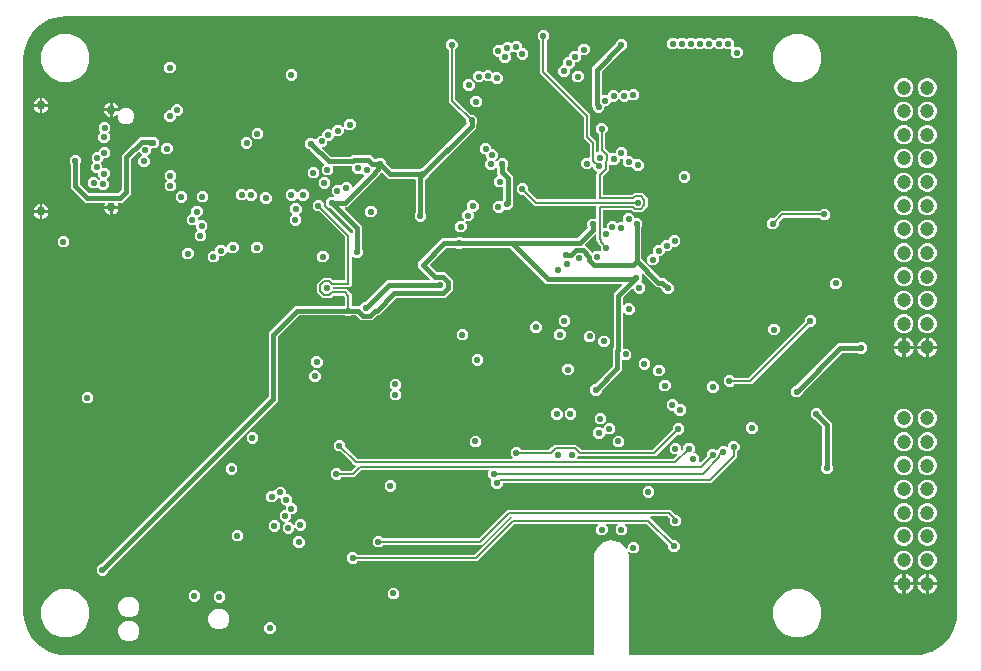
<source format=gbr>
G04 EAGLE Gerber X2 export*
G75*
%MOMM*%
%FSLAX34Y34*%
%LPD*%
%AMOC8*
5,1,8,0,0,1.08239X$1,22.5*%
G01*
%ADD10C,0.750000*%
%ADD11C,1.200000*%
%ADD12C,0.553200*%
%ADD13C,0.406400*%
%ADD14C,0.152400*%

G36*
X587186Y104576D02*
X587186Y104576D01*
X587205Y104574D01*
X587307Y104596D01*
X587409Y104612D01*
X587426Y104622D01*
X587446Y104626D01*
X587535Y104679D01*
X587626Y104728D01*
X587640Y104742D01*
X587657Y104752D01*
X587724Y104831D01*
X587796Y104906D01*
X587804Y104924D01*
X587817Y104939D01*
X587856Y105035D01*
X587899Y105129D01*
X587901Y105149D01*
X587909Y105167D01*
X587927Y105334D01*
X587927Y190126D01*
X590814Y196120D01*
X596014Y200267D01*
X602500Y201748D01*
X604592Y201270D01*
X607927Y200509D01*
X607928Y200509D01*
X608986Y200267D01*
X614186Y196120D01*
X614766Y194916D01*
X614810Y194853D01*
X614846Y194786D01*
X614880Y194753D01*
X614907Y194714D01*
X614969Y194669D01*
X615024Y194617D01*
X615067Y194596D01*
X615105Y194568D01*
X615178Y194545D01*
X615247Y194513D01*
X615294Y194508D01*
X615339Y194493D01*
X615416Y194494D01*
X615491Y194486D01*
X615538Y194496D01*
X615585Y194497D01*
X615657Y194522D01*
X615732Y194538D01*
X615773Y194562D01*
X615817Y194578D01*
X615878Y194625D01*
X615943Y194664D01*
X615974Y194700D01*
X616011Y194730D01*
X616053Y194793D01*
X616103Y194851D01*
X616121Y194895D01*
X616147Y194935D01*
X616166Y195008D01*
X616195Y195079D01*
X616202Y195143D01*
X616210Y195173D01*
X616208Y195199D01*
X616213Y195246D01*
X616213Y197575D01*
X619035Y200397D01*
X623025Y200397D01*
X625847Y197575D01*
X625847Y193585D01*
X623025Y190763D01*
X619035Y190763D01*
X617826Y191972D01*
X617730Y192041D01*
X617635Y192111D01*
X617630Y192113D01*
X617627Y192115D01*
X617513Y192150D01*
X617401Y192186D01*
X617396Y192186D01*
X617392Y192188D01*
X617272Y192185D01*
X617155Y192183D01*
X617150Y192181D01*
X617146Y192181D01*
X617034Y192140D01*
X616923Y192101D01*
X616919Y192099D01*
X616915Y192097D01*
X616822Y192022D01*
X616729Y191950D01*
X616726Y191946D01*
X616723Y191943D01*
X616658Y191843D01*
X616593Y191745D01*
X616592Y191740D01*
X616590Y191736D01*
X616561Y191622D01*
X616530Y191507D01*
X616531Y191502D01*
X616530Y191498D01*
X616539Y191381D01*
X616546Y191261D01*
X616548Y191256D01*
X616549Y191253D01*
X616554Y191239D01*
X616602Y191103D01*
X617073Y190126D01*
X617073Y105334D01*
X617076Y105314D01*
X617074Y105295D01*
X617096Y105193D01*
X617112Y105091D01*
X617122Y105074D01*
X617126Y105054D01*
X617179Y104965D01*
X617228Y104874D01*
X617242Y104860D01*
X617252Y104843D01*
X617331Y104776D01*
X617406Y104704D01*
X617424Y104696D01*
X617439Y104683D01*
X617535Y104644D01*
X617629Y104601D01*
X617649Y104599D01*
X617667Y104591D01*
X617834Y104573D01*
X860000Y104573D01*
X860018Y104576D01*
X860050Y104574D01*
X864575Y104871D01*
X864598Y104876D01*
X864722Y104895D01*
X873463Y107237D01*
X873477Y107244D01*
X873493Y107246D01*
X873647Y107314D01*
X881484Y111838D01*
X881496Y111848D01*
X881511Y111855D01*
X881642Y111959D01*
X888041Y118358D01*
X888050Y118371D01*
X888062Y118381D01*
X888162Y118516D01*
X892686Y126353D01*
X892692Y126368D01*
X892702Y126381D01*
X892763Y126537D01*
X895105Y135278D01*
X895107Y135302D01*
X895129Y135425D01*
X895426Y139950D01*
X895424Y139969D01*
X895427Y140000D01*
X895427Y610000D01*
X895424Y610018D01*
X895426Y610050D01*
X895129Y614575D01*
X895124Y614598D01*
X895105Y614722D01*
X892763Y623463D01*
X892756Y623477D01*
X892754Y623493D01*
X892686Y623647D01*
X888162Y631484D01*
X888152Y631496D01*
X888145Y631511D01*
X888041Y631642D01*
X881642Y638041D01*
X881629Y638050D01*
X881619Y638062D01*
X881484Y638162D01*
X873647Y642686D01*
X873632Y642692D01*
X873619Y642702D01*
X873463Y642763D01*
X864722Y645105D01*
X864698Y645107D01*
X864575Y645129D01*
X860050Y645426D01*
X860031Y645424D01*
X860000Y645427D01*
X140000Y645427D01*
X139982Y645424D01*
X139950Y645426D01*
X135425Y645129D01*
X135402Y645124D01*
X135278Y645105D01*
X126537Y642763D01*
X126523Y642756D01*
X126507Y642754D01*
X126353Y642686D01*
X118516Y638162D01*
X118504Y638152D01*
X118489Y638145D01*
X118358Y638041D01*
X111959Y631642D01*
X111950Y631629D01*
X111938Y631619D01*
X111838Y631484D01*
X107314Y623647D01*
X107308Y623632D01*
X107298Y623619D01*
X107237Y623463D01*
X104895Y614722D01*
X104893Y614698D01*
X104871Y614575D01*
X104574Y610050D01*
X104576Y610031D01*
X104573Y610000D01*
X104573Y140000D01*
X104576Y139982D01*
X104574Y139950D01*
X104871Y135425D01*
X104876Y135402D01*
X104895Y135278D01*
X107237Y126537D01*
X107244Y126523D01*
X107246Y126507D01*
X107314Y126353D01*
X111838Y118516D01*
X111848Y118504D01*
X111855Y118489D01*
X111959Y118358D01*
X118358Y111959D01*
X118371Y111950D01*
X118381Y111938D01*
X118516Y111838D01*
X126353Y107314D01*
X126368Y107308D01*
X126381Y107298D01*
X126537Y107237D01*
X135278Y104895D01*
X135302Y104893D01*
X135425Y104871D01*
X139950Y104574D01*
X139969Y104576D01*
X140000Y104573D01*
X587166Y104573D01*
X587186Y104576D01*
G37*
%LPC*%
G36*
X169455Y171713D02*
X169455Y171713D01*
X166633Y174535D01*
X166633Y178525D01*
X169455Y181347D01*
X170178Y181347D01*
X170268Y181361D01*
X170359Y181369D01*
X170388Y181381D01*
X170420Y181386D01*
X170501Y181429D01*
X170585Y181465D01*
X170617Y181491D01*
X170638Y181502D01*
X170660Y181525D01*
X170716Y181570D01*
X311924Y322778D01*
X311977Y322852D01*
X312037Y322922D01*
X312049Y322952D01*
X312068Y322978D01*
X312095Y323065D01*
X312129Y323150D01*
X312133Y323191D01*
X312140Y323213D01*
X312139Y323245D01*
X312147Y323316D01*
X312147Y377611D01*
X334859Y400323D01*
X376156Y400323D01*
X376176Y400326D01*
X376195Y400324D01*
X376297Y400346D01*
X376399Y400362D01*
X376416Y400372D01*
X376436Y400376D01*
X376525Y400429D01*
X376616Y400478D01*
X376630Y400492D01*
X376647Y400502D01*
X376714Y400581D01*
X376786Y400656D01*
X376794Y400674D01*
X376807Y400689D01*
X376846Y400785D01*
X376889Y400879D01*
X376891Y400899D01*
X376899Y400917D01*
X376917Y401084D01*
X376917Y407485D01*
X376903Y407575D01*
X376895Y407666D01*
X376883Y407696D01*
X376878Y407728D01*
X376835Y407809D01*
X376799Y407892D01*
X376773Y407925D01*
X376762Y407945D01*
X376739Y407967D01*
X376694Y408023D01*
X376037Y408680D01*
X375964Y408733D01*
X375894Y408793D01*
X375864Y408805D01*
X375838Y408824D01*
X375751Y408851D01*
X375666Y408885D01*
X375625Y408889D01*
X375603Y408896D01*
X375570Y408895D01*
X375499Y408903D01*
X367247Y408903D01*
X367157Y408889D01*
X367066Y408881D01*
X367036Y408869D01*
X367004Y408864D01*
X366923Y408821D01*
X366840Y408785D01*
X366807Y408759D01*
X366787Y408748D01*
X366765Y408725D01*
X366709Y408680D01*
X364928Y406899D01*
X357976Y406899D01*
X353061Y411814D01*
X353061Y418766D01*
X357976Y423681D01*
X364928Y423681D01*
X366709Y421900D01*
X366783Y421847D01*
X366852Y421787D01*
X366882Y421775D01*
X366908Y421756D01*
X366995Y421729D01*
X367080Y421695D01*
X367121Y421691D01*
X367143Y421684D01*
X367176Y421685D01*
X367247Y421677D01*
X376156Y421677D01*
X376176Y421680D01*
X376195Y421678D01*
X376297Y421700D01*
X376399Y421716D01*
X376416Y421726D01*
X376436Y421730D01*
X376525Y421783D01*
X376616Y421832D01*
X376630Y421846D01*
X376647Y421856D01*
X376714Y421935D01*
X376786Y422010D01*
X376794Y422028D01*
X376807Y422043D01*
X376846Y422139D01*
X376889Y422233D01*
X376891Y422253D01*
X376899Y422271D01*
X376917Y422438D01*
X376917Y458260D01*
X376903Y458350D01*
X376895Y458441D01*
X376883Y458470D01*
X376878Y458502D01*
X376835Y458583D01*
X376799Y458667D01*
X376773Y458699D01*
X376762Y458720D01*
X376739Y458742D01*
X376694Y458798D01*
X355392Y480100D01*
X355318Y480153D01*
X355248Y480213D01*
X355218Y480225D01*
X355192Y480244D01*
X355105Y480271D01*
X355020Y480305D01*
X354979Y480309D01*
X354957Y480316D01*
X354925Y480315D01*
X354854Y480323D01*
X352335Y480323D01*
X349513Y483145D01*
X349513Y487135D01*
X352335Y489957D01*
X356325Y489957D01*
X359147Y487135D01*
X359147Y484616D01*
X359161Y484526D01*
X359169Y484435D01*
X359181Y484406D01*
X359186Y484374D01*
X359229Y484293D01*
X359265Y484209D01*
X359291Y484177D01*
X359302Y484156D01*
X359325Y484134D01*
X359370Y484078D01*
X381968Y461480D01*
X382026Y461438D01*
X382078Y461389D01*
X382125Y461367D01*
X382167Y461337D01*
X382236Y461315D01*
X382301Y461285D01*
X382353Y461279D01*
X382403Y461264D01*
X382474Y461266D01*
X382545Y461258D01*
X382596Y461269D01*
X382648Y461271D01*
X382716Y461295D01*
X382786Y461310D01*
X382831Y461337D01*
X382879Y461355D01*
X382935Y461400D01*
X382997Y461437D01*
X383031Y461476D01*
X383071Y461509D01*
X383110Y461569D01*
X383157Y461623D01*
X383176Y461672D01*
X383204Y461716D01*
X383222Y461785D01*
X383249Y461852D01*
X383257Y461923D01*
X383265Y461954D01*
X383263Y461977D01*
X383267Y462018D01*
X383267Y464084D01*
X383253Y464174D01*
X383245Y464265D01*
X383233Y464294D01*
X383228Y464326D01*
X383185Y464407D01*
X383149Y464491D01*
X383123Y464523D01*
X383112Y464544D01*
X383089Y464566D01*
X383044Y464622D01*
X365026Y482640D01*
X364952Y482693D01*
X364882Y482753D01*
X364852Y482765D01*
X364826Y482784D01*
X364739Y482811D01*
X364654Y482845D01*
X364613Y482849D01*
X364591Y482856D01*
X364559Y482855D01*
X364488Y482863D01*
X363765Y482863D01*
X360943Y485685D01*
X360943Y489675D01*
X363765Y492497D01*
X367026Y492497D01*
X367096Y492508D01*
X367168Y492510D01*
X367217Y492528D01*
X367268Y492536D01*
X367332Y492570D01*
X367399Y492595D01*
X367440Y492627D01*
X367486Y492652D01*
X367535Y492704D01*
X367591Y492748D01*
X367619Y492792D01*
X367655Y492830D01*
X367685Y492895D01*
X367724Y492955D01*
X367737Y493006D01*
X367759Y493053D01*
X367767Y493124D01*
X367784Y493194D01*
X367780Y493246D01*
X367786Y493297D01*
X367771Y493368D01*
X367765Y493439D01*
X367745Y493487D01*
X367734Y493538D01*
X367697Y493599D01*
X367669Y493665D01*
X367624Y493721D01*
X367607Y493749D01*
X367590Y493764D01*
X367564Y493796D01*
X365515Y495845D01*
X365515Y499835D01*
X368337Y502657D01*
X372327Y502657D01*
X372334Y502650D01*
X372350Y502639D01*
X372362Y502623D01*
X372450Y502567D01*
X372533Y502507D01*
X372552Y502501D01*
X372569Y502490D01*
X372670Y502465D01*
X372769Y502434D01*
X372788Y502435D01*
X372808Y502430D01*
X372911Y502438D01*
X373014Y502441D01*
X373033Y502448D01*
X373053Y502449D01*
X373148Y502489D01*
X373245Y502525D01*
X373261Y502538D01*
X373279Y502545D01*
X373410Y502650D01*
X375957Y505197D01*
X379947Y505197D01*
X382769Y502375D01*
X382769Y501092D01*
X382780Y501021D01*
X382782Y500949D01*
X382800Y500900D01*
X382808Y500849D01*
X382842Y500786D01*
X382867Y500718D01*
X382899Y500678D01*
X382924Y500632D01*
X382975Y500582D01*
X383020Y500526D01*
X383064Y500498D01*
X383102Y500462D01*
X383167Y500432D01*
X383227Y500393D01*
X383278Y500381D01*
X383325Y500359D01*
X383396Y500351D01*
X383466Y500333D01*
X383518Y500337D01*
X383569Y500332D01*
X383640Y500347D01*
X383711Y500352D01*
X383759Y500373D01*
X383810Y500384D01*
X383871Y500421D01*
X383937Y500449D01*
X383993Y500493D01*
X384021Y500510D01*
X384036Y500528D01*
X384068Y500554D01*
X393235Y509720D01*
X393247Y509737D01*
X393262Y509749D01*
X393318Y509836D01*
X393379Y509920D01*
X393385Y509939D01*
X393395Y509956D01*
X393421Y510056D01*
X393451Y510155D01*
X393451Y510175D01*
X393455Y510194D01*
X393447Y510297D01*
X393445Y510401D01*
X393438Y510420D01*
X393436Y510440D01*
X393396Y510534D01*
X393360Y510632D01*
X393348Y510648D01*
X393340Y510666D01*
X393235Y510797D01*
X391336Y512696D01*
X391320Y512707D01*
X391308Y512723D01*
X391220Y512779D01*
X391137Y512839D01*
X391118Y512845D01*
X391101Y512856D01*
X391000Y512881D01*
X390901Y512912D01*
X390882Y512911D01*
X390862Y512916D01*
X390759Y512908D01*
X390656Y512905D01*
X390637Y512898D01*
X390617Y512897D01*
X390522Y512857D01*
X390425Y512821D01*
X390409Y512808D01*
X390391Y512801D01*
X390260Y512696D01*
X389637Y512073D01*
X385647Y512073D01*
X382825Y514895D01*
X382825Y517624D01*
X382822Y517644D01*
X382824Y517663D01*
X382802Y517765D01*
X382786Y517867D01*
X382776Y517884D01*
X382772Y517904D01*
X382719Y517993D01*
X382670Y518084D01*
X382656Y518098D01*
X382646Y518115D01*
X382567Y518182D01*
X382492Y518254D01*
X382474Y518262D01*
X382459Y518275D01*
X382363Y518314D01*
X382269Y518357D01*
X382249Y518359D01*
X382231Y518367D01*
X382064Y518385D01*
X367528Y518385D01*
X367508Y518382D01*
X367489Y518384D01*
X367387Y518362D01*
X367285Y518346D01*
X367268Y518336D01*
X367248Y518332D01*
X367159Y518279D01*
X367068Y518230D01*
X367054Y518216D01*
X367037Y518206D01*
X366970Y518127D01*
X366898Y518052D01*
X366890Y518034D01*
X366877Y518019D01*
X366838Y517923D01*
X366795Y517829D01*
X366793Y517809D01*
X366785Y517791D01*
X366767Y517624D01*
X366767Y513625D01*
X363945Y510803D01*
X359955Y510803D01*
X357133Y513625D01*
X357133Y517615D01*
X359056Y519538D01*
X359067Y519554D01*
X359083Y519566D01*
X359139Y519654D01*
X359199Y519737D01*
X359205Y519756D01*
X359216Y519773D01*
X359241Y519874D01*
X359272Y519973D01*
X359271Y519992D01*
X359276Y520012D01*
X359268Y520115D01*
X359265Y520218D01*
X359259Y520237D01*
X359257Y520257D01*
X359217Y520352D01*
X359181Y520449D01*
X359168Y520465D01*
X359161Y520483D01*
X359056Y520614D01*
X347246Y532424D01*
X347172Y532477D01*
X347102Y532537D01*
X347072Y532549D01*
X347046Y532568D01*
X346959Y532595D01*
X346874Y532629D01*
X346833Y532633D01*
X346811Y532640D01*
X346779Y532639D01*
X346708Y532647D01*
X345985Y532647D01*
X343163Y535469D01*
X343163Y539459D01*
X345985Y542281D01*
X349975Y542281D01*
X351008Y541248D01*
X351066Y541206D01*
X351118Y541157D01*
X351165Y541135D01*
X351207Y541105D01*
X351276Y541084D01*
X351341Y541053D01*
X351393Y541048D01*
X351443Y541032D01*
X351514Y541034D01*
X351585Y541026D01*
X351636Y541037D01*
X351688Y541039D01*
X351756Y541063D01*
X351826Y541078D01*
X351871Y541105D01*
X351919Y541123D01*
X351975Y541168D01*
X352037Y541205D01*
X352071Y541244D01*
X352111Y541277D01*
X352145Y541329D01*
X355129Y544313D01*
X356907Y544313D01*
X356927Y544316D01*
X356947Y544314D01*
X357048Y544336D01*
X357150Y544352D01*
X357168Y544362D01*
X357187Y544366D01*
X357276Y544419D01*
X357367Y544468D01*
X357381Y544482D01*
X357398Y544492D01*
X357466Y544571D01*
X357537Y544646D01*
X357545Y544664D01*
X357558Y544679D01*
X357597Y544775D01*
X357640Y544869D01*
X357643Y544889D01*
X357650Y544907D01*
X357669Y545074D01*
X357669Y546852D01*
X360490Y549674D01*
X364480Y549674D01*
X364724Y549431D01*
X364782Y549389D01*
X364834Y549340D01*
X364881Y549318D01*
X364923Y549287D01*
X364992Y549266D01*
X365057Y549236D01*
X365109Y549230D01*
X365159Y549215D01*
X365230Y549217D01*
X365301Y549209D01*
X365352Y549220D01*
X365404Y549221D01*
X365472Y549246D01*
X365542Y549261D01*
X365587Y549288D01*
X365635Y549306D01*
X365691Y549350D01*
X365753Y549387D01*
X365787Y549427D01*
X365827Y549459D01*
X365866Y549520D01*
X365913Y549574D01*
X365932Y549623D01*
X365960Y549666D01*
X365978Y549736D01*
X366005Y549802D01*
X366013Y549874D01*
X366021Y549905D01*
X366019Y549928D01*
X366023Y549969D01*
X366023Y550635D01*
X368845Y553457D01*
X372835Y553457D01*
X374884Y551408D01*
X374942Y551366D01*
X374994Y551317D01*
X375041Y551295D01*
X375083Y551265D01*
X375152Y551244D01*
X375217Y551213D01*
X375269Y551208D01*
X375319Y551192D01*
X375390Y551194D01*
X375461Y551186D01*
X375512Y551197D01*
X375564Y551199D01*
X375632Y551223D01*
X375702Y551238D01*
X375747Y551265D01*
X375795Y551283D01*
X375851Y551328D01*
X375913Y551365D01*
X375947Y551404D01*
X375987Y551437D01*
X376026Y551497D01*
X376073Y551552D01*
X376092Y551600D01*
X376120Y551644D01*
X376138Y551713D01*
X376165Y551780D01*
X376173Y551851D01*
X376181Y551882D01*
X376179Y551905D01*
X376183Y551946D01*
X376183Y555715D01*
X379005Y558537D01*
X382995Y558537D01*
X385817Y555715D01*
X385817Y551725D01*
X382995Y548903D01*
X379005Y548903D01*
X376956Y550952D01*
X376898Y550994D01*
X376846Y551043D01*
X376799Y551065D01*
X376757Y551095D01*
X376688Y551116D01*
X376623Y551147D01*
X376571Y551152D01*
X376521Y551168D01*
X376450Y551166D01*
X376379Y551174D01*
X376328Y551163D01*
X376276Y551161D01*
X376208Y551137D01*
X376138Y551122D01*
X376093Y551095D01*
X376045Y551077D01*
X375989Y551032D01*
X375927Y550995D01*
X375893Y550956D01*
X375853Y550923D01*
X375814Y550863D01*
X375767Y550808D01*
X375748Y550760D01*
X375720Y550716D01*
X375702Y550647D01*
X375675Y550580D01*
X375667Y550509D01*
X375659Y550478D01*
X375661Y550455D01*
X375657Y550414D01*
X375657Y546645D01*
X372835Y543823D01*
X368845Y543823D01*
X368602Y544067D01*
X368543Y544108D01*
X368491Y544158D01*
X368444Y544180D01*
X368402Y544210D01*
X368333Y544231D01*
X368268Y544261D01*
X368217Y544267D01*
X368167Y544282D01*
X368095Y544281D01*
X368024Y544288D01*
X367973Y544277D01*
X367921Y544276D01*
X367854Y544251D01*
X367783Y544236D01*
X367739Y544210D01*
X367690Y544192D01*
X367634Y544147D01*
X367572Y544110D01*
X367539Y544070D01*
X367498Y544038D01*
X367459Y543978D01*
X367412Y543923D01*
X367393Y543875D01*
X367365Y543831D01*
X367347Y543762D01*
X367321Y543695D01*
X367313Y543624D01*
X367305Y543593D01*
X367307Y543569D01*
X367302Y543528D01*
X367302Y542862D01*
X364480Y540041D01*
X362702Y540041D01*
X362682Y540037D01*
X362663Y540040D01*
X362561Y540018D01*
X362459Y540001D01*
X362442Y539992D01*
X362422Y539987D01*
X362333Y539934D01*
X362242Y539886D01*
X362228Y539871D01*
X362211Y539861D01*
X362144Y539782D01*
X362072Y539707D01*
X362064Y539689D01*
X362051Y539674D01*
X362012Y539578D01*
X361969Y539484D01*
X361967Y539465D01*
X361959Y539446D01*
X361941Y539279D01*
X361941Y537501D01*
X359119Y534679D01*
X358376Y534679D01*
X358306Y534668D01*
X358234Y534666D01*
X358185Y534648D01*
X358134Y534640D01*
X358070Y534606D01*
X358003Y534581D01*
X357962Y534549D01*
X357916Y534524D01*
X357867Y534472D01*
X357811Y534428D01*
X357783Y534384D01*
X357747Y534346D01*
X357717Y534281D01*
X357678Y534221D01*
X357665Y534170D01*
X357643Y534123D01*
X357635Y534052D01*
X357618Y533982D01*
X357622Y533930D01*
X357616Y533879D01*
X357631Y533808D01*
X357637Y533737D01*
X357657Y533689D01*
X357668Y533638D01*
X357705Y533577D01*
X357733Y533511D01*
X357778Y533455D01*
X357795Y533427D01*
X357812Y533412D01*
X357838Y533380D01*
X364444Y526774D01*
X364518Y526721D01*
X364588Y526661D01*
X364618Y526649D01*
X364644Y526630D01*
X364731Y526603D01*
X364816Y526569D01*
X364857Y526565D01*
X364879Y526558D01*
X364911Y526559D01*
X364982Y526551D01*
X381529Y526551D01*
X381619Y526565D01*
X381710Y526573D01*
X381740Y526585D01*
X381772Y526590D01*
X381852Y526633D01*
X381936Y526669D01*
X381968Y526695D01*
X381989Y526706D01*
X382011Y526729D01*
X382067Y526774D01*
X383114Y527821D01*
X398482Y527821D01*
X401297Y525006D01*
X401371Y524953D01*
X401440Y524893D01*
X401470Y524881D01*
X401496Y524862D01*
X401583Y524835D01*
X401668Y524801D01*
X401709Y524797D01*
X401732Y524790D01*
X401764Y524791D01*
X401835Y524783D01*
X403356Y524783D01*
X403446Y524797D01*
X403537Y524805D01*
X403566Y524817D01*
X403598Y524822D01*
X403679Y524865D01*
X403763Y524901D01*
X403795Y524927D01*
X403816Y524938D01*
X403838Y524961D01*
X403894Y525006D01*
X404405Y525517D01*
X408395Y525517D01*
X411217Y522695D01*
X411217Y521972D01*
X411231Y521882D01*
X411239Y521791D01*
X411251Y521762D01*
X411256Y521730D01*
X411299Y521649D01*
X411335Y521565D01*
X411361Y521533D01*
X411372Y521512D01*
X411395Y521490D01*
X411440Y521434D01*
X416758Y516116D01*
X416832Y516063D01*
X416902Y516003D01*
X416932Y515991D01*
X416958Y515972D01*
X417045Y515945D01*
X417130Y515911D01*
X417171Y515907D01*
X417193Y515900D01*
X417225Y515901D01*
X417296Y515893D01*
X440186Y515893D01*
X440276Y515907D01*
X440367Y515915D01*
X440396Y515927D01*
X440428Y515932D01*
X440509Y515975D01*
X440593Y516011D01*
X440625Y516037D01*
X440646Y516048D01*
X440668Y516071D01*
X440724Y516116D01*
X441235Y516627D01*
X441958Y516627D01*
X442048Y516641D01*
X442139Y516649D01*
X442168Y516661D01*
X442200Y516666D01*
X442281Y516709D01*
X442365Y516745D01*
X442397Y516771D01*
X442418Y516782D01*
X442440Y516805D01*
X442496Y516850D01*
X479579Y553933D01*
X479591Y553949D01*
X479606Y553961D01*
X479636Y554008D01*
X479670Y554043D01*
X479690Y554087D01*
X479722Y554132D01*
X479728Y554151D01*
X479739Y554168D01*
X479753Y554222D01*
X479773Y554266D01*
X479779Y554315D01*
X479795Y554368D01*
X479794Y554387D01*
X479799Y554407D01*
X479795Y554462D01*
X479800Y554511D01*
X479790Y554559D01*
X479788Y554613D01*
X479782Y554632D01*
X479780Y554652D01*
X479759Y554702D01*
X479748Y554751D01*
X479722Y554794D01*
X479704Y554844D01*
X479691Y554860D01*
X479684Y554878D01*
X479638Y554935D01*
X479622Y554962D01*
X479605Y554977D01*
X479579Y555009D01*
X479307Y555281D01*
X479307Y557800D01*
X479293Y557890D01*
X479285Y557981D01*
X479273Y558010D01*
X479268Y558042D01*
X479225Y558123D01*
X479189Y558207D01*
X479163Y558239D01*
X479152Y558260D01*
X479129Y558282D01*
X479084Y558338D01*
X466418Y571004D01*
X464547Y572875D01*
X464547Y616716D01*
X464533Y616806D01*
X464525Y616897D01*
X464513Y616926D01*
X464508Y616958D01*
X464465Y617039D01*
X464429Y617123D01*
X464403Y617155D01*
X464392Y617176D01*
X464369Y617198D01*
X464324Y617254D01*
X462543Y619035D01*
X462543Y623025D01*
X465365Y625847D01*
X469355Y625847D01*
X472177Y623025D01*
X472177Y619035D01*
X470396Y617254D01*
X470343Y617180D01*
X470283Y617110D01*
X470271Y617080D01*
X470252Y617054D01*
X470225Y616967D01*
X470191Y616882D01*
X470187Y616841D01*
X470180Y616819D01*
X470181Y616787D01*
X470173Y616716D01*
X470173Y575520D01*
X470187Y575430D01*
X470195Y575339D01*
X470207Y575310D01*
X470212Y575278D01*
X470255Y575197D01*
X470291Y575113D01*
X470317Y575081D01*
X470328Y575060D01*
X470351Y575038D01*
X470396Y574982D01*
X483062Y562316D01*
X483136Y562263D01*
X483205Y562203D01*
X483236Y562191D01*
X483262Y562172D01*
X483349Y562145D01*
X483434Y562111D01*
X483475Y562107D01*
X483497Y562100D01*
X483529Y562101D01*
X483600Y562093D01*
X486119Y562093D01*
X488941Y559271D01*
X488941Y555281D01*
X488430Y554770D01*
X488377Y554696D01*
X488317Y554626D01*
X488305Y554596D01*
X488286Y554570D01*
X488259Y554483D01*
X488225Y554398D01*
X488221Y554357D01*
X488214Y554335D01*
X488215Y554303D01*
X488207Y554232D01*
X488207Y551013D01*
X448270Y511076D01*
X448217Y511002D01*
X448157Y510932D01*
X448145Y510902D01*
X448126Y510876D01*
X448099Y510789D01*
X448065Y510704D01*
X448061Y510663D01*
X448054Y510641D01*
X448055Y510609D01*
X448047Y510538D01*
X448047Y509815D01*
X445050Y506818D01*
X445043Y506814D01*
X445027Y506795D01*
X445002Y506770D01*
X444983Y506744D01*
X444976Y506735D01*
X444904Y506660D01*
X444896Y506642D01*
X444883Y506627D01*
X444863Y506576D01*
X444859Y506571D01*
X444853Y506552D01*
X444844Y506531D01*
X444801Y506437D01*
X444799Y506417D01*
X444791Y506399D01*
X444773Y506232D01*
X444773Y479294D01*
X444787Y479204D01*
X444795Y479113D01*
X444807Y479084D01*
X444812Y479052D01*
X444855Y478971D01*
X444891Y478887D01*
X444917Y478855D01*
X444928Y478834D01*
X444951Y478812D01*
X444996Y478756D01*
X445507Y478245D01*
X445507Y474255D01*
X442685Y471433D01*
X438695Y471433D01*
X435873Y474255D01*
X435873Y478245D01*
X436384Y478756D01*
X436437Y478830D01*
X436497Y478900D01*
X436509Y478930D01*
X436528Y478956D01*
X436555Y479043D01*
X436589Y479128D01*
X436593Y479169D01*
X436600Y479191D01*
X436599Y479223D01*
X436607Y479294D01*
X436607Y506966D01*
X436604Y506986D01*
X436606Y507005D01*
X436584Y507107D01*
X436568Y507209D01*
X436558Y507226D01*
X436554Y507246D01*
X436501Y507335D01*
X436452Y507426D01*
X436438Y507440D01*
X436428Y507457D01*
X436349Y507524D01*
X436274Y507596D01*
X436256Y507604D01*
X436241Y507617D01*
X436145Y507656D01*
X436051Y507699D01*
X436031Y507701D01*
X436013Y507709D01*
X435846Y507727D01*
X413599Y507727D01*
X408208Y513118D01*
X408192Y513129D01*
X408180Y513145D01*
X408092Y513201D01*
X408009Y513261D01*
X407990Y513267D01*
X407973Y513278D01*
X407872Y513303D01*
X407773Y513334D01*
X407754Y513333D01*
X407734Y513338D01*
X407631Y513330D01*
X407528Y513327D01*
X407509Y513321D01*
X407489Y513319D01*
X407394Y513279D01*
X407297Y513243D01*
X407281Y513230D01*
X407263Y513223D01*
X407132Y513118D01*
X406378Y512364D01*
X406333Y512302D01*
X406302Y512270D01*
X406297Y512257D01*
X406265Y512220D01*
X406253Y512190D01*
X406234Y512164D01*
X406207Y512077D01*
X406173Y511992D01*
X406169Y511951D01*
X406162Y511929D01*
X406163Y511897D01*
X406155Y511826D01*
X406155Y511092D01*
X378660Y483597D01*
X377454Y483597D01*
X377384Y483586D01*
X377312Y483584D01*
X377263Y483566D01*
X377212Y483558D01*
X377148Y483524D01*
X377081Y483499D01*
X377040Y483467D01*
X376994Y483442D01*
X376945Y483390D01*
X376889Y483346D01*
X376861Y483302D01*
X376825Y483264D01*
X376795Y483199D01*
X376756Y483139D01*
X376743Y483088D01*
X376721Y483041D01*
X376713Y482970D01*
X376696Y482900D01*
X376700Y482848D01*
X376694Y482797D01*
X376709Y482726D01*
X376715Y482655D01*
X376735Y482607D01*
X376746Y482556D01*
X376783Y482495D01*
X376811Y482429D01*
X376856Y482373D01*
X376873Y482345D01*
X376890Y482330D01*
X376916Y482298D01*
X391433Y467781D01*
X391433Y448814D01*
X391447Y448724D01*
X391455Y448633D01*
X391467Y448604D01*
X391472Y448572D01*
X391515Y448491D01*
X391551Y448407D01*
X391577Y448375D01*
X391588Y448354D01*
X391611Y448332D01*
X391656Y448276D01*
X392167Y447765D01*
X392167Y443775D01*
X389345Y440953D01*
X385355Y440953D01*
X383842Y442466D01*
X383784Y442508D01*
X383732Y442557D01*
X383685Y442579D01*
X383643Y442609D01*
X383574Y442630D01*
X383509Y442661D01*
X383457Y442666D01*
X383407Y442682D01*
X383336Y442680D01*
X383265Y442688D01*
X383214Y442677D01*
X383162Y442675D01*
X383094Y442651D01*
X383024Y442636D01*
X382979Y442609D01*
X382931Y442591D01*
X382875Y442546D01*
X382813Y442509D01*
X382779Y442470D01*
X382739Y442437D01*
X382700Y442377D01*
X382653Y442322D01*
X382634Y442274D01*
X382606Y442230D01*
X382588Y442161D01*
X382561Y442094D01*
X382553Y442023D01*
X382545Y441992D01*
X382547Y441969D01*
X382543Y441928D01*
X382543Y417699D01*
X380895Y416051D01*
X367030Y416051D01*
X367010Y416048D01*
X366991Y416050D01*
X366889Y416028D01*
X366787Y416012D01*
X366770Y416002D01*
X366750Y415998D01*
X366661Y415945D01*
X366570Y415896D01*
X366556Y415882D01*
X366539Y415872D01*
X366472Y415793D01*
X366400Y415718D01*
X366392Y415700D01*
X366379Y415685D01*
X366340Y415589D01*
X366297Y415495D01*
X366295Y415475D01*
X366287Y415457D01*
X366269Y415290D01*
X366272Y415270D01*
X366270Y415251D01*
X366292Y415149D01*
X366308Y415047D01*
X366318Y415030D01*
X366322Y415010D01*
X366375Y414921D01*
X366424Y414830D01*
X366438Y414816D01*
X366448Y414799D01*
X366527Y414732D01*
X366602Y414660D01*
X366620Y414652D01*
X366635Y414639D01*
X366731Y414600D01*
X366825Y414557D01*
X366845Y414555D01*
X366863Y414547D01*
X367030Y414529D01*
X378145Y414529D01*
X382543Y410131D01*
X382543Y401084D01*
X382546Y401064D01*
X382544Y401045D01*
X382566Y400943D01*
X382582Y400841D01*
X382592Y400824D01*
X382596Y400804D01*
X382649Y400715D01*
X382698Y400624D01*
X382712Y400610D01*
X382722Y400593D01*
X382801Y400526D01*
X382876Y400454D01*
X382894Y400446D01*
X382909Y400433D01*
X383005Y400394D01*
X383099Y400351D01*
X383119Y400349D01*
X383137Y400341D01*
X383304Y400323D01*
X389392Y400323D01*
X389412Y400326D01*
X389431Y400324D01*
X389533Y400346D01*
X389558Y400350D01*
X389573Y400351D01*
X389578Y400353D01*
X389635Y400362D01*
X389652Y400372D01*
X389672Y400376D01*
X389761Y400429D01*
X389778Y400438D01*
X389799Y400447D01*
X389807Y400454D01*
X389852Y400478D01*
X389866Y400492D01*
X389883Y400502D01*
X389916Y400541D01*
X389930Y400552D01*
X392975Y403597D01*
X393698Y403597D01*
X393788Y403611D01*
X393879Y403619D01*
X393908Y403631D01*
X393940Y403636D01*
X394021Y403679D01*
X394105Y403715D01*
X394137Y403741D01*
X394158Y403752D01*
X394180Y403775D01*
X394236Y403820D01*
X412329Y421913D01*
X448049Y421913D01*
X448120Y421924D01*
X448191Y421926D01*
X448240Y421944D01*
X448292Y421952D01*
X448355Y421986D01*
X448422Y422011D01*
X448463Y422043D01*
X448509Y422068D01*
X448559Y422120D01*
X448615Y422164D01*
X448643Y422208D01*
X448679Y422246D01*
X448709Y422311D01*
X448748Y422371D01*
X448760Y422422D01*
X448782Y422469D01*
X448790Y422540D01*
X448808Y422610D01*
X448804Y422662D01*
X448809Y422713D01*
X448794Y422784D01*
X448788Y422855D01*
X448768Y422903D01*
X448757Y422954D01*
X448720Y423015D01*
X448692Y423081D01*
X448647Y423137D01*
X448631Y423165D01*
X448613Y423180D01*
X448587Y423212D01*
X438514Y433286D01*
X438514Y436668D01*
X459319Y457473D01*
X470666Y457473D01*
X470756Y457487D01*
X470847Y457495D01*
X470876Y457507D01*
X470908Y457512D01*
X470989Y457555D01*
X471073Y457591D01*
X471105Y457617D01*
X471126Y457628D01*
X471148Y457651D01*
X471204Y457696D01*
X471715Y458207D01*
X475705Y458207D01*
X476216Y457696D01*
X476290Y457643D01*
X476360Y457583D01*
X476390Y457571D01*
X476416Y457552D01*
X476503Y457525D01*
X476588Y457491D01*
X476629Y457487D01*
X476651Y457480D01*
X476683Y457481D01*
X476754Y457473D01*
X567672Y457473D01*
X567763Y457487D01*
X567853Y457495D01*
X567883Y457507D01*
X567915Y457512D01*
X567996Y457555D01*
X568080Y457591D01*
X568112Y457617D01*
X568133Y457628D01*
X568155Y457651D01*
X568211Y457696D01*
X568250Y457735D01*
X573566Y457735D01*
X573656Y457749D01*
X573747Y457757D01*
X573776Y457769D01*
X573808Y457774D01*
X573889Y457817D01*
X573973Y457853D01*
X574005Y457879D01*
X574026Y457890D01*
X574048Y457913D01*
X574104Y457958D01*
X582040Y465894D01*
X582051Y465910D01*
X582067Y465922D01*
X582123Y466010D01*
X582183Y466093D01*
X582189Y466112D01*
X582200Y466129D01*
X582225Y466230D01*
X582256Y466329D01*
X582255Y466348D01*
X582260Y466368D01*
X582252Y466471D01*
X582249Y466574D01*
X582243Y466593D01*
X582241Y466613D01*
X582201Y466708D01*
X582165Y466805D01*
X582152Y466821D01*
X582145Y466839D01*
X582040Y466970D01*
X581923Y467087D01*
X581923Y471077D01*
X584745Y473899D01*
X589018Y473899D01*
X589038Y473902D01*
X589057Y473900D01*
X589159Y473922D01*
X589261Y473938D01*
X589278Y473948D01*
X589298Y473952D01*
X589387Y474005D01*
X589478Y474054D01*
X589492Y474068D01*
X589509Y474078D01*
X589576Y474157D01*
X589648Y474232D01*
X589656Y474250D01*
X589669Y474265D01*
X589708Y474361D01*
X589751Y474455D01*
X589753Y474475D01*
X589761Y474493D01*
X589779Y474660D01*
X589779Y484106D01*
X589776Y484126D01*
X589778Y484145D01*
X589756Y484247D01*
X589740Y484349D01*
X589730Y484366D01*
X589726Y484386D01*
X589673Y484475D01*
X589624Y484566D01*
X589610Y484580D01*
X589600Y484597D01*
X589521Y484664D01*
X589446Y484736D01*
X589428Y484744D01*
X589413Y484757D01*
X589317Y484796D01*
X589223Y484839D01*
X589203Y484841D01*
X589185Y484849D01*
X589018Y484867D01*
X537315Y484867D01*
X528112Y494070D01*
X528038Y494123D01*
X527969Y494183D01*
X527938Y494195D01*
X527912Y494214D01*
X527825Y494241D01*
X527740Y494275D01*
X527699Y494279D01*
X527677Y494286D01*
X527645Y494285D01*
X527574Y494293D01*
X525055Y494293D01*
X522233Y497115D01*
X522233Y501105D01*
X525055Y503927D01*
X529045Y503927D01*
X531867Y501105D01*
X531867Y498586D01*
X531881Y498496D01*
X531889Y498405D01*
X531901Y498376D01*
X531906Y498344D01*
X531949Y498263D01*
X531985Y498179D01*
X532011Y498147D01*
X532022Y498126D01*
X532045Y498104D01*
X532090Y498048D01*
X539422Y490716D01*
X539496Y490663D01*
X539566Y490603D01*
X539596Y490591D01*
X539622Y490572D01*
X539709Y490545D01*
X539794Y490511D01*
X539835Y490507D01*
X539857Y490500D01*
X539889Y490501D01*
X539960Y490493D01*
X589018Y490493D01*
X589038Y490496D01*
X589057Y490494D01*
X589159Y490516D01*
X589261Y490532D01*
X589278Y490542D01*
X589298Y490546D01*
X589387Y490599D01*
X589478Y490648D01*
X589492Y490662D01*
X589509Y490672D01*
X589576Y490751D01*
X589648Y490826D01*
X589656Y490844D01*
X589669Y490859D01*
X589708Y490955D01*
X589751Y491049D01*
X589753Y491069D01*
X589761Y491087D01*
X589779Y491254D01*
X589779Y512151D01*
X589927Y512298D01*
X589939Y512315D01*
X589954Y512327D01*
X590010Y512414D01*
X590071Y512498D01*
X590077Y512517D01*
X590087Y512534D01*
X590113Y512634D01*
X590143Y512733D01*
X590143Y512753D01*
X590147Y512772D01*
X590139Y512875D01*
X590137Y512979D01*
X590130Y512998D01*
X590128Y513018D01*
X590088Y513113D01*
X590052Y513210D01*
X590040Y513226D01*
X590032Y513244D01*
X589927Y513375D01*
X587099Y516203D01*
X587099Y517450D01*
X587088Y517520D01*
X587086Y517592D01*
X587068Y517641D01*
X587060Y517692D01*
X587026Y517756D01*
X587001Y517823D01*
X586969Y517864D01*
X586944Y517910D01*
X586892Y517959D01*
X586848Y518015D01*
X586804Y518043D01*
X586766Y518079D01*
X586701Y518109D01*
X586641Y518148D01*
X586590Y518161D01*
X586543Y518183D01*
X586472Y518191D01*
X586402Y518208D01*
X586350Y518204D01*
X586299Y518210D01*
X586228Y518195D01*
X586157Y518189D01*
X586109Y518169D01*
X586058Y518158D01*
X585997Y518121D01*
X585931Y518093D01*
X585875Y518048D01*
X585847Y518031D01*
X585832Y518014D01*
X585800Y517988D01*
X583695Y515883D01*
X579705Y515883D01*
X576883Y518705D01*
X576883Y522695D01*
X579705Y525517D01*
X583166Y525517D01*
X583186Y525520D01*
X583205Y525518D01*
X583307Y525540D01*
X583409Y525556D01*
X583426Y525566D01*
X583446Y525570D01*
X583535Y525623D01*
X583626Y525672D01*
X583640Y525686D01*
X583657Y525696D01*
X583724Y525775D01*
X583796Y525850D01*
X583804Y525868D01*
X583817Y525883D01*
X583856Y525979D01*
X583899Y526073D01*
X583901Y526093D01*
X583909Y526111D01*
X583927Y526278D01*
X583927Y537000D01*
X583913Y537090D01*
X583905Y537181D01*
X583893Y537210D01*
X583888Y537242D01*
X583845Y537323D01*
X583809Y537407D01*
X583783Y537439D01*
X583772Y537460D01*
X583749Y537482D01*
X583704Y537538D01*
X578847Y542395D01*
X578847Y559860D01*
X578833Y559950D01*
X578825Y560041D01*
X578813Y560070D01*
X578808Y560102D01*
X578765Y560183D01*
X578729Y560267D01*
X578703Y560299D01*
X578692Y560320D01*
X578669Y560342D01*
X578624Y560398D01*
X542017Y597005D01*
X542017Y624336D01*
X542003Y624426D01*
X541995Y624517D01*
X541983Y624546D01*
X541978Y624578D01*
X541935Y624659D01*
X541899Y624743D01*
X541873Y624775D01*
X541862Y624796D01*
X541839Y624818D01*
X541794Y624874D01*
X540013Y626655D01*
X540013Y630645D01*
X542835Y633467D01*
X546825Y633467D01*
X549647Y630645D01*
X549647Y626655D01*
X547866Y624874D01*
X547812Y624800D01*
X547753Y624730D01*
X547741Y624700D01*
X547722Y624674D01*
X547695Y624587D01*
X547661Y624502D01*
X547657Y624461D01*
X547650Y624439D01*
X547651Y624407D01*
X547643Y624336D01*
X547643Y599650D01*
X547657Y599560D01*
X547665Y599469D01*
X547677Y599440D01*
X547682Y599408D01*
X547725Y599327D01*
X547761Y599243D01*
X547787Y599211D01*
X547798Y599190D01*
X547821Y599168D01*
X547866Y599112D01*
X584473Y562505D01*
X584473Y545040D01*
X584487Y544950D01*
X584495Y544859D01*
X584507Y544830D01*
X584512Y544798D01*
X584555Y544717D01*
X584591Y544633D01*
X584617Y544601D01*
X584628Y544580D01*
X584651Y544558D01*
X584696Y544502D01*
X589553Y539645D01*
X589553Y530892D01*
X589564Y530822D01*
X589566Y530750D01*
X589584Y530701D01*
X589592Y530650D01*
X589626Y530586D01*
X589651Y530519D01*
X589683Y530478D01*
X589708Y530432D01*
X589760Y530383D01*
X589804Y530327D01*
X589848Y530299D01*
X589886Y530263D01*
X589951Y530233D01*
X590011Y530194D01*
X590062Y530181D01*
X590109Y530159D01*
X590180Y530151D01*
X590250Y530134D01*
X590302Y530138D01*
X590353Y530132D01*
X590424Y530147D01*
X590495Y530153D01*
X590543Y530173D01*
X590594Y530184D01*
X590655Y530221D01*
X590721Y530249D01*
X590777Y530294D01*
X590805Y530311D01*
X590820Y530328D01*
X590852Y530354D01*
X591270Y530772D01*
X591277Y530776D01*
X591292Y530794D01*
X591318Y530820D01*
X591337Y530846D01*
X591344Y530855D01*
X591416Y530930D01*
X591424Y530948D01*
X591437Y530963D01*
X591457Y531014D01*
X591461Y531019D01*
X591467Y531038D01*
X591476Y531059D01*
X591519Y531153D01*
X591521Y531173D01*
X591529Y531191D01*
X591547Y531358D01*
X591547Y545596D01*
X591533Y545686D01*
X591525Y545777D01*
X591513Y545806D01*
X591508Y545838D01*
X591465Y545919D01*
X591429Y546003D01*
X591403Y546035D01*
X591392Y546056D01*
X591369Y546078D01*
X591324Y546134D01*
X589543Y547915D01*
X589543Y551905D01*
X592365Y554727D01*
X596355Y554727D01*
X599177Y551905D01*
X599177Y547915D01*
X597396Y546134D01*
X597343Y546060D01*
X597283Y545990D01*
X597271Y545960D01*
X597252Y545934D01*
X597225Y545847D01*
X597191Y545762D01*
X597187Y545721D01*
X597180Y545699D01*
X597181Y545667D01*
X597173Y545596D01*
X597173Y533879D01*
X597187Y533789D01*
X597195Y533698D01*
X597207Y533668D01*
X597212Y533636D01*
X597255Y533555D01*
X597291Y533472D01*
X597317Y533439D01*
X597328Y533419D01*
X597351Y533397D01*
X597396Y533341D01*
X601429Y529307D01*
X601445Y529296D01*
X601458Y529280D01*
X601545Y529224D01*
X601629Y529164D01*
X601648Y529158D01*
X601665Y529147D01*
X601765Y529122D01*
X601864Y529091D01*
X601884Y529092D01*
X601903Y529087D01*
X602006Y529095D01*
X602110Y529098D01*
X602128Y529105D01*
X602148Y529106D01*
X602243Y529147D01*
X602341Y529182D01*
X602356Y529195D01*
X602375Y529203D01*
X602506Y529307D01*
X602525Y529327D01*
X605292Y529327D01*
X605312Y529330D01*
X605331Y529328D01*
X605433Y529350D01*
X605535Y529366D01*
X605552Y529376D01*
X605572Y529380D01*
X605661Y529433D01*
X605752Y529482D01*
X605766Y529496D01*
X605783Y529506D01*
X605850Y529585D01*
X605922Y529660D01*
X605930Y529678D01*
X605943Y529693D01*
X605982Y529789D01*
X606025Y529883D01*
X606027Y529903D01*
X606035Y529921D01*
X606053Y530088D01*
X606053Y531585D01*
X608875Y534407D01*
X612865Y534407D01*
X615687Y531585D01*
X615687Y527954D01*
X615690Y527934D01*
X615688Y527915D01*
X615710Y527813D01*
X615726Y527711D01*
X615736Y527694D01*
X615740Y527674D01*
X615793Y527585D01*
X615842Y527494D01*
X615856Y527480D01*
X615866Y527463D01*
X615945Y527396D01*
X616020Y527324D01*
X616038Y527316D01*
X616053Y527303D01*
X616149Y527264D01*
X616243Y527221D01*
X616263Y527219D01*
X616281Y527211D01*
X616448Y527193D01*
X619215Y527193D01*
X621965Y524443D01*
X621981Y524432D01*
X621993Y524416D01*
X622081Y524360D01*
X622164Y524300D01*
X622183Y524294D01*
X622200Y524283D01*
X622301Y524258D01*
X622400Y524227D01*
X622419Y524228D01*
X622439Y524223D01*
X622542Y524231D01*
X622645Y524234D01*
X622664Y524241D01*
X622684Y524242D01*
X622695Y524247D01*
X626835Y524247D01*
X629657Y521425D01*
X629657Y517435D01*
X626835Y514613D01*
X622845Y514613D01*
X620095Y517363D01*
X620079Y517375D01*
X620066Y517390D01*
X619979Y517446D01*
X619896Y517506D01*
X619876Y517512D01*
X619859Y517523D01*
X619759Y517548D01*
X619660Y517579D01*
X619640Y517578D01*
X619621Y517583D01*
X619518Y517575D01*
X619415Y517572D01*
X619396Y517565D01*
X619376Y517564D01*
X619365Y517559D01*
X615225Y517559D01*
X612403Y520381D01*
X612403Y524012D01*
X612400Y524032D01*
X612402Y524051D01*
X612380Y524153D01*
X612364Y524255D01*
X612354Y524272D01*
X612350Y524292D01*
X612297Y524381D01*
X612248Y524472D01*
X612234Y524486D01*
X612224Y524503D01*
X612145Y524570D01*
X612070Y524642D01*
X612052Y524650D01*
X612037Y524663D01*
X611941Y524702D01*
X611847Y524745D01*
X611827Y524747D01*
X611809Y524755D01*
X611642Y524773D01*
X610098Y524773D01*
X610078Y524770D01*
X610059Y524772D01*
X609957Y524750D01*
X609855Y524734D01*
X609838Y524724D01*
X609818Y524720D01*
X609729Y524667D01*
X609638Y524618D01*
X609624Y524604D01*
X609607Y524594D01*
X609540Y524515D01*
X609468Y524440D01*
X609460Y524422D01*
X609447Y524407D01*
X609408Y524311D01*
X609365Y524217D01*
X609363Y524197D01*
X609355Y524179D01*
X609337Y524012D01*
X609337Y522515D01*
X606515Y519693D01*
X602525Y519693D01*
X601606Y520612D01*
X601548Y520654D01*
X601496Y520703D01*
X601449Y520725D01*
X601407Y520755D01*
X601338Y520776D01*
X601273Y520807D01*
X601221Y520812D01*
X601171Y520828D01*
X601100Y520826D01*
X601029Y520834D01*
X600978Y520823D01*
X600926Y520821D01*
X600858Y520797D01*
X600788Y520782D01*
X600743Y520755D01*
X600695Y520737D01*
X600639Y520692D01*
X600577Y520655D01*
X600543Y520616D01*
X600503Y520583D01*
X600464Y520523D01*
X600417Y520468D01*
X600398Y520420D01*
X600370Y520376D01*
X600352Y520307D01*
X600325Y520240D01*
X600317Y520169D01*
X600309Y520138D01*
X600311Y520115D01*
X600307Y520074D01*
X600307Y514722D01*
X595628Y510043D01*
X595575Y509969D01*
X595515Y509900D01*
X595503Y509870D01*
X595484Y509844D01*
X595457Y509757D01*
X595423Y509672D01*
X595419Y509631D01*
X595412Y509609D01*
X595413Y509576D01*
X595405Y509505D01*
X595405Y494828D01*
X595408Y494808D01*
X595406Y494789D01*
X595428Y494687D01*
X595444Y494585D01*
X595454Y494568D01*
X595458Y494548D01*
X595511Y494459D01*
X595560Y494368D01*
X595574Y494354D01*
X595584Y494337D01*
X595663Y494270D01*
X595738Y494198D01*
X595756Y494190D01*
X595771Y494177D01*
X595867Y494138D01*
X595961Y494095D01*
X595981Y494093D01*
X595999Y494085D01*
X596166Y494067D01*
X619045Y494067D01*
X619135Y494081D01*
X619226Y494089D01*
X619256Y494101D01*
X619288Y494106D01*
X619369Y494149D01*
X619452Y494185D01*
X619485Y494211D01*
X619505Y494222D01*
X619527Y494245D01*
X619583Y494290D01*
X621364Y496071D01*
X628316Y496071D01*
X633231Y491156D01*
X633231Y484204D01*
X628316Y479289D01*
X621364Y479289D01*
X619583Y481070D01*
X619509Y481123D01*
X619440Y481183D01*
X619410Y481195D01*
X619384Y481214D01*
X619297Y481241D01*
X619212Y481275D01*
X619171Y481279D01*
X619149Y481286D01*
X619116Y481285D01*
X619045Y481293D01*
X596166Y481293D01*
X596146Y481290D01*
X596127Y481292D01*
X596025Y481270D01*
X595923Y481254D01*
X595906Y481244D01*
X595886Y481240D01*
X595797Y481187D01*
X595706Y481138D01*
X595692Y481124D01*
X595675Y481114D01*
X595608Y481035D01*
X595536Y480960D01*
X595528Y480942D01*
X595515Y480927D01*
X595476Y480831D01*
X595433Y480737D01*
X595431Y480717D01*
X595423Y480699D01*
X595405Y480532D01*
X595405Y466588D01*
X595408Y466568D01*
X595406Y466549D01*
X595428Y466447D01*
X595444Y466345D01*
X595454Y466328D01*
X595458Y466308D01*
X595511Y466219D01*
X595560Y466128D01*
X595574Y466114D01*
X595584Y466097D01*
X595663Y466030D01*
X595738Y465958D01*
X595756Y465950D01*
X595771Y465937D01*
X595867Y465898D01*
X595961Y465855D01*
X595981Y465853D01*
X595999Y465845D01*
X596166Y465827D01*
X597672Y465827D01*
X597692Y465830D01*
X597711Y465828D01*
X597813Y465850D01*
X597915Y465866D01*
X597932Y465876D01*
X597952Y465880D01*
X598041Y465933D01*
X598132Y465982D01*
X598146Y465996D01*
X598163Y466006D01*
X598230Y466085D01*
X598302Y466160D01*
X598310Y466178D01*
X598323Y466193D01*
X598362Y466289D01*
X598405Y466383D01*
X598407Y466403D01*
X598415Y466421D01*
X598433Y466588D01*
X598433Y469355D01*
X601255Y472177D01*
X605245Y472177D01*
X607138Y470284D01*
X607154Y470273D01*
X607166Y470257D01*
X607254Y470201D01*
X607337Y470141D01*
X607356Y470135D01*
X607373Y470124D01*
X607474Y470099D01*
X607573Y470068D01*
X607592Y470069D01*
X607612Y470064D01*
X607715Y470072D01*
X607818Y470075D01*
X607837Y470082D01*
X607857Y470083D01*
X607952Y470123D01*
X608049Y470159D01*
X608065Y470172D01*
X608083Y470179D01*
X608214Y470284D01*
X608837Y470907D01*
X611408Y470907D01*
X611428Y470910D01*
X611447Y470908D01*
X611549Y470930D01*
X611651Y470946D01*
X611668Y470956D01*
X611688Y470960D01*
X611777Y471013D01*
X611868Y471062D01*
X611882Y471076D01*
X611899Y471086D01*
X611966Y471165D01*
X612038Y471240D01*
X612046Y471258D01*
X612059Y471273D01*
X612098Y471369D01*
X612141Y471463D01*
X612143Y471483D01*
X612151Y471501D01*
X612169Y471668D01*
X612169Y475705D01*
X614991Y478527D01*
X618981Y478527D01*
X621803Y475705D01*
X621803Y475297D01*
X621806Y475279D01*
X621804Y475262D01*
X621804Y475261D01*
X621804Y475258D01*
X621826Y475157D01*
X621842Y475055D01*
X621852Y475037D01*
X621856Y475018D01*
X621909Y474929D01*
X621958Y474837D01*
X621972Y474824D01*
X621982Y474806D01*
X622061Y474739D01*
X622136Y474668D01*
X622154Y474660D01*
X622169Y474647D01*
X622265Y474608D01*
X622359Y474564D01*
X622379Y474562D01*
X622397Y474555D01*
X622564Y474536D01*
X625713Y474536D01*
X628535Y471715D01*
X628535Y467724D01*
X628024Y467213D01*
X627971Y467139D01*
X627911Y467070D01*
X627899Y467040D01*
X627880Y467013D01*
X627853Y466927D01*
X627819Y466842D01*
X627815Y466801D01*
X627808Y466778D01*
X627809Y466746D01*
X627801Y466675D01*
X627801Y440484D01*
X627816Y440394D01*
X627823Y440303D01*
X627835Y440273D01*
X627841Y440241D01*
X627883Y440160D01*
X627919Y440077D01*
X627945Y440044D01*
X627956Y440024D01*
X627979Y440002D01*
X628024Y439946D01*
X643792Y424178D01*
X643866Y424125D01*
X643935Y424065D01*
X643965Y424053D01*
X643991Y424034D01*
X644078Y424007D01*
X644163Y423973D01*
X644204Y423969D01*
X644226Y423962D01*
X644259Y423963D01*
X644330Y423955D01*
X647349Y423955D01*
X650974Y420330D01*
X651048Y420277D01*
X651118Y420217D01*
X651148Y420205D01*
X651174Y420186D01*
X651261Y420159D01*
X651346Y420125D01*
X651387Y420121D01*
X651409Y420114D01*
X651441Y420115D01*
X651512Y420107D01*
X652235Y420107D01*
X655057Y417285D01*
X655057Y413295D01*
X652235Y410473D01*
X648245Y410473D01*
X645423Y413295D01*
X645423Y414018D01*
X645409Y414108D01*
X645401Y414199D01*
X645389Y414228D01*
X645384Y414260D01*
X645341Y414341D01*
X645305Y414425D01*
X645279Y414457D01*
X645268Y414478D01*
X645245Y414500D01*
X645200Y414556D01*
X644190Y415566D01*
X644116Y415619D01*
X644046Y415679D01*
X644016Y415691D01*
X643990Y415710D01*
X643903Y415737D01*
X643818Y415771D01*
X643777Y415775D01*
X643755Y415782D01*
X643723Y415781D01*
X643652Y415789D01*
X640632Y415789D01*
X629686Y426735D01*
X629628Y426777D01*
X629576Y426827D01*
X629529Y426848D01*
X629487Y426879D01*
X629418Y426900D01*
X629353Y426930D01*
X629301Y426936D01*
X629251Y426951D01*
X629180Y426949D01*
X629109Y426957D01*
X629058Y426946D01*
X629006Y426945D01*
X628938Y426920D01*
X628868Y426905D01*
X628823Y426878D01*
X628775Y426860D01*
X628719Y426816D01*
X628657Y426779D01*
X628623Y426739D01*
X628583Y426707D01*
X628544Y426646D01*
X628497Y426592D01*
X628478Y426544D01*
X628450Y426500D01*
X628432Y426430D01*
X628405Y426364D01*
X628397Y426292D01*
X628389Y426261D01*
X628391Y426238D01*
X628387Y426197D01*
X628387Y422185D01*
X627608Y421406D01*
X627566Y421348D01*
X627517Y421296D01*
X627495Y421249D01*
X627465Y421207D01*
X627444Y421138D01*
X627413Y421073D01*
X627408Y421021D01*
X627392Y420971D01*
X627394Y420900D01*
X627386Y420829D01*
X627397Y420778D01*
X627399Y420726D01*
X627423Y420658D01*
X627438Y420588D01*
X627465Y420543D01*
X627483Y420495D01*
X627528Y420439D01*
X627565Y420377D01*
X627604Y420343D01*
X627637Y420303D01*
X627697Y420264D01*
X627752Y420217D01*
X627800Y420198D01*
X627844Y420170D01*
X627913Y420152D01*
X627980Y420125D01*
X628051Y420117D01*
X628082Y420109D01*
X628101Y420111D01*
X630927Y417285D01*
X630927Y413295D01*
X628105Y410473D01*
X624115Y410473D01*
X621293Y413295D01*
X621293Y414292D01*
X621282Y414362D01*
X621280Y414434D01*
X621262Y414483D01*
X621254Y414534D01*
X621220Y414598D01*
X621195Y414665D01*
X621163Y414706D01*
X621138Y414752D01*
X621086Y414801D01*
X621042Y414857D01*
X620998Y414885D01*
X620960Y414921D01*
X620895Y414951D01*
X620835Y414990D01*
X620784Y415003D01*
X620737Y415025D01*
X620666Y415033D01*
X620596Y415050D01*
X620544Y415046D01*
X620493Y415052D01*
X620422Y415037D01*
X620351Y415031D01*
X620303Y415011D01*
X620252Y415000D01*
X620191Y414963D01*
X620125Y414935D01*
X620069Y414890D01*
X620041Y414873D01*
X620026Y414856D01*
X619994Y414830D01*
X612636Y407472D01*
X612583Y407398D01*
X612523Y407328D01*
X612511Y407298D01*
X612492Y407272D01*
X612465Y407185D01*
X612431Y407100D01*
X612427Y407059D01*
X612420Y407037D01*
X612421Y407005D01*
X612413Y406934D01*
X612413Y401352D01*
X612424Y401282D01*
X612426Y401210D01*
X612444Y401161D01*
X612452Y401110D01*
X612486Y401046D01*
X612511Y400979D01*
X612543Y400938D01*
X612568Y400892D01*
X612620Y400843D01*
X612664Y400787D01*
X612708Y400759D01*
X612746Y400723D01*
X612811Y400693D01*
X612871Y400654D01*
X612922Y400641D01*
X612969Y400619D01*
X613040Y400611D01*
X613110Y400594D01*
X613162Y400598D01*
X613213Y400592D01*
X613284Y400607D01*
X613355Y400613D01*
X613403Y400633D01*
X613454Y400644D01*
X613515Y400681D01*
X613581Y400709D01*
X613637Y400754D01*
X613665Y400771D01*
X613680Y400788D01*
X613712Y400814D01*
X615225Y402327D01*
X619215Y402327D01*
X622037Y399505D01*
X622037Y395515D01*
X619215Y392693D01*
X615225Y392693D01*
X613712Y394206D01*
X613654Y394248D01*
X613602Y394297D01*
X613555Y394319D01*
X613513Y394349D01*
X613444Y394370D01*
X613379Y394401D01*
X613327Y394406D01*
X613277Y394422D01*
X613206Y394420D01*
X613135Y394428D01*
X613084Y394417D01*
X613032Y394415D01*
X612964Y394391D01*
X612894Y394376D01*
X612849Y394349D01*
X612801Y394331D01*
X612745Y394286D01*
X612683Y394249D01*
X612649Y394210D01*
X612609Y394177D01*
X612570Y394117D01*
X612523Y394062D01*
X612504Y394014D01*
X612476Y393970D01*
X612458Y393901D01*
X612431Y393834D01*
X612423Y393763D01*
X612415Y393732D01*
X612417Y393709D01*
X612413Y393668D01*
X612413Y364706D01*
X612416Y364687D01*
X612414Y364667D01*
X612436Y364566D01*
X612452Y364464D01*
X612462Y364446D01*
X612466Y364427D01*
X612519Y364338D01*
X612568Y364246D01*
X612582Y364233D01*
X612592Y364216D01*
X612671Y364148D01*
X612746Y364077D01*
X612764Y364069D01*
X612779Y364056D01*
X612875Y364017D01*
X612969Y363973D01*
X612989Y363971D01*
X613007Y363964D01*
X613174Y363945D01*
X616394Y363945D01*
X619215Y361124D01*
X619215Y357133D01*
X616394Y354312D01*
X612394Y354312D01*
X612375Y354309D01*
X612355Y354311D01*
X612254Y354289D01*
X612152Y354272D01*
X612134Y354263D01*
X612115Y354258D01*
X612026Y354205D01*
X611934Y354157D01*
X611921Y354143D01*
X611904Y354132D01*
X611836Y354054D01*
X611765Y353979D01*
X611757Y353961D01*
X611744Y353945D01*
X611705Y353849D01*
X611661Y353756D01*
X611659Y353736D01*
X611652Y353717D01*
X611633Y353551D01*
X611633Y345509D01*
X594320Y328196D01*
X594267Y328122D01*
X594207Y328052D01*
X594195Y328022D01*
X594176Y327996D01*
X594149Y327909D01*
X594115Y327824D01*
X594111Y327783D01*
X594104Y327761D01*
X594105Y327729D01*
X594097Y327658D01*
X594097Y326935D01*
X591275Y324113D01*
X587285Y324113D01*
X584463Y326935D01*
X584463Y330925D01*
X587285Y333747D01*
X588008Y333747D01*
X588098Y333761D01*
X588189Y333769D01*
X588218Y333781D01*
X588250Y333786D01*
X588331Y333829D01*
X588415Y333865D01*
X588447Y333891D01*
X588468Y333902D01*
X588490Y333925D01*
X588546Y333970D01*
X603245Y348669D01*
X603298Y348743D01*
X603357Y348812D01*
X603370Y348842D01*
X603388Y348868D01*
X603415Y348955D01*
X603449Y349040D01*
X603454Y349081D01*
X603461Y349103D01*
X603460Y349136D01*
X603468Y349207D01*
X603468Y363656D01*
X604024Y364213D01*
X604077Y364287D01*
X604137Y364356D01*
X604149Y364386D01*
X604168Y364412D01*
X604195Y364499D01*
X604229Y364584D01*
X604233Y364625D01*
X604240Y364648D01*
X604239Y364680D01*
X604247Y364751D01*
X604247Y410631D01*
X606862Y413246D01*
X611144Y417528D01*
X611186Y417586D01*
X611235Y417638D01*
X611257Y417685D01*
X611287Y417727D01*
X611309Y417796D01*
X611339Y417861D01*
X611344Y417913D01*
X611360Y417963D01*
X611358Y418034D01*
X611366Y418105D01*
X611355Y418156D01*
X611353Y418208D01*
X611329Y418276D01*
X611314Y418346D01*
X611287Y418391D01*
X611269Y418439D01*
X611224Y418495D01*
X611187Y418557D01*
X611148Y418591D01*
X611115Y418631D01*
X611055Y418670D01*
X611000Y418717D01*
X610952Y418736D01*
X610908Y418764D01*
X610839Y418782D01*
X610772Y418809D01*
X610701Y418817D01*
X610670Y418825D01*
X610647Y418823D01*
X610606Y418827D01*
X546949Y418827D01*
X544334Y421442D01*
X516692Y449084D01*
X516618Y449137D01*
X516548Y449197D01*
X516518Y449209D01*
X516492Y449228D01*
X516405Y449255D01*
X516320Y449289D01*
X516279Y449293D01*
X516257Y449300D01*
X516225Y449299D01*
X516154Y449307D01*
X476754Y449307D01*
X476664Y449293D01*
X476573Y449285D01*
X476544Y449273D01*
X476512Y449268D01*
X476431Y449225D01*
X476347Y449189D01*
X476315Y449163D01*
X476294Y449152D01*
X476272Y449129D01*
X476216Y449084D01*
X475705Y448573D01*
X471715Y448573D01*
X471204Y449084D01*
X471130Y449137D01*
X471060Y449197D01*
X471030Y449209D01*
X471004Y449228D01*
X470917Y449255D01*
X470832Y449289D01*
X470791Y449293D01*
X470769Y449300D01*
X470737Y449299D01*
X470666Y449307D01*
X463016Y449307D01*
X462926Y449293D01*
X462835Y449285D01*
X462806Y449273D01*
X462774Y449268D01*
X462693Y449225D01*
X462609Y449189D01*
X462577Y449163D01*
X462556Y449152D01*
X462534Y449129D01*
X462478Y449084D01*
X448909Y435515D01*
X448897Y435499D01*
X448882Y435486D01*
X448826Y435399D01*
X448765Y435315D01*
X448759Y435296D01*
X448749Y435279D01*
X448723Y435179D01*
X448693Y435080D01*
X448693Y435060D01*
X448689Y435041D01*
X448697Y434938D01*
X448699Y434834D01*
X448706Y434816D01*
X448708Y434796D01*
X448748Y434701D01*
X448784Y434603D01*
X448796Y434588D01*
X448804Y434569D01*
X448883Y434471D01*
X448887Y434464D01*
X448891Y434461D01*
X448909Y434438D01*
X454364Y428984D01*
X454438Y428931D01*
X454507Y428871D01*
X454537Y428859D01*
X454563Y428840D01*
X454650Y428813D01*
X454735Y428779D01*
X454776Y428775D01*
X454798Y428768D01*
X454831Y428769D01*
X454902Y428761D01*
X461728Y428761D01*
X468131Y422358D01*
X468131Y413302D01*
X461728Y406899D01*
X420608Y406899D01*
X420518Y406885D01*
X420427Y406877D01*
X420398Y406865D01*
X420366Y406860D01*
X420285Y406817D01*
X420201Y406781D01*
X420169Y406755D01*
X420148Y406744D01*
X420126Y406721D01*
X420070Y406676D01*
X408166Y394772D01*
X405551Y392157D01*
X404121Y392157D01*
X404031Y392143D01*
X403940Y392135D01*
X403910Y392123D01*
X403878Y392118D01*
X403798Y392075D01*
X403714Y392039D01*
X403682Y392013D01*
X403661Y392002D01*
X403639Y391979D01*
X403583Y391934D01*
X399498Y387849D01*
X390442Y387849D01*
X387828Y390464D01*
X386357Y391934D01*
X386283Y391987D01*
X386214Y392047D01*
X386184Y392059D01*
X386158Y392078D01*
X386071Y392105D01*
X385986Y392139D01*
X385945Y392143D01*
X385922Y392150D01*
X385890Y392149D01*
X385819Y392157D01*
X382774Y392157D01*
X382684Y392143D01*
X382593Y392135D01*
X382564Y392123D01*
X382532Y392118D01*
X382451Y392075D01*
X382367Y392039D01*
X382335Y392013D01*
X382314Y392002D01*
X382292Y391979D01*
X382236Y391934D01*
X381725Y391423D01*
X377735Y391423D01*
X377224Y391934D01*
X377150Y391987D01*
X377080Y392047D01*
X377050Y392059D01*
X377024Y392078D01*
X376937Y392105D01*
X376852Y392139D01*
X376811Y392143D01*
X376789Y392150D01*
X376757Y392149D01*
X376686Y392157D01*
X338556Y392157D01*
X338466Y392143D01*
X338375Y392135D01*
X338346Y392123D01*
X338314Y392118D01*
X338233Y392075D01*
X338149Y392039D01*
X338117Y392013D01*
X338096Y392002D01*
X338074Y391979D01*
X338018Y391934D01*
X320536Y374452D01*
X320483Y374378D01*
X320423Y374308D01*
X320411Y374278D01*
X320392Y374252D01*
X320365Y374165D01*
X320331Y374080D01*
X320327Y374039D01*
X320320Y374017D01*
X320321Y373985D01*
X320313Y373914D01*
X320313Y319619D01*
X176490Y175796D01*
X176437Y175722D01*
X176377Y175652D01*
X176365Y175622D01*
X176346Y175596D01*
X176319Y175509D01*
X176285Y175424D01*
X176281Y175383D01*
X176274Y175361D01*
X176275Y175329D01*
X176267Y175258D01*
X176267Y174535D01*
X173445Y171713D01*
X169455Y171713D01*
G37*
%LPD*%
%LPC*%
G36*
X503465Y245411D02*
X503465Y245411D01*
X500643Y248233D01*
X500643Y252228D01*
X500658Y252239D01*
X500714Y252327D01*
X500774Y252410D01*
X500780Y252429D01*
X500791Y252446D01*
X500816Y252547D01*
X500847Y252646D01*
X500846Y252665D01*
X500851Y252685D01*
X500843Y252788D01*
X500840Y252891D01*
X500833Y252910D01*
X500832Y252930D01*
X500792Y253025D01*
X500756Y253122D01*
X500743Y253138D01*
X500736Y253156D01*
X500631Y253287D01*
X498103Y255815D01*
X498103Y259805D01*
X498346Y260048D01*
X498388Y260106D01*
X498437Y260158D01*
X498459Y260205D01*
X498489Y260247D01*
X498510Y260316D01*
X498541Y260381D01*
X498546Y260433D01*
X498562Y260483D01*
X498560Y260554D01*
X498568Y260625D01*
X498557Y260676D01*
X498555Y260728D01*
X498531Y260796D01*
X498516Y260866D01*
X498489Y260911D01*
X498471Y260959D01*
X498426Y261015D01*
X498389Y261077D01*
X498350Y261111D01*
X498317Y261151D01*
X498257Y261190D01*
X498202Y261237D01*
X498154Y261256D01*
X498110Y261284D01*
X498041Y261302D01*
X497974Y261329D01*
X497903Y261337D01*
X497872Y261345D01*
X497849Y261343D01*
X497808Y261347D01*
X391370Y261347D01*
X391280Y261333D01*
X391189Y261325D01*
X391160Y261313D01*
X391128Y261308D01*
X391047Y261265D01*
X390963Y261229D01*
X390931Y261203D01*
X390910Y261192D01*
X390888Y261169D01*
X390832Y261124D01*
X384705Y254997D01*
X373884Y254997D01*
X373794Y254983D01*
X373703Y254975D01*
X373674Y254963D01*
X373642Y254958D01*
X373561Y254915D01*
X373477Y254879D01*
X373445Y254853D01*
X373424Y254842D01*
X373402Y254819D01*
X373346Y254774D01*
X371565Y252993D01*
X367575Y252993D01*
X364753Y255815D01*
X364753Y259805D01*
X367575Y262627D01*
X371565Y262627D01*
X373346Y260846D01*
X373420Y260793D01*
X373490Y260733D01*
X373520Y260721D01*
X373546Y260702D01*
X373633Y260675D01*
X373718Y260641D01*
X373759Y260637D01*
X373781Y260630D01*
X373813Y260631D01*
X373884Y260623D01*
X382060Y260623D01*
X382150Y260637D01*
X382241Y260645D01*
X382270Y260657D01*
X382302Y260662D01*
X382383Y260705D01*
X382467Y260741D01*
X382499Y260767D01*
X382520Y260778D01*
X382525Y260783D01*
X382526Y260784D01*
X382543Y260802D01*
X382598Y260846D01*
X385610Y263858D01*
X385652Y263916D01*
X385701Y263968D01*
X385723Y264015D01*
X385753Y264057D01*
X385775Y264126D01*
X385805Y264191D01*
X385811Y264243D01*
X385826Y264293D01*
X385824Y264364D01*
X385832Y264435D01*
X385821Y264486D01*
X385819Y264538D01*
X385795Y264606D01*
X385780Y264676D01*
X385753Y264721D01*
X385735Y264769D01*
X385690Y264825D01*
X385653Y264887D01*
X385614Y264921D01*
X385581Y264961D01*
X385521Y265000D01*
X385467Y265047D01*
X385418Y265066D01*
X385374Y265094D01*
X385305Y265112D01*
X385238Y265139D01*
X385167Y265147D01*
X385136Y265155D01*
X385113Y265153D01*
X385072Y265157D01*
X384915Y265157D01*
X383044Y267028D01*
X373172Y276900D01*
X373098Y276953D01*
X373028Y277013D01*
X372998Y277025D01*
X372972Y277044D01*
X372885Y277071D01*
X372800Y277105D01*
X372759Y277109D01*
X372737Y277116D01*
X372705Y277115D01*
X372634Y277123D01*
X370115Y277123D01*
X367293Y279945D01*
X367293Y283935D01*
X370115Y286757D01*
X374105Y286757D01*
X376927Y283935D01*
X376927Y281416D01*
X376941Y281326D01*
X376949Y281235D01*
X376961Y281206D01*
X376966Y281174D01*
X377009Y281093D01*
X377045Y281009D01*
X377071Y280977D01*
X377082Y280956D01*
X377105Y280934D01*
X377150Y280878D01*
X387022Y271006D01*
X387096Y270953D01*
X387165Y270893D01*
X387196Y270881D01*
X387222Y270862D01*
X387309Y270835D01*
X387394Y270801D01*
X387435Y270797D01*
X387457Y270790D01*
X387489Y270791D01*
X387560Y270783D01*
X518128Y270783D01*
X518198Y270794D01*
X518270Y270796D01*
X518319Y270814D01*
X518370Y270822D01*
X518434Y270856D01*
X518501Y270881D01*
X518542Y270913D01*
X518588Y270938D01*
X518637Y270990D01*
X518693Y271034D01*
X518721Y271078D01*
X518757Y271116D01*
X518787Y271181D01*
X518826Y271241D01*
X518839Y271292D01*
X518861Y271339D01*
X518869Y271410D01*
X518886Y271480D01*
X518882Y271532D01*
X518888Y271583D01*
X518873Y271654D01*
X518867Y271725D01*
X518847Y271773D01*
X518836Y271824D01*
X518799Y271885D01*
X518771Y271951D01*
X518726Y272007D01*
X518709Y272035D01*
X518692Y272050D01*
X518666Y272082D01*
X517153Y273595D01*
X517153Y277585D01*
X519975Y280407D01*
X523965Y280407D01*
X525746Y278626D01*
X525820Y278573D01*
X525890Y278513D01*
X525920Y278501D01*
X525946Y278482D01*
X526033Y278455D01*
X526118Y278421D01*
X526159Y278417D01*
X526181Y278410D01*
X526213Y278411D01*
X526284Y278403D01*
X549431Y278403D01*
X549521Y278417D01*
X549612Y278425D01*
X549642Y278437D01*
X549674Y278442D01*
X549755Y278485D01*
X549838Y278521D01*
X549871Y278547D01*
X549891Y278558D01*
X549913Y278581D01*
X549969Y278626D01*
X552184Y280840D01*
X554054Y282711D01*
X572436Y282711D01*
X574306Y280840D01*
X576521Y278626D01*
X576595Y278573D01*
X576664Y278513D01*
X576694Y278501D01*
X576720Y278482D01*
X576807Y278455D01*
X576892Y278421D01*
X576933Y278417D01*
X576955Y278410D01*
X576988Y278411D01*
X577059Y278403D01*
X637330Y278403D01*
X637420Y278417D01*
X637511Y278425D01*
X637540Y278437D01*
X637572Y278442D01*
X637653Y278485D01*
X637737Y278521D01*
X637769Y278547D01*
X637790Y278558D01*
X637812Y278581D01*
X637868Y278626D01*
X654090Y294848D01*
X654143Y294922D01*
X654203Y294992D01*
X654215Y295022D01*
X654234Y295048D01*
X654261Y295135D01*
X654295Y295220D01*
X654299Y295261D01*
X654306Y295283D01*
X654305Y295315D01*
X654313Y295386D01*
X654313Y297905D01*
X657135Y300727D01*
X661125Y300727D01*
X663947Y297905D01*
X663947Y293915D01*
X661125Y291093D01*
X658606Y291093D01*
X658516Y291079D01*
X658425Y291071D01*
X658396Y291059D01*
X658364Y291054D01*
X658283Y291011D01*
X658199Y290975D01*
X658167Y290949D01*
X658146Y290938D01*
X658133Y290925D01*
X658132Y290924D01*
X658121Y290913D01*
X658068Y290870D01*
X639975Y272777D01*
X574538Y272777D01*
X574518Y272774D01*
X574499Y272776D01*
X574397Y272754D01*
X574372Y272750D01*
X574357Y272749D01*
X574352Y272747D01*
X574295Y272738D01*
X574278Y272728D01*
X574258Y272724D01*
X574169Y272671D01*
X574152Y272662D01*
X574131Y272653D01*
X574122Y272646D01*
X574078Y272622D01*
X574064Y272608D01*
X574047Y272598D01*
X574014Y272559D01*
X574000Y272548D01*
X573534Y272082D01*
X573492Y272024D01*
X573443Y271972D01*
X573421Y271925D01*
X573391Y271883D01*
X573370Y271814D01*
X573339Y271749D01*
X573334Y271697D01*
X573318Y271647D01*
X573320Y271576D01*
X573312Y271505D01*
X573323Y271454D01*
X573325Y271402D01*
X573349Y271334D01*
X573364Y271264D01*
X573391Y271219D01*
X573409Y271171D01*
X573454Y271115D01*
X573491Y271053D01*
X573530Y271019D01*
X573563Y270979D01*
X573623Y270940D01*
X573678Y270893D01*
X573726Y270874D01*
X573770Y270846D01*
X573839Y270828D01*
X573906Y270801D01*
X573977Y270793D01*
X574008Y270785D01*
X574031Y270787D01*
X574072Y270783D01*
X655110Y270783D01*
X655200Y270797D01*
X655291Y270805D01*
X655320Y270817D01*
X655352Y270822D01*
X655433Y270865D01*
X655517Y270901D01*
X655549Y270927D01*
X655570Y270938D01*
X655592Y270961D01*
X655648Y271006D01*
X657926Y273284D01*
X657968Y273342D01*
X658017Y273394D01*
X658039Y273441D01*
X658069Y273483D01*
X658091Y273552D01*
X658121Y273617D01*
X658127Y273669D01*
X658142Y273719D01*
X658140Y273790D01*
X658148Y273861D01*
X658137Y273912D01*
X658135Y273964D01*
X658111Y274032D01*
X658096Y274102D01*
X658069Y274147D01*
X658051Y274195D01*
X658006Y274251D01*
X657969Y274313D01*
X657930Y274347D01*
X657897Y274387D01*
X657837Y274426D01*
X657783Y274473D01*
X657734Y274492D01*
X657690Y274520D01*
X657621Y274538D01*
X657554Y274565D01*
X657483Y274573D01*
X657452Y274581D01*
X657429Y274579D01*
X657388Y274583D01*
X654595Y274583D01*
X651773Y277405D01*
X651773Y281395D01*
X654595Y284217D01*
X658585Y284217D01*
X661407Y281395D01*
X661407Y278602D01*
X661418Y278532D01*
X661420Y278460D01*
X661438Y278411D01*
X661446Y278360D01*
X661480Y278296D01*
X661505Y278229D01*
X661537Y278188D01*
X661562Y278142D01*
X661613Y278093D01*
X661658Y278037D01*
X661702Y278009D01*
X661740Y277973D01*
X661805Y277943D01*
X661865Y277904D01*
X661916Y277891D01*
X661963Y277869D01*
X662034Y277861D01*
X662104Y277844D01*
X662156Y277848D01*
X662207Y277842D01*
X662278Y277857D01*
X662349Y277863D01*
X662397Y277883D01*
X662448Y277894D01*
X662509Y277931D01*
X662575Y277959D01*
X662631Y278004D01*
X662659Y278021D01*
X662674Y278038D01*
X662706Y278064D01*
X662980Y278338D01*
X663033Y278412D01*
X663093Y278482D01*
X663105Y278512D01*
X663124Y278538D01*
X663151Y278625D01*
X663185Y278710D01*
X663189Y278751D01*
X663196Y278773D01*
X663195Y278805D01*
X663203Y278876D01*
X663203Y281395D01*
X666025Y284217D01*
X670015Y284217D01*
X672837Y281395D01*
X672837Y277405D01*
X672058Y276626D01*
X672016Y276568D01*
X671967Y276516D01*
X671945Y276469D01*
X671915Y276427D01*
X671894Y276358D01*
X671863Y276293D01*
X671858Y276241D01*
X671842Y276191D01*
X671844Y276120D01*
X671836Y276049D01*
X671847Y275998D01*
X671849Y275946D01*
X671873Y275878D01*
X671888Y275808D01*
X671915Y275763D01*
X671933Y275715D01*
X671978Y275659D01*
X672015Y275597D01*
X672054Y275563D01*
X672087Y275523D01*
X672147Y275484D01*
X672202Y275437D01*
X672250Y275418D01*
X672294Y275390D01*
X672363Y275372D01*
X672430Y275345D01*
X672501Y275337D01*
X672532Y275329D01*
X672555Y275331D01*
X672596Y275327D01*
X673825Y275327D01*
X676647Y272505D01*
X676647Y268442D01*
X676658Y268372D01*
X676660Y268300D01*
X676678Y268251D01*
X676686Y268200D01*
X676720Y268136D01*
X676745Y268069D01*
X676777Y268028D01*
X676802Y267982D01*
X676854Y267933D01*
X676898Y267877D01*
X676942Y267849D01*
X676980Y267813D01*
X677045Y267783D01*
X677105Y267744D01*
X677156Y267731D01*
X677203Y267709D01*
X677274Y267701D01*
X677344Y267684D01*
X677396Y267688D01*
X677447Y267682D01*
X677518Y267697D01*
X677589Y267703D01*
X677637Y267723D01*
X677688Y267734D01*
X677749Y267771D01*
X677815Y267799D01*
X677871Y267844D01*
X677899Y267861D01*
X677914Y267878D01*
X677946Y267904D01*
X683300Y273258D01*
X683353Y273332D01*
X683413Y273402D01*
X683425Y273432D01*
X683444Y273458D01*
X683471Y273545D01*
X683505Y273630D01*
X683509Y273671D01*
X683516Y273693D01*
X683515Y273725D01*
X683523Y273796D01*
X683523Y276315D01*
X686345Y279137D01*
X690335Y279137D01*
X691114Y278358D01*
X691172Y278316D01*
X691224Y278267D01*
X691243Y278258D01*
X691255Y278248D01*
X691282Y278237D01*
X691313Y278215D01*
X691382Y278194D01*
X691447Y278163D01*
X691472Y278161D01*
X691483Y278156D01*
X691515Y278153D01*
X691549Y278142D01*
X691597Y278144D01*
X691649Y278138D01*
X691652Y278138D01*
X691662Y278139D01*
X691691Y278136D01*
X691742Y278147D01*
X691794Y278149D01*
X691856Y278171D01*
X691895Y278177D01*
X691904Y278182D01*
X691932Y278188D01*
X691977Y278215D01*
X692025Y278233D01*
X692076Y278273D01*
X692112Y278293D01*
X692120Y278301D01*
X692143Y278315D01*
X692177Y278354D01*
X692217Y278387D01*
X692251Y278439D01*
X692282Y278471D01*
X692287Y278483D01*
X692303Y278502D01*
X692322Y278550D01*
X692350Y278594D01*
X692365Y278650D01*
X692385Y278694D01*
X692387Y278710D01*
X692395Y278730D01*
X692403Y278801D01*
X692411Y278832D01*
X692409Y278851D01*
X695235Y281677D01*
X699225Y281677D01*
X700004Y280898D01*
X700062Y280856D01*
X700114Y280807D01*
X700161Y280785D01*
X700203Y280755D01*
X700272Y280734D01*
X700337Y280703D01*
X700389Y280698D01*
X700439Y280682D01*
X700510Y280684D01*
X700581Y280676D01*
X700632Y280687D01*
X700684Y280689D01*
X700752Y280713D01*
X700822Y280728D01*
X700867Y280755D01*
X700915Y280773D01*
X700971Y280818D01*
X701033Y280855D01*
X701067Y280894D01*
X701107Y280927D01*
X701146Y280987D01*
X701193Y281042D01*
X701212Y281090D01*
X701240Y281134D01*
X701258Y281203D01*
X701285Y281270D01*
X701293Y281341D01*
X701301Y281372D01*
X701299Y281395D01*
X701303Y281436D01*
X701303Y282665D01*
X704125Y285487D01*
X708115Y285487D01*
X710937Y282665D01*
X710937Y278675D01*
X709156Y276894D01*
X709103Y276820D01*
X709043Y276750D01*
X709031Y276720D01*
X709012Y276694D01*
X708985Y276607D01*
X708951Y276522D01*
X708947Y276481D01*
X708940Y276459D01*
X708941Y276427D01*
X708933Y276356D01*
X708933Y271885D01*
X686965Y249917D01*
X511038Y249917D01*
X511018Y249914D01*
X510999Y249916D01*
X510897Y249894D01*
X510795Y249878D01*
X510778Y249868D01*
X510758Y249864D01*
X510669Y249811D01*
X510578Y249762D01*
X510564Y249748D01*
X510547Y249738D01*
X510480Y249659D01*
X510408Y249584D01*
X510400Y249566D01*
X510387Y249551D01*
X510348Y249455D01*
X510305Y249361D01*
X510303Y249341D01*
X510295Y249323D01*
X510277Y249156D01*
X510277Y248233D01*
X507455Y245411D01*
X503465Y245411D01*
G37*
%LPD*%
%LPC*%
G36*
X381545Y181873D02*
X381545Y181873D01*
X378723Y184695D01*
X378723Y188685D01*
X381545Y191507D01*
X385535Y191507D01*
X387316Y189726D01*
X387390Y189673D01*
X387460Y189613D01*
X387490Y189601D01*
X387516Y189582D01*
X387603Y189555D01*
X387688Y189521D01*
X387729Y189517D01*
X387751Y189510D01*
X387783Y189511D01*
X387854Y189503D01*
X486200Y189503D01*
X486290Y189517D01*
X486381Y189525D01*
X486410Y189537D01*
X486442Y189542D01*
X486523Y189585D01*
X486607Y189621D01*
X486639Y189647D01*
X486660Y189658D01*
X486682Y189681D01*
X486738Y189726D01*
X517690Y220678D01*
X517732Y220736D01*
X517781Y220788D01*
X517803Y220835D01*
X517833Y220877D01*
X517855Y220946D01*
X517885Y221011D01*
X517891Y221063D01*
X517906Y221113D01*
X517904Y221184D01*
X517912Y221255D01*
X517901Y221306D01*
X517899Y221358D01*
X517875Y221426D01*
X517860Y221496D01*
X517833Y221541D01*
X517815Y221589D01*
X517770Y221645D01*
X517733Y221707D01*
X517694Y221741D01*
X517661Y221781D01*
X517601Y221820D01*
X517547Y221867D01*
X517498Y221886D01*
X517454Y221914D01*
X517385Y221932D01*
X517318Y221959D01*
X517247Y221967D01*
X517216Y221975D01*
X517193Y221973D01*
X517152Y221977D01*
X517100Y221977D01*
X517010Y221963D01*
X516919Y221955D01*
X516890Y221943D01*
X516858Y221938D01*
X516777Y221895D01*
X516693Y221859D01*
X516661Y221833D01*
X516640Y221822D01*
X516618Y221799D01*
X516562Y221754D01*
X492655Y197847D01*
X409444Y197847D01*
X409354Y197833D01*
X409263Y197825D01*
X409234Y197813D01*
X409202Y197808D01*
X409121Y197765D01*
X409037Y197729D01*
X409005Y197703D01*
X408984Y197692D01*
X408962Y197669D01*
X408906Y197624D01*
X407125Y195843D01*
X403135Y195843D01*
X400313Y198665D01*
X400313Y202655D01*
X403135Y205477D01*
X407125Y205477D01*
X408906Y203696D01*
X408980Y203643D01*
X409050Y203583D01*
X409080Y203571D01*
X409106Y203552D01*
X409193Y203525D01*
X409278Y203491D01*
X409319Y203487D01*
X409341Y203480D01*
X409373Y203481D01*
X409444Y203473D01*
X490010Y203473D01*
X490100Y203487D01*
X490191Y203495D01*
X490220Y203507D01*
X490252Y203512D01*
X490333Y203555D01*
X490417Y203591D01*
X490449Y203617D01*
X490470Y203628D01*
X490492Y203651D01*
X490548Y203696D01*
X514455Y227603D01*
X652675Y227603D01*
X656798Y223480D01*
X656872Y223427D01*
X656942Y223367D01*
X656972Y223355D01*
X656998Y223336D01*
X657085Y223309D01*
X657170Y223275D01*
X657211Y223271D01*
X657233Y223264D01*
X657265Y223265D01*
X657336Y223257D01*
X658585Y223257D01*
X661407Y220435D01*
X661407Y216445D01*
X658585Y213623D01*
X654595Y213623D01*
X651773Y216445D01*
X651773Y220234D01*
X651759Y220324D01*
X651751Y220415D01*
X651739Y220444D01*
X651734Y220476D01*
X651691Y220557D01*
X651655Y220641D01*
X651629Y220673D01*
X651618Y220694D01*
X651595Y220716D01*
X651550Y220772D01*
X650568Y221754D01*
X650494Y221807D01*
X650424Y221867D01*
X650394Y221879D01*
X650368Y221898D01*
X650281Y221925D01*
X650196Y221959D01*
X650155Y221963D01*
X650133Y221970D01*
X650101Y221969D01*
X650030Y221977D01*
X636008Y221977D01*
X635938Y221966D01*
X635866Y221964D01*
X635817Y221946D01*
X635766Y221938D01*
X635702Y221904D01*
X635635Y221879D01*
X635594Y221847D01*
X635548Y221822D01*
X635499Y221770D01*
X635443Y221726D01*
X635415Y221682D01*
X635379Y221644D01*
X635349Y221579D01*
X635310Y221519D01*
X635297Y221468D01*
X635275Y221421D01*
X635267Y221350D01*
X635250Y221280D01*
X635254Y221228D01*
X635248Y221177D01*
X635263Y221106D01*
X635269Y221035D01*
X635289Y220987D01*
X635300Y220936D01*
X635337Y220875D01*
X635365Y220809D01*
X635410Y220753D01*
X635427Y220725D01*
X635444Y220710D01*
X635470Y220678D01*
X636766Y219382D01*
X654258Y201890D01*
X654332Y201837D01*
X654402Y201777D01*
X654432Y201765D01*
X654458Y201746D01*
X654545Y201719D01*
X654630Y201685D01*
X654671Y201681D01*
X654693Y201674D01*
X654725Y201675D01*
X654796Y201667D01*
X657315Y201667D01*
X660137Y198845D01*
X660137Y194855D01*
X657315Y192033D01*
X653325Y192033D01*
X650503Y194855D01*
X650503Y197374D01*
X650489Y197464D01*
X650481Y197555D01*
X650469Y197584D01*
X650464Y197616D01*
X650421Y197697D01*
X650385Y197781D01*
X650359Y197813D01*
X650348Y197834D01*
X650325Y197856D01*
X650280Y197912D01*
X632788Y215404D01*
X632714Y215457D01*
X632644Y215517D01*
X632614Y215529D01*
X632588Y215548D01*
X632501Y215575D01*
X632416Y215609D01*
X632375Y215613D01*
X632353Y215620D01*
X632321Y215619D01*
X632250Y215627D01*
X614712Y215627D01*
X614642Y215616D01*
X614570Y215614D01*
X614521Y215596D01*
X614470Y215588D01*
X614406Y215554D01*
X614339Y215529D01*
X614298Y215497D01*
X614252Y215472D01*
X614203Y215420D01*
X614147Y215376D01*
X614119Y215332D01*
X614083Y215294D01*
X614053Y215229D01*
X614014Y215169D01*
X614001Y215118D01*
X613979Y215071D01*
X613971Y215000D01*
X613954Y214930D01*
X613958Y214878D01*
X613952Y214827D01*
X613967Y214756D01*
X613973Y214685D01*
X613993Y214637D01*
X614004Y214586D01*
X614041Y214525D01*
X614069Y214459D01*
X614114Y214403D01*
X614131Y214375D01*
X614148Y214360D01*
X614174Y214328D01*
X615687Y212815D01*
X615687Y208825D01*
X612865Y206003D01*
X608875Y206003D01*
X606053Y208825D01*
X606053Y212815D01*
X607566Y214328D01*
X607608Y214386D01*
X607657Y214438D01*
X607679Y214485D01*
X607709Y214527D01*
X607730Y214596D01*
X607761Y214661D01*
X607766Y214713D01*
X607782Y214763D01*
X607780Y214834D01*
X607788Y214905D01*
X607777Y214956D01*
X607775Y215008D01*
X607751Y215076D01*
X607736Y215146D01*
X607709Y215191D01*
X607691Y215239D01*
X607646Y215295D01*
X607609Y215357D01*
X607570Y215391D01*
X607537Y215431D01*
X607477Y215470D01*
X607422Y215517D01*
X607374Y215536D01*
X607330Y215564D01*
X607261Y215582D01*
X607194Y215609D01*
X607123Y215617D01*
X607092Y215625D01*
X607069Y215623D01*
X607028Y215627D01*
X598202Y215627D01*
X598132Y215616D01*
X598060Y215614D01*
X598011Y215596D01*
X597960Y215588D01*
X597896Y215554D01*
X597829Y215529D01*
X597788Y215497D01*
X597742Y215472D01*
X597693Y215420D01*
X597637Y215376D01*
X597609Y215332D01*
X597573Y215294D01*
X597543Y215229D01*
X597504Y215169D01*
X597491Y215118D01*
X597469Y215071D01*
X597461Y215000D01*
X597444Y214930D01*
X597448Y214878D01*
X597442Y214827D01*
X597457Y214756D01*
X597463Y214685D01*
X597483Y214637D01*
X597494Y214586D01*
X597531Y214525D01*
X597559Y214459D01*
X597604Y214403D01*
X597621Y214375D01*
X597638Y214360D01*
X597664Y214328D01*
X599177Y212815D01*
X599177Y208825D01*
X596355Y206003D01*
X592365Y206003D01*
X589543Y208825D01*
X589543Y212815D01*
X591056Y214328D01*
X591098Y214386D01*
X591147Y214438D01*
X591169Y214485D01*
X591199Y214527D01*
X591220Y214596D01*
X591251Y214661D01*
X591256Y214713D01*
X591272Y214763D01*
X591270Y214834D01*
X591278Y214905D01*
X591267Y214956D01*
X591265Y215008D01*
X591241Y215076D01*
X591226Y215146D01*
X591199Y215191D01*
X591181Y215239D01*
X591136Y215295D01*
X591099Y215357D01*
X591060Y215391D01*
X591027Y215431D01*
X590967Y215470D01*
X590912Y215517D01*
X590864Y215536D01*
X590820Y215564D01*
X590751Y215582D01*
X590684Y215609D01*
X590613Y215617D01*
X590582Y215625D01*
X590559Y215623D01*
X590518Y215627D01*
X520910Y215627D01*
X520820Y215613D01*
X520729Y215605D01*
X520700Y215593D01*
X520668Y215588D01*
X520587Y215545D01*
X520503Y215509D01*
X520471Y215483D01*
X520450Y215472D01*
X520428Y215449D01*
X520372Y215404D01*
X488845Y183877D01*
X387854Y183877D01*
X387764Y183863D01*
X387673Y183855D01*
X387644Y183843D01*
X387612Y183838D01*
X387531Y183795D01*
X387447Y183759D01*
X387415Y183733D01*
X387394Y183722D01*
X387372Y183699D01*
X387316Y183654D01*
X385535Y181873D01*
X381545Y181873D01*
G37*
%LPD*%
%LPC*%
G36*
X135958Y589679D02*
X135958Y589679D01*
X128489Y592773D01*
X122773Y598489D01*
X119679Y605958D01*
X119679Y614042D01*
X122773Y621511D01*
X128489Y627227D01*
X135958Y630321D01*
X144042Y630321D01*
X151511Y627227D01*
X157227Y621511D01*
X160321Y614042D01*
X160321Y605958D01*
X157227Y598489D01*
X151511Y592773D01*
X144042Y589679D01*
X135958Y589679D01*
G37*
%LPD*%
%LPC*%
G36*
X755958Y589679D02*
X755958Y589679D01*
X748489Y592773D01*
X742773Y598489D01*
X739679Y605958D01*
X739679Y614042D01*
X742773Y621511D01*
X748489Y627227D01*
X755958Y630321D01*
X764042Y630321D01*
X771511Y627227D01*
X777227Y621511D01*
X780321Y614042D01*
X780321Y605958D01*
X777227Y598489D01*
X771511Y592773D01*
X764042Y589679D01*
X755958Y589679D01*
G37*
%LPD*%
%LPC*%
G36*
X755958Y119679D02*
X755958Y119679D01*
X748489Y122773D01*
X742773Y128489D01*
X739679Y135958D01*
X739679Y144042D01*
X742773Y151511D01*
X748489Y157227D01*
X755958Y160321D01*
X764042Y160321D01*
X771511Y157227D01*
X777227Y151511D01*
X780321Y144042D01*
X780321Y135958D01*
X777227Y128489D01*
X771511Y122773D01*
X764042Y119679D01*
X755958Y119679D01*
G37*
%LPD*%
%LPC*%
G36*
X135958Y119679D02*
X135958Y119679D01*
X128489Y122773D01*
X122773Y128489D01*
X119679Y135958D01*
X119679Y144042D01*
X122773Y151511D01*
X128489Y157227D01*
X135958Y160321D01*
X144042Y160321D01*
X151511Y157227D01*
X157227Y151511D01*
X160321Y144042D01*
X160321Y135958D01*
X157227Y128489D01*
X151511Y122773D01*
X144042Y119679D01*
X135958Y119679D01*
G37*
%LPD*%
%LPC*%
G36*
X178940Y484818D02*
X178940Y484818D01*
X178922Y484826D01*
X178907Y484839D01*
X178810Y484878D01*
X178717Y484921D01*
X178697Y484923D01*
X178679Y484931D01*
X178512Y484949D01*
X172835Y484949D01*
X172951Y485535D01*
X173291Y486355D01*
X173301Y486399D01*
X173320Y486441D01*
X173329Y486518D01*
X173347Y486594D01*
X173342Y486640D01*
X173347Y486685D01*
X173331Y486762D01*
X173324Y486839D01*
X173305Y486881D01*
X173295Y486926D01*
X173255Y486993D01*
X173224Y487064D01*
X173193Y487098D01*
X173169Y487137D01*
X173110Y487188D01*
X173057Y487245D01*
X173017Y487267D01*
X172982Y487297D01*
X172910Y487326D01*
X172842Y487363D01*
X172797Y487372D01*
X172754Y487389D01*
X172618Y487404D01*
X172600Y487407D01*
X172595Y487406D01*
X172587Y487407D01*
X157059Y487407D01*
X144507Y499959D01*
X144507Y520196D01*
X144493Y520286D01*
X144485Y520377D01*
X144473Y520406D01*
X144468Y520438D01*
X144425Y520519D01*
X144389Y520603D01*
X144363Y520635D01*
X144352Y520656D01*
X144329Y520678D01*
X144313Y520698D01*
X144308Y520706D01*
X144303Y520711D01*
X144284Y520734D01*
X143773Y521245D01*
X143773Y525235D01*
X146595Y528057D01*
X150585Y528057D01*
X153407Y525235D01*
X153407Y521245D01*
X152896Y520734D01*
X152851Y520671D01*
X152824Y520643D01*
X152819Y520633D01*
X152783Y520590D01*
X152771Y520560D01*
X152752Y520534D01*
X152725Y520447D01*
X152691Y520362D01*
X152687Y520321D01*
X152680Y520299D01*
X152681Y520267D01*
X152673Y520196D01*
X152673Y503656D01*
X152687Y503566D01*
X152695Y503475D01*
X152707Y503446D01*
X152712Y503414D01*
X152755Y503333D01*
X152791Y503249D01*
X152817Y503217D01*
X152828Y503196D01*
X152851Y503174D01*
X152896Y503118D01*
X160218Y495796D01*
X160292Y495743D01*
X160362Y495683D01*
X160392Y495671D01*
X160418Y495652D01*
X160505Y495625D01*
X160590Y495591D01*
X160631Y495587D01*
X160653Y495580D01*
X160685Y495581D01*
X160756Y495573D01*
X173707Y495573D01*
X173798Y495587D01*
X173888Y495595D01*
X173918Y495607D01*
X173950Y495612D01*
X173954Y495615D01*
X184067Y495615D01*
X184126Y495591D01*
X184167Y495587D01*
X184189Y495580D01*
X184221Y495581D01*
X184293Y495573D01*
X184684Y495573D01*
X184774Y495587D01*
X184865Y495595D01*
X184894Y495607D01*
X184926Y495612D01*
X185007Y495655D01*
X185091Y495691D01*
X185123Y495717D01*
X185144Y495728D01*
X185166Y495751D01*
X185222Y495796D01*
X187464Y498038D01*
X187517Y498112D01*
X187577Y498182D01*
X187589Y498212D01*
X187608Y498238D01*
X187635Y498325D01*
X187669Y498410D01*
X187673Y498451D01*
X187680Y498473D01*
X187679Y498505D01*
X187687Y498576D01*
X187687Y527758D01*
X203244Y543315D01*
X212324Y543315D01*
X212370Y543275D01*
X212400Y543263D01*
X212426Y543244D01*
X212513Y543217D01*
X212598Y543183D01*
X212639Y543179D01*
X212662Y543172D01*
X212694Y543173D01*
X212765Y543165D01*
X216625Y543165D01*
X219447Y540343D01*
X219447Y536353D01*
X216625Y533531D01*
X213350Y533531D01*
X213330Y533528D01*
X213311Y533530D01*
X213209Y533508D01*
X213107Y533492D01*
X213090Y533482D01*
X213070Y533478D01*
X212981Y533425D01*
X212890Y533376D01*
X212876Y533362D01*
X212859Y533352D01*
X212792Y533273D01*
X212720Y533198D01*
X212712Y533180D01*
X212699Y533165D01*
X212660Y533069D01*
X212617Y532975D01*
X212615Y532955D01*
X212607Y532937D01*
X212589Y532770D01*
X212589Y530389D01*
X209788Y527588D01*
X209777Y527572D01*
X209761Y527560D01*
X209731Y527513D01*
X209713Y527495D01*
X209700Y527466D01*
X209645Y527389D01*
X209639Y527370D01*
X209628Y527353D01*
X209603Y527252D01*
X209572Y527153D01*
X209573Y527134D01*
X209568Y527114D01*
X209576Y527011D01*
X209579Y526908D01*
X209586Y526889D01*
X209587Y526869D01*
X209628Y526774D01*
X209663Y526677D01*
X209676Y526661D01*
X209683Y526643D01*
X209788Y526512D01*
X211573Y524727D01*
X211573Y520737D01*
X208751Y517915D01*
X204761Y517915D01*
X201939Y520737D01*
X201939Y524727D01*
X204740Y527528D01*
X204751Y527544D01*
X204767Y527556D01*
X204823Y527644D01*
X204883Y527727D01*
X204889Y527746D01*
X204900Y527763D01*
X204925Y527864D01*
X204956Y527963D01*
X204955Y527982D01*
X204960Y528002D01*
X204952Y528105D01*
X204949Y528208D01*
X204942Y528227D01*
X204941Y528247D01*
X204901Y528342D01*
X204865Y528439D01*
X204852Y528455D01*
X204845Y528473D01*
X204740Y528604D01*
X202949Y530395D01*
X202933Y530407D01*
X202920Y530422D01*
X202833Y530478D01*
X202749Y530539D01*
X202730Y530545D01*
X202713Y530555D01*
X202613Y530581D01*
X202514Y530611D01*
X202494Y530611D01*
X202475Y530615D01*
X202372Y530607D01*
X202268Y530605D01*
X202250Y530598D01*
X202230Y530596D01*
X202135Y530556D01*
X202037Y530520D01*
X202022Y530508D01*
X202003Y530500D01*
X201872Y530395D01*
X196076Y524598D01*
X196023Y524524D01*
X195963Y524455D01*
X195951Y524425D01*
X195932Y524399D01*
X195905Y524312D01*
X195871Y524227D01*
X195867Y524186D01*
X195860Y524164D01*
X195861Y524131D01*
X195853Y524060D01*
X195853Y494879D01*
X188381Y487407D01*
X185413Y487407D01*
X185367Y487400D01*
X185322Y487402D01*
X185247Y487380D01*
X185170Y487368D01*
X185129Y487346D01*
X185085Y487333D01*
X185021Y487289D01*
X184953Y487252D01*
X184921Y487219D01*
X184883Y487193D01*
X184837Y487130D01*
X184783Y487074D01*
X184764Y487032D01*
X184737Y486996D01*
X184712Y486922D01*
X184680Y486851D01*
X184675Y486805D01*
X184660Y486762D01*
X184661Y486684D01*
X184653Y486607D01*
X184662Y486562D01*
X184663Y486516D01*
X184701Y486384D01*
X184705Y486366D01*
X184707Y486362D01*
X184709Y486355D01*
X185049Y485535D01*
X185165Y484949D01*
X179488Y484949D01*
X179469Y484946D01*
X179449Y484948D01*
X179347Y484926D01*
X179245Y484910D01*
X179228Y484900D01*
X179208Y484896D01*
X179119Y484843D01*
X179028Y484794D01*
X179014Y484780D01*
X178997Y484770D01*
X178994Y484766D01*
X178940Y484818D01*
G37*
%LPD*%
%LPC*%
G36*
X589544Y563862D02*
X589544Y563862D01*
X586722Y566684D01*
X586722Y568444D01*
X586707Y568534D01*
X586700Y568625D01*
X586687Y568655D01*
X586682Y568687D01*
X586639Y568768D01*
X586604Y568852D01*
X586578Y568884D01*
X586567Y568904D01*
X586544Y568927D01*
X586499Y568983D01*
X585969Y569512D01*
X585969Y601903D01*
X605830Y621764D01*
X605883Y621838D01*
X605943Y621908D01*
X605955Y621938D01*
X605974Y621964D01*
X606001Y622051D01*
X606035Y622136D01*
X606039Y622177D01*
X606046Y622199D01*
X606045Y622231D01*
X606053Y622302D01*
X606053Y623025D01*
X608875Y625847D01*
X612865Y625847D01*
X615687Y623025D01*
X615687Y619035D01*
X612865Y616213D01*
X612142Y616213D01*
X612052Y616199D01*
X611961Y616191D01*
X611932Y616179D01*
X611900Y616174D01*
X611819Y616131D01*
X611735Y616095D01*
X611703Y616069D01*
X611682Y616058D01*
X611660Y616035D01*
X611604Y615990D01*
X594358Y598744D01*
X594305Y598670D01*
X594245Y598600D01*
X594233Y598570D01*
X594214Y598544D01*
X594187Y598457D01*
X594153Y598372D01*
X594149Y598331D01*
X594142Y598309D01*
X594143Y598277D01*
X594135Y598206D01*
X594135Y579618D01*
X594138Y579598D01*
X594136Y579579D01*
X594158Y579477D01*
X594174Y579375D01*
X594184Y579358D01*
X594188Y579338D01*
X594241Y579249D01*
X594290Y579158D01*
X594304Y579144D01*
X594314Y579127D01*
X594393Y579060D01*
X594468Y578988D01*
X594486Y578980D01*
X594501Y578967D01*
X594597Y578928D01*
X594691Y578885D01*
X594711Y578883D01*
X594729Y578875D01*
X594896Y578857D01*
X598942Y578857D01*
X598962Y578860D01*
X598981Y578858D01*
X599083Y578880D01*
X599185Y578896D01*
X599202Y578906D01*
X599222Y578910D01*
X599311Y578963D01*
X599402Y579012D01*
X599416Y579026D01*
X599433Y579036D01*
X599500Y579115D01*
X599572Y579190D01*
X599580Y579208D01*
X599593Y579223D01*
X599632Y579319D01*
X599675Y579413D01*
X599677Y579433D01*
X599685Y579451D01*
X599703Y579618D01*
X599703Y579845D01*
X602525Y582667D01*
X606515Y582667D01*
X608427Y580755D01*
X608443Y580744D01*
X608455Y580728D01*
X608543Y580672D01*
X608626Y580612D01*
X608645Y580606D01*
X608662Y580595D01*
X608763Y580570D01*
X608862Y580539D01*
X608881Y580540D01*
X608901Y580535D01*
X609004Y580543D01*
X609107Y580546D01*
X609126Y580553D01*
X609146Y580554D01*
X609241Y580594D01*
X609338Y580630D01*
X609354Y580643D01*
X609372Y580650D01*
X609503Y580755D01*
X611415Y582667D01*
X615405Y582667D01*
X616028Y582044D01*
X616044Y582033D01*
X616056Y582017D01*
X616144Y581961D01*
X616227Y581901D01*
X616246Y581895D01*
X616263Y581884D01*
X616364Y581859D01*
X616463Y581828D01*
X616482Y581829D01*
X616502Y581824D01*
X616605Y581832D01*
X616708Y581835D01*
X616727Y581842D01*
X616747Y581843D01*
X616842Y581883D01*
X616939Y581919D01*
X616955Y581932D01*
X616973Y581939D01*
X617104Y582044D01*
X618997Y583937D01*
X622987Y583937D01*
X625809Y581115D01*
X625809Y577125D01*
X622987Y574303D01*
X618997Y574303D01*
X618374Y574926D01*
X618358Y574937D01*
X618346Y574953D01*
X618258Y575009D01*
X618175Y575069D01*
X618156Y575075D01*
X618139Y575086D01*
X618038Y575111D01*
X617939Y575142D01*
X617920Y575141D01*
X617900Y575146D01*
X617797Y575138D01*
X617694Y575135D01*
X617675Y575128D01*
X617655Y575127D01*
X617560Y575087D01*
X617463Y575051D01*
X617447Y575038D01*
X617429Y575031D01*
X617298Y574926D01*
X615405Y573033D01*
X611415Y573033D01*
X609503Y574945D01*
X609487Y574956D01*
X609475Y574972D01*
X609387Y575028D01*
X609304Y575088D01*
X609285Y575094D01*
X609268Y575105D01*
X609167Y575130D01*
X609068Y575161D01*
X609049Y575160D01*
X609029Y575165D01*
X608926Y575157D01*
X608823Y575154D01*
X608804Y575147D01*
X608784Y575146D01*
X608689Y575106D01*
X608592Y575070D01*
X608576Y575057D01*
X608558Y575050D01*
X608427Y574945D01*
X606515Y573033D01*
X602478Y573033D01*
X602458Y573030D01*
X602439Y573032D01*
X602337Y573010D01*
X602235Y572994D01*
X602218Y572984D01*
X602198Y572980D01*
X602109Y572927D01*
X602018Y572878D01*
X602004Y572864D01*
X601987Y572854D01*
X601920Y572775D01*
X601848Y572700D01*
X601840Y572682D01*
X601827Y572667D01*
X601788Y572571D01*
X601745Y572477D01*
X601743Y572457D01*
X601735Y572439D01*
X601717Y572272D01*
X601717Y572045D01*
X598895Y569223D01*
X597117Y569223D01*
X597097Y569220D01*
X597077Y569222D01*
X596976Y569200D01*
X596874Y569184D01*
X596856Y569174D01*
X596837Y569170D01*
X596748Y569117D01*
X596657Y569068D01*
X596643Y569054D01*
X596626Y569044D01*
X596558Y568965D01*
X596487Y568890D01*
X596479Y568872D01*
X596466Y568857D01*
X596427Y568761D01*
X596384Y568667D01*
X596381Y568647D01*
X596374Y568629D01*
X596355Y568462D01*
X596355Y566684D01*
X593534Y563862D01*
X589544Y563862D01*
G37*
%LPD*%
%LPC*%
G36*
X504735Y479053D02*
X504735Y479053D01*
X501913Y481875D01*
X501913Y485865D01*
X504735Y488687D01*
X508725Y488687D01*
X508732Y488680D01*
X508748Y488669D01*
X508760Y488653D01*
X508848Y488597D01*
X508931Y488537D01*
X508950Y488531D01*
X508967Y488520D01*
X509068Y488495D01*
X509167Y488464D01*
X509186Y488465D01*
X509206Y488460D01*
X509309Y488468D01*
X509412Y488471D01*
X509431Y488478D01*
X509451Y488479D01*
X509546Y488519D01*
X509643Y488555D01*
X509659Y488568D01*
X509677Y488575D01*
X509808Y488680D01*
X510542Y489414D01*
X510595Y489488D01*
X510655Y489558D01*
X510667Y489588D01*
X510686Y489614D01*
X510713Y489701D01*
X510747Y489786D01*
X510751Y489827D01*
X510758Y489849D01*
X510757Y489881D01*
X510765Y489952D01*
X510765Y499882D01*
X510762Y499902D01*
X510764Y499921D01*
X510742Y500023D01*
X510726Y500125D01*
X510716Y500142D01*
X510712Y500162D01*
X510659Y500251D01*
X510610Y500342D01*
X510596Y500356D01*
X510586Y500373D01*
X510507Y500440D01*
X510432Y500512D01*
X510414Y500520D01*
X510399Y500533D01*
X510303Y500572D01*
X510209Y500615D01*
X510189Y500617D01*
X510171Y500625D01*
X510004Y500643D01*
X506005Y500643D01*
X503183Y503465D01*
X503183Y507455D01*
X506011Y510283D01*
X506023Y510299D01*
X506038Y510312D01*
X506094Y510399D01*
X506155Y510483D01*
X506161Y510502D01*
X506171Y510519D01*
X506197Y510619D01*
X506227Y510718D01*
X506227Y510738D01*
X506231Y510757D01*
X506223Y510860D01*
X506221Y510964D01*
X506214Y510982D01*
X506212Y511002D01*
X506172Y511097D01*
X506136Y511195D01*
X506124Y511210D01*
X506116Y511229D01*
X506011Y511360D01*
X505949Y511421D01*
X505949Y517148D01*
X505936Y517226D01*
X505935Y517291D01*
X505929Y517306D01*
X505927Y517329D01*
X505915Y517358D01*
X505910Y517390D01*
X505874Y517458D01*
X505850Y517522D01*
X505839Y517536D01*
X505831Y517555D01*
X505805Y517587D01*
X505794Y517608D01*
X505771Y517630D01*
X505726Y517686D01*
X505725Y517687D01*
X505709Y517698D01*
X505697Y517714D01*
X505653Y517742D01*
X505616Y517777D01*
X505570Y517798D01*
X505526Y517830D01*
X505507Y517836D01*
X505490Y517847D01*
X505437Y517860D01*
X505393Y517881D01*
X505345Y517886D01*
X505290Y517903D01*
X505271Y517902D01*
X505251Y517907D01*
X505194Y517903D01*
X505149Y517908D01*
X505103Y517898D01*
X505045Y517896D01*
X505026Y517889D01*
X505006Y517888D01*
X504952Y517865D01*
X504908Y517855D01*
X504870Y517832D01*
X504814Y517812D01*
X504798Y517799D01*
X504780Y517792D01*
X504716Y517740D01*
X504697Y517729D01*
X504687Y517717D01*
X504649Y517687D01*
X502375Y515413D01*
X498385Y515413D01*
X495563Y518235D01*
X495563Y522225D01*
X497329Y523991D01*
X497340Y524007D01*
X497356Y524019D01*
X497412Y524107D01*
X497472Y524190D01*
X497478Y524209D01*
X497489Y524226D01*
X497514Y524327D01*
X497545Y524426D01*
X497544Y524445D01*
X497549Y524465D01*
X497541Y524568D01*
X497538Y524671D01*
X497531Y524690D01*
X497530Y524710D01*
X497490Y524805D01*
X497454Y524902D01*
X497441Y524918D01*
X497434Y524936D01*
X497329Y525067D01*
X496579Y525817D01*
X496579Y527595D01*
X496576Y527615D01*
X496578Y527635D01*
X496556Y527736D01*
X496540Y527838D01*
X496530Y527856D01*
X496526Y527875D01*
X496473Y527964D01*
X496424Y528055D01*
X496410Y528069D01*
X496400Y528086D01*
X496321Y528154D01*
X496246Y528225D01*
X496228Y528233D01*
X496213Y528246D01*
X496117Y528285D01*
X496023Y528328D01*
X496003Y528331D01*
X495985Y528338D01*
X495818Y528357D01*
X494040Y528357D01*
X491218Y531178D01*
X491218Y535168D01*
X494040Y537990D01*
X498030Y537990D01*
X500851Y535168D01*
X500851Y533390D01*
X500855Y533370D01*
X500852Y533351D01*
X500874Y533249D01*
X500891Y533147D01*
X500900Y533130D01*
X500905Y533110D01*
X500958Y533021D01*
X501006Y532930D01*
X501021Y532916D01*
X501031Y532899D01*
X501110Y532832D01*
X501185Y532760D01*
X501203Y532752D01*
X501218Y532739D01*
X501314Y532700D01*
X501408Y532657D01*
X501427Y532655D01*
X501446Y532647D01*
X501613Y532629D01*
X503391Y532629D01*
X506213Y529807D01*
X506213Y525817D01*
X504447Y524051D01*
X504436Y524035D01*
X504420Y524023D01*
X504364Y523936D01*
X504304Y523852D01*
X504298Y523833D01*
X504287Y523816D01*
X504262Y523715D01*
X504231Y523616D01*
X504232Y523597D01*
X504227Y523577D01*
X504235Y523474D01*
X504238Y523371D01*
X504244Y523352D01*
X504246Y523332D01*
X504286Y523237D01*
X504322Y523140D01*
X504335Y523124D01*
X504342Y523106D01*
X504447Y522975D01*
X504687Y522735D01*
X504703Y522724D01*
X504715Y522708D01*
X504802Y522652D01*
X504886Y522592D01*
X504905Y522586D01*
X504922Y522575D01*
X505023Y522550D01*
X505121Y522519D01*
X505141Y522520D01*
X505161Y522515D01*
X505264Y522523D01*
X505367Y522526D01*
X505386Y522532D01*
X505406Y522534D01*
X505501Y522574D01*
X505598Y522610D01*
X505614Y522623D01*
X505632Y522630D01*
X505763Y522735D01*
X508037Y525009D01*
X512027Y525009D01*
X514849Y522187D01*
X514849Y518197D01*
X514338Y517686D01*
X514292Y517623D01*
X514269Y517598D01*
X514265Y517589D01*
X514225Y517542D01*
X514213Y517512D01*
X514194Y517486D01*
X514167Y517399D01*
X514133Y517314D01*
X514129Y517273D01*
X514122Y517251D01*
X514123Y517219D01*
X514115Y517148D01*
X514115Y515119D01*
X514129Y515029D01*
X514137Y514938D01*
X514149Y514908D01*
X514154Y514876D01*
X514197Y514796D01*
X514233Y514712D01*
X514259Y514680D01*
X514270Y514659D01*
X514293Y514637D01*
X514338Y514581D01*
X518931Y509988D01*
X518931Y488956D01*
X518945Y488866D01*
X518953Y488775D01*
X518965Y488746D01*
X518970Y488714D01*
X519013Y488633D01*
X519049Y488549D01*
X519075Y488517D01*
X519086Y488496D01*
X519109Y488474D01*
X519154Y488418D01*
X519167Y488405D01*
X519167Y484415D01*
X516345Y481593D01*
X512355Y481593D01*
X512348Y481600D01*
X512332Y481611D01*
X512320Y481627D01*
X512233Y481683D01*
X512149Y481743D01*
X512130Y481749D01*
X512113Y481760D01*
X512012Y481785D01*
X511914Y481816D01*
X511894Y481815D01*
X511874Y481820D01*
X511771Y481812D01*
X511668Y481809D01*
X511649Y481803D01*
X511629Y481801D01*
X511534Y481761D01*
X511437Y481725D01*
X511421Y481712D01*
X511403Y481705D01*
X511272Y481600D01*
X508725Y479053D01*
X504735Y479053D01*
G37*
%LPD*%
%LPC*%
G36*
X757465Y322843D02*
X757465Y322843D01*
X754643Y325665D01*
X754643Y329655D01*
X757465Y332477D01*
X758188Y332477D01*
X758278Y332491D01*
X758369Y332499D01*
X758398Y332511D01*
X758430Y332516D01*
X758511Y332559D01*
X758595Y332595D01*
X758627Y332621D01*
X758648Y332632D01*
X758670Y332655D01*
X758726Y332700D01*
X794599Y368573D01*
X811026Y368573D01*
X811116Y368587D01*
X811207Y368595D01*
X811236Y368607D01*
X811268Y368612D01*
X811349Y368655D01*
X811433Y368691D01*
X811465Y368717D01*
X811486Y368728D01*
X811508Y368751D01*
X811564Y368796D01*
X812075Y369307D01*
X816065Y369307D01*
X818887Y366485D01*
X818887Y362495D01*
X816065Y359673D01*
X812075Y359673D01*
X811564Y360184D01*
X811490Y360237D01*
X811420Y360297D01*
X811390Y360309D01*
X811364Y360328D01*
X811277Y360355D01*
X811192Y360389D01*
X811151Y360393D01*
X811129Y360400D01*
X811097Y360399D01*
X811026Y360407D01*
X798296Y360407D01*
X798206Y360393D01*
X798115Y360385D01*
X798086Y360373D01*
X798054Y360368D01*
X797973Y360325D01*
X797889Y360289D01*
X797857Y360263D01*
X797836Y360252D01*
X797814Y360229D01*
X797758Y360184D01*
X764500Y326926D01*
X764447Y326852D01*
X764387Y326782D01*
X764375Y326752D01*
X764356Y326726D01*
X764329Y326639D01*
X764295Y326554D01*
X764291Y326513D01*
X764284Y326491D01*
X764285Y326459D01*
X764277Y326388D01*
X764277Y325665D01*
X761455Y322843D01*
X757465Y322843D01*
G37*
%LPD*%
%LPC*%
G36*
X700315Y331733D02*
X700315Y331733D01*
X697493Y334555D01*
X697493Y338545D01*
X700315Y341367D01*
X704305Y341367D01*
X706086Y339586D01*
X706160Y339533D01*
X706230Y339473D01*
X706260Y339461D01*
X706286Y339442D01*
X706373Y339415D01*
X706458Y339381D01*
X706499Y339377D01*
X706521Y339370D01*
X706553Y339371D01*
X706624Y339363D01*
X718610Y339363D01*
X718700Y339377D01*
X718791Y339385D01*
X718820Y339397D01*
X718852Y339402D01*
X718933Y339445D01*
X719017Y339481D01*
X719049Y339507D01*
X719070Y339518D01*
X719092Y339541D01*
X719148Y339586D01*
X765850Y386288D01*
X765903Y386362D01*
X765963Y386432D01*
X765975Y386462D01*
X765994Y386488D01*
X766021Y386575D01*
X766055Y386660D01*
X766059Y386701D01*
X766066Y386723D01*
X766065Y386755D01*
X766073Y386826D01*
X766073Y389345D01*
X768895Y392167D01*
X772885Y392167D01*
X775707Y389345D01*
X775707Y385355D01*
X772885Y382533D01*
X770366Y382533D01*
X770276Y382519D01*
X770185Y382511D01*
X770156Y382499D01*
X770124Y382494D01*
X770043Y382451D01*
X769959Y382415D01*
X769927Y382389D01*
X769906Y382378D01*
X769884Y382355D01*
X769828Y382310D01*
X721255Y333737D01*
X706624Y333737D01*
X706534Y333723D01*
X706443Y333715D01*
X706414Y333703D01*
X706382Y333698D01*
X706301Y333655D01*
X706217Y333619D01*
X706185Y333593D01*
X706164Y333582D01*
X706142Y333559D01*
X706086Y333514D01*
X704305Y331733D01*
X700315Y331733D01*
G37*
%LPD*%
%LPC*%
G36*
X706665Y609863D02*
X706665Y609863D01*
X703843Y612685D01*
X703843Y616722D01*
X703840Y616742D01*
X703842Y616761D01*
X703820Y616863D01*
X703804Y616965D01*
X703794Y616982D01*
X703790Y617002D01*
X703737Y617091D01*
X703688Y617182D01*
X703674Y617196D01*
X703664Y617213D01*
X703585Y617280D01*
X703510Y617352D01*
X703492Y617360D01*
X703477Y617373D01*
X703381Y617412D01*
X703287Y617455D01*
X703267Y617457D01*
X703249Y617465D01*
X703082Y617483D01*
X699365Y617483D01*
X698088Y618760D01*
X698072Y618771D01*
X698060Y618787D01*
X697972Y618843D01*
X697889Y618903D01*
X697870Y618909D01*
X697853Y618920D01*
X697752Y618945D01*
X697653Y618976D01*
X697634Y618975D01*
X697614Y618980D01*
X697511Y618972D01*
X697408Y618969D01*
X697389Y618962D01*
X697369Y618961D01*
X697274Y618921D01*
X697177Y618885D01*
X697161Y618872D01*
X697143Y618865D01*
X697012Y618760D01*
X695735Y617483D01*
X691745Y617483D01*
X689833Y619395D01*
X689817Y619406D01*
X689805Y619422D01*
X689718Y619478D01*
X689634Y619538D01*
X689615Y619544D01*
X689598Y619555D01*
X689497Y619580D01*
X689398Y619611D01*
X689379Y619610D01*
X689359Y619615D01*
X689256Y619607D01*
X689153Y619604D01*
X689134Y619597D01*
X689114Y619596D01*
X689019Y619556D01*
X688922Y619520D01*
X688906Y619507D01*
X688888Y619500D01*
X688757Y619395D01*
X686845Y617483D01*
X682855Y617483D01*
X681597Y618741D01*
X681581Y618752D01*
X681569Y618768D01*
X681481Y618824D01*
X681398Y618884D01*
X681379Y618890D01*
X681362Y618901D01*
X681261Y618926D01*
X681162Y618957D01*
X681143Y618956D01*
X681123Y618961D01*
X681020Y618953D01*
X680917Y618950D01*
X680898Y618943D01*
X680878Y618942D01*
X680783Y618902D01*
X680686Y618866D01*
X680670Y618853D01*
X680652Y618846D01*
X680521Y618741D01*
X679263Y617483D01*
X675273Y617483D01*
X673977Y618779D01*
X673961Y618790D01*
X673949Y618806D01*
X673862Y618862D01*
X673778Y618922D01*
X673759Y618928D01*
X673742Y618939D01*
X673641Y618964D01*
X673542Y618995D01*
X673523Y618994D01*
X673503Y618999D01*
X673400Y618991D01*
X673297Y618988D01*
X673278Y618981D01*
X673258Y618980D01*
X673163Y618940D01*
X673066Y618904D01*
X673050Y618891D01*
X673032Y618884D01*
X672901Y618779D01*
X671605Y617483D01*
X667615Y617483D01*
X666338Y618760D01*
X666322Y618771D01*
X666310Y618787D01*
X666222Y618843D01*
X666139Y618903D01*
X666120Y618909D01*
X666103Y618920D01*
X666002Y618945D01*
X665903Y618976D01*
X665884Y618975D01*
X665864Y618980D01*
X665761Y618972D01*
X665658Y618969D01*
X665639Y618962D01*
X665619Y618961D01*
X665524Y618921D01*
X665427Y618885D01*
X665411Y618872D01*
X665393Y618865D01*
X665262Y618760D01*
X663985Y617483D01*
X659995Y617483D01*
X658718Y618760D01*
X658702Y618771D01*
X658690Y618787D01*
X658602Y618843D01*
X658519Y618903D01*
X658500Y618909D01*
X658483Y618920D01*
X658382Y618945D01*
X658283Y618976D01*
X658264Y618975D01*
X658244Y618980D01*
X658141Y618972D01*
X658038Y618969D01*
X658019Y618962D01*
X657999Y618961D01*
X657904Y618921D01*
X657807Y618885D01*
X657791Y618872D01*
X657773Y618865D01*
X657642Y618760D01*
X656365Y617483D01*
X652375Y617483D01*
X649553Y620305D01*
X649553Y624295D01*
X652375Y627117D01*
X656365Y627117D01*
X657642Y625840D01*
X657658Y625829D01*
X657670Y625813D01*
X657758Y625757D01*
X657841Y625697D01*
X657860Y625691D01*
X657877Y625680D01*
X657978Y625655D01*
X658077Y625624D01*
X658096Y625625D01*
X658116Y625620D01*
X658219Y625628D01*
X658322Y625631D01*
X658341Y625638D01*
X658361Y625639D01*
X658456Y625679D01*
X658553Y625715D01*
X658569Y625728D01*
X658587Y625735D01*
X658718Y625840D01*
X659995Y627117D01*
X663985Y627117D01*
X665262Y625840D01*
X665278Y625829D01*
X665290Y625813D01*
X665378Y625757D01*
X665461Y625697D01*
X665480Y625691D01*
X665497Y625680D01*
X665598Y625655D01*
X665697Y625624D01*
X665716Y625625D01*
X665736Y625620D01*
X665839Y625628D01*
X665942Y625631D01*
X665961Y625638D01*
X665981Y625639D01*
X666076Y625679D01*
X666173Y625715D01*
X666189Y625728D01*
X666207Y625735D01*
X666338Y625840D01*
X667615Y627117D01*
X671605Y627117D01*
X672901Y625821D01*
X672917Y625810D01*
X672929Y625794D01*
X673017Y625738D01*
X673100Y625678D01*
X673119Y625672D01*
X673136Y625661D01*
X673237Y625636D01*
X673336Y625605D01*
X673355Y625606D01*
X673375Y625601D01*
X673478Y625609D01*
X673581Y625612D01*
X673600Y625619D01*
X673620Y625620D01*
X673715Y625660D01*
X673812Y625696D01*
X673828Y625709D01*
X673846Y625716D01*
X673977Y625821D01*
X675273Y627117D01*
X679263Y627117D01*
X680521Y625859D01*
X680537Y625848D01*
X680549Y625832D01*
X680637Y625776D01*
X680720Y625716D01*
X680739Y625710D01*
X680756Y625699D01*
X680857Y625674D01*
X680956Y625643D01*
X680975Y625644D01*
X680995Y625639D01*
X681098Y625647D01*
X681201Y625650D01*
X681220Y625657D01*
X681240Y625658D01*
X681335Y625698D01*
X681432Y625734D01*
X681448Y625747D01*
X681466Y625754D01*
X681597Y625859D01*
X682855Y627117D01*
X686845Y627117D01*
X688757Y625205D01*
X688773Y625194D01*
X688785Y625178D01*
X688873Y625122D01*
X688956Y625062D01*
X688975Y625056D01*
X688992Y625045D01*
X689093Y625020D01*
X689192Y624989D01*
X689211Y624990D01*
X689231Y624985D01*
X689334Y624993D01*
X689437Y624996D01*
X689456Y625003D01*
X689476Y625004D01*
X689571Y625044D01*
X689668Y625080D01*
X689684Y625093D01*
X689702Y625100D01*
X689833Y625205D01*
X691745Y627117D01*
X695735Y627117D01*
X697012Y625840D01*
X697028Y625829D01*
X697040Y625813D01*
X697128Y625757D01*
X697211Y625697D01*
X697230Y625691D01*
X697247Y625680D01*
X697348Y625655D01*
X697447Y625624D01*
X697466Y625625D01*
X697486Y625620D01*
X697589Y625628D01*
X697692Y625631D01*
X697711Y625638D01*
X697731Y625639D01*
X697826Y625679D01*
X697923Y625715D01*
X697939Y625728D01*
X697957Y625735D01*
X698088Y625840D01*
X699365Y627117D01*
X703355Y627117D01*
X706177Y624295D01*
X706177Y620258D01*
X706180Y620238D01*
X706178Y620219D01*
X706200Y620117D01*
X706216Y620015D01*
X706226Y619998D01*
X706230Y619978D01*
X706283Y619889D01*
X706332Y619798D01*
X706346Y619784D01*
X706356Y619767D01*
X706435Y619700D01*
X706510Y619628D01*
X706528Y619620D01*
X706543Y619607D01*
X706639Y619568D01*
X706733Y619525D01*
X706753Y619523D01*
X706771Y619515D01*
X706938Y619497D01*
X710655Y619497D01*
X713477Y616675D01*
X713477Y612685D01*
X710655Y609863D01*
X706665Y609863D01*
G37*
%LPD*%
%LPC*%
G36*
X326935Y207273D02*
X326935Y207273D01*
X324113Y210095D01*
X324113Y214085D01*
X326162Y216134D01*
X326204Y216192D01*
X326253Y216244D01*
X326275Y216291D01*
X326305Y216333D01*
X326326Y216402D01*
X326357Y216467D01*
X326362Y216519D01*
X326378Y216569D01*
X326376Y216640D01*
X326384Y216711D01*
X326373Y216762D01*
X326371Y216814D01*
X326347Y216882D01*
X326332Y216952D01*
X326305Y216997D01*
X326287Y217045D01*
X326242Y217101D01*
X326205Y217163D01*
X326166Y217197D01*
X326133Y217237D01*
X326073Y217276D01*
X326018Y217323D01*
X325970Y217342D01*
X325926Y217370D01*
X325857Y217388D01*
X325790Y217415D01*
X325719Y217423D01*
X325688Y217431D01*
X325665Y217429D01*
X325624Y217433D01*
X324395Y217433D01*
X321573Y220255D01*
X321573Y224245D01*
X324395Y227067D01*
X325892Y227067D01*
X325912Y227070D01*
X325931Y227068D01*
X326033Y227090D01*
X326135Y227106D01*
X326152Y227116D01*
X326172Y227120D01*
X326261Y227173D01*
X326352Y227222D01*
X326366Y227236D01*
X326383Y227246D01*
X326450Y227325D01*
X326522Y227400D01*
X326530Y227418D01*
X326543Y227433D01*
X326582Y227529D01*
X326625Y227623D01*
X326627Y227643D01*
X326635Y227661D01*
X326653Y227828D01*
X326653Y230642D01*
X326650Y230662D01*
X326652Y230681D01*
X326630Y230783D01*
X326614Y230885D01*
X326604Y230902D01*
X326600Y230922D01*
X326547Y231011D01*
X326498Y231102D01*
X326484Y231116D01*
X326474Y231133D01*
X326395Y231200D01*
X326320Y231272D01*
X326302Y231280D01*
X326287Y231293D01*
X326191Y231332D01*
X326097Y231375D01*
X326077Y231377D01*
X326059Y231385D01*
X325892Y231403D01*
X325157Y231403D01*
X322335Y234225D01*
X322335Y236765D01*
X322332Y236785D01*
X322334Y236805D01*
X322312Y236906D01*
X322296Y237008D01*
X322286Y237026D01*
X322282Y237045D01*
X322229Y237134D01*
X322180Y237225D01*
X322166Y237239D01*
X322156Y237256D01*
X322077Y237324D01*
X322002Y237395D01*
X321984Y237403D01*
X321969Y237416D01*
X321873Y237455D01*
X321779Y237498D01*
X321759Y237501D01*
X321741Y237508D01*
X321574Y237527D01*
X320538Y237527D01*
X320518Y237523D01*
X320499Y237526D01*
X320397Y237504D01*
X320295Y237487D01*
X320278Y237478D01*
X320258Y237473D01*
X320169Y237420D01*
X320078Y237372D01*
X320064Y237357D01*
X320047Y237347D01*
X319980Y237268D01*
X319908Y237193D01*
X319900Y237175D01*
X319887Y237160D01*
X319848Y237064D01*
X319805Y236970D01*
X319803Y236951D01*
X319795Y236932D01*
X319777Y236765D01*
X316955Y233943D01*
X312965Y233943D01*
X310143Y236765D01*
X310143Y240755D01*
X312965Y243577D01*
X316521Y243577D01*
X316541Y243580D01*
X316561Y243578D01*
X316662Y243600D01*
X316764Y243616D01*
X316782Y243626D01*
X316801Y243630D01*
X316890Y243683D01*
X316981Y243732D01*
X316995Y243746D01*
X317012Y243756D01*
X317080Y243835D01*
X317151Y243910D01*
X317159Y243928D01*
X317172Y243943D01*
X317211Y244039D01*
X317254Y244133D01*
X317257Y244153D01*
X317264Y244171D01*
X317283Y244338D01*
X320104Y247160D01*
X324094Y247160D01*
X326916Y244338D01*
X326916Y241798D01*
X326919Y241778D01*
X326917Y241759D01*
X326939Y241657D01*
X326956Y241555D01*
X326965Y241538D01*
X326969Y241518D01*
X327023Y241429D01*
X327071Y241338D01*
X327085Y241324D01*
X327096Y241307D01*
X327174Y241240D01*
X327249Y241168D01*
X327267Y241160D01*
X327282Y241147D01*
X327379Y241108D01*
X327472Y241065D01*
X327492Y241063D01*
X327511Y241055D01*
X327677Y241037D01*
X329147Y241037D01*
X331969Y238215D01*
X331969Y234178D01*
X331972Y234158D01*
X331970Y234139D01*
X331992Y234037D01*
X332008Y233935D01*
X332018Y233918D01*
X332022Y233898D01*
X332075Y233809D01*
X332124Y233718D01*
X332138Y233704D01*
X332148Y233687D01*
X332227Y233620D01*
X332302Y233548D01*
X332320Y233540D01*
X332335Y233527D01*
X332431Y233488D01*
X332525Y233445D01*
X332545Y233443D01*
X332563Y233435D01*
X332730Y233417D01*
X333465Y233417D01*
X336287Y230595D01*
X336287Y226605D01*
X333465Y223783D01*
X331968Y223783D01*
X331948Y223780D01*
X331929Y223782D01*
X331827Y223760D01*
X331725Y223744D01*
X331708Y223734D01*
X331688Y223730D01*
X331599Y223677D01*
X331508Y223628D01*
X331494Y223614D01*
X331477Y223604D01*
X331410Y223525D01*
X331338Y223450D01*
X331330Y223432D01*
X331317Y223417D01*
X331278Y223321D01*
X331235Y223227D01*
X331233Y223207D01*
X331225Y223189D01*
X331207Y223022D01*
X331207Y220255D01*
X329158Y218206D01*
X329116Y218148D01*
X329067Y218096D01*
X329045Y218049D01*
X329015Y218007D01*
X328994Y217938D01*
X328963Y217873D01*
X328958Y217821D01*
X328942Y217771D01*
X328944Y217700D01*
X328936Y217629D01*
X328947Y217578D01*
X328949Y217526D01*
X328973Y217458D01*
X328988Y217388D01*
X329015Y217343D01*
X329033Y217295D01*
X329078Y217239D01*
X329115Y217177D01*
X329154Y217143D01*
X329187Y217103D01*
X329247Y217064D01*
X329302Y217017D01*
X329350Y216998D01*
X329394Y216970D01*
X329463Y216952D01*
X329530Y216925D01*
X329601Y216917D01*
X329632Y216909D01*
X329655Y216911D01*
X329696Y216907D01*
X330925Y216907D01*
X332974Y214858D01*
X333032Y214816D01*
X333084Y214767D01*
X333131Y214745D01*
X333173Y214715D01*
X333242Y214694D01*
X333307Y214663D01*
X333359Y214658D01*
X333409Y214642D01*
X333480Y214644D01*
X333551Y214636D01*
X333602Y214647D01*
X333654Y214649D01*
X333722Y214673D01*
X333792Y214688D01*
X333837Y214715D01*
X333885Y214733D01*
X333941Y214778D01*
X334003Y214815D01*
X334037Y214854D01*
X334077Y214887D01*
X334116Y214947D01*
X334163Y215002D01*
X334182Y215050D01*
X334210Y215094D01*
X334228Y215163D01*
X334255Y215230D01*
X334263Y215301D01*
X334271Y215332D01*
X334269Y215355D01*
X334273Y215396D01*
X334273Y216625D01*
X337095Y219447D01*
X341085Y219447D01*
X343907Y216625D01*
X343907Y212635D01*
X341085Y209813D01*
X337095Y209813D01*
X335046Y211862D01*
X334988Y211904D01*
X334936Y211953D01*
X334889Y211975D01*
X334847Y212005D01*
X334778Y212026D01*
X334713Y212057D01*
X334661Y212062D01*
X334611Y212078D01*
X334540Y212076D01*
X334469Y212084D01*
X334418Y212073D01*
X334366Y212071D01*
X334298Y212047D01*
X334228Y212032D01*
X334183Y212005D01*
X334135Y211987D01*
X334079Y211942D01*
X334017Y211905D01*
X333983Y211866D01*
X333943Y211833D01*
X333904Y211773D01*
X333857Y211718D01*
X333838Y211670D01*
X333810Y211626D01*
X333792Y211557D01*
X333765Y211490D01*
X333757Y211419D01*
X333749Y211388D01*
X333751Y211365D01*
X333747Y211324D01*
X333747Y210095D01*
X330925Y207273D01*
X326935Y207273D01*
G37*
%LPD*%
%LPC*%
G36*
X782865Y258073D02*
X782865Y258073D01*
X780043Y260895D01*
X780043Y264885D01*
X780554Y265396D01*
X780607Y265470D01*
X780667Y265540D01*
X780679Y265570D01*
X780698Y265596D01*
X780725Y265683D01*
X780759Y265768D01*
X780763Y265809D01*
X780770Y265831D01*
X780769Y265863D01*
X780777Y265934D01*
X780777Y297714D01*
X780763Y297804D01*
X780755Y297895D01*
X780743Y297924D01*
X780738Y297956D01*
X780695Y298037D01*
X780659Y298121D01*
X780633Y298153D01*
X780622Y298174D01*
X780599Y298196D01*
X780554Y298252D01*
X775236Y303570D01*
X775162Y303623D01*
X775092Y303683D01*
X775062Y303695D01*
X775036Y303714D01*
X774949Y303741D01*
X774864Y303775D01*
X774823Y303779D01*
X774801Y303786D01*
X774769Y303785D01*
X774698Y303793D01*
X773975Y303793D01*
X771153Y306615D01*
X771153Y310605D01*
X773975Y313427D01*
X777965Y313427D01*
X780787Y310605D01*
X780787Y309882D01*
X780801Y309792D01*
X780809Y309701D01*
X780821Y309672D01*
X780826Y309640D01*
X780869Y309559D01*
X780905Y309475D01*
X780931Y309443D01*
X780942Y309422D01*
X780965Y309400D01*
X781010Y309344D01*
X788943Y301411D01*
X788943Y265934D01*
X788944Y265924D01*
X788944Y265918D01*
X788950Y265888D01*
X788957Y265844D01*
X788965Y265753D01*
X788977Y265724D01*
X788982Y265692D01*
X789025Y265611D01*
X789061Y265527D01*
X789087Y265495D01*
X789098Y265474D01*
X789121Y265452D01*
X789166Y265396D01*
X789677Y264885D01*
X789677Y260895D01*
X786855Y258073D01*
X782865Y258073D01*
G37*
%LPD*%
%LPC*%
G36*
X170217Y498611D02*
X170217Y498611D01*
X168178Y500650D01*
X168162Y500661D01*
X168150Y500677D01*
X168062Y500733D01*
X167979Y500793D01*
X167960Y500799D01*
X167943Y500810D01*
X167842Y500835D01*
X167743Y500866D01*
X167724Y500865D01*
X167704Y500870D01*
X167601Y500862D01*
X167498Y500859D01*
X167479Y500852D01*
X167459Y500851D01*
X167364Y500811D01*
X167267Y500775D01*
X167251Y500762D01*
X167233Y500755D01*
X167102Y500650D01*
X166079Y499627D01*
X162089Y499627D01*
X159267Y502449D01*
X159267Y506439D01*
X162089Y509261D01*
X166079Y509261D01*
X168118Y507222D01*
X168134Y507211D01*
X168146Y507195D01*
X168234Y507139D01*
X168317Y507079D01*
X168336Y507073D01*
X168353Y507062D01*
X168454Y507037D01*
X168553Y507006D01*
X168572Y507007D01*
X168592Y507002D01*
X168695Y507010D01*
X168798Y507013D01*
X168817Y507020D01*
X168837Y507021D01*
X168932Y507061D01*
X169029Y507097D01*
X169045Y507110D01*
X169063Y507117D01*
X169194Y507222D01*
X169434Y507462D01*
X169445Y507478D01*
X169461Y507490D01*
X169517Y507578D01*
X169577Y507661D01*
X169583Y507680D01*
X169594Y507697D01*
X169619Y507798D01*
X169650Y507897D01*
X169649Y507916D01*
X169654Y507936D01*
X169646Y508039D01*
X169643Y508142D01*
X169636Y508161D01*
X169635Y508181D01*
X169595Y508276D01*
X169559Y508373D01*
X169546Y508389D01*
X169539Y508407D01*
X169434Y508538D01*
X167903Y510069D01*
X167903Y512074D01*
X167900Y512094D01*
X167902Y512113D01*
X167880Y512215D01*
X167864Y512317D01*
X167854Y512334D01*
X167850Y512354D01*
X167797Y512443D01*
X167748Y512534D01*
X167734Y512548D01*
X167724Y512565D01*
X167645Y512632D01*
X167570Y512704D01*
X167552Y512712D01*
X167537Y512725D01*
X167441Y512764D01*
X167347Y512807D01*
X167327Y512809D01*
X167309Y512817D01*
X167142Y512835D01*
X164629Y512835D01*
X161807Y515657D01*
X161807Y519647D01*
X163338Y521178D01*
X163349Y521194D01*
X163365Y521206D01*
X163421Y521294D01*
X163481Y521377D01*
X163487Y521396D01*
X163498Y521413D01*
X163523Y521514D01*
X163554Y521613D01*
X163553Y521632D01*
X163558Y521652D01*
X163550Y521755D01*
X163547Y521858D01*
X163540Y521877D01*
X163539Y521897D01*
X163499Y521992D01*
X163463Y522089D01*
X163450Y522105D01*
X163443Y522123D01*
X163363Y522223D01*
X163360Y522229D01*
X163356Y522232D01*
X163338Y522254D01*
X162315Y523277D01*
X162315Y527267D01*
X165137Y530089D01*
X167650Y530089D01*
X167670Y530092D01*
X167689Y530090D01*
X167791Y530112D01*
X167893Y530128D01*
X167910Y530138D01*
X167930Y530142D01*
X168019Y530195D01*
X168110Y530244D01*
X168124Y530258D01*
X168141Y530268D01*
X168208Y530347D01*
X168280Y530422D01*
X168288Y530440D01*
X168301Y530455D01*
X168340Y530551D01*
X168383Y530645D01*
X168385Y530665D01*
X168393Y530683D01*
X168411Y530850D01*
X168411Y531839D01*
X171233Y534661D01*
X175223Y534661D01*
X178045Y531839D01*
X178045Y527849D01*
X175223Y525027D01*
X172710Y525027D01*
X172690Y525024D01*
X172671Y525026D01*
X172569Y525004D01*
X172467Y524988D01*
X172450Y524978D01*
X172430Y524974D01*
X172341Y524921D01*
X172250Y524872D01*
X172236Y524858D01*
X172219Y524848D01*
X172152Y524769D01*
X172080Y524694D01*
X172072Y524676D01*
X172059Y524661D01*
X172020Y524565D01*
X171977Y524471D01*
X171975Y524451D01*
X171967Y524433D01*
X171949Y524266D01*
X171949Y523277D01*
X170418Y521746D01*
X170407Y521730D01*
X170391Y521718D01*
X170335Y521630D01*
X170275Y521547D01*
X170269Y521528D01*
X170258Y521511D01*
X170233Y521410D01*
X170202Y521311D01*
X170203Y521292D01*
X170198Y521272D01*
X170206Y521169D01*
X170209Y521066D01*
X170216Y521047D01*
X170217Y521027D01*
X170257Y520932D01*
X170293Y520835D01*
X170306Y520819D01*
X170313Y520801D01*
X170418Y520670D01*
X171441Y519647D01*
X171441Y517642D01*
X171444Y517622D01*
X171442Y517603D01*
X171464Y517501D01*
X171480Y517399D01*
X171490Y517382D01*
X171494Y517362D01*
X171547Y517273D01*
X171596Y517182D01*
X171610Y517168D01*
X171620Y517151D01*
X171699Y517084D01*
X171774Y517012D01*
X171792Y517004D01*
X171807Y516991D01*
X171903Y516952D01*
X171997Y516909D01*
X172017Y516907D01*
X172035Y516899D01*
X172202Y516881D01*
X174715Y516881D01*
X177537Y514059D01*
X177537Y510069D01*
X175498Y508030D01*
X175487Y508014D01*
X175471Y508002D01*
X175415Y507914D01*
X175355Y507831D01*
X175349Y507812D01*
X175338Y507795D01*
X175313Y507694D01*
X175282Y507595D01*
X175283Y507576D01*
X175278Y507556D01*
X175286Y507453D01*
X175289Y507350D01*
X175296Y507331D01*
X175297Y507311D01*
X175337Y507216D01*
X175373Y507119D01*
X175386Y507103D01*
X175393Y507085D01*
X175498Y506954D01*
X177029Y505423D01*
X177029Y501433D01*
X174207Y498611D01*
X170217Y498611D01*
G37*
%LPD*%
%LPC*%
G36*
X737145Y465083D02*
X737145Y465083D01*
X734323Y467905D01*
X734323Y471895D01*
X737145Y474717D01*
X739664Y474717D01*
X739754Y474731D01*
X739845Y474739D01*
X739874Y474751D01*
X739906Y474756D01*
X739987Y474799D01*
X740071Y474835D01*
X740103Y474861D01*
X740124Y474872D01*
X740146Y474895D01*
X740202Y474940D01*
X745876Y480614D01*
X778287Y480614D01*
X778377Y480629D01*
X778468Y480636D01*
X778498Y480649D01*
X778530Y480654D01*
X778610Y480697D01*
X778694Y480732D01*
X778726Y480758D01*
X778747Y480769D01*
X778761Y480784D01*
X778763Y480785D01*
X778773Y480795D01*
X778825Y480837D01*
X780606Y482618D01*
X784596Y482618D01*
X787418Y479796D01*
X787418Y475806D01*
X784596Y472985D01*
X780606Y472985D01*
X778825Y474766D01*
X778751Y474819D01*
X778682Y474878D01*
X778652Y474890D01*
X778625Y474909D01*
X778538Y474936D01*
X778454Y474970D01*
X778413Y474975D01*
X778390Y474982D01*
X778358Y474981D01*
X778287Y474989D01*
X748522Y474989D01*
X748432Y474974D01*
X748341Y474967D01*
X748311Y474954D01*
X748279Y474949D01*
X748198Y474906D01*
X748114Y474870D01*
X748082Y474845D01*
X748062Y474834D01*
X748039Y474810D01*
X747983Y474766D01*
X744180Y470962D01*
X744127Y470888D01*
X744067Y470818D01*
X744055Y470788D01*
X744036Y470762D01*
X744009Y470675D01*
X743975Y470590D01*
X743971Y470549D01*
X743964Y470527D01*
X743965Y470495D01*
X743957Y470424D01*
X743957Y467905D01*
X741135Y465083D01*
X737145Y465083D01*
G37*
%LPD*%
%LPC*%
G36*
X510325Y606091D02*
X510325Y606091D01*
X507503Y608913D01*
X507503Y610417D01*
X507500Y610437D01*
X507502Y610457D01*
X507480Y610558D01*
X507464Y610660D01*
X507454Y610678D01*
X507450Y610697D01*
X507397Y610786D01*
X507348Y610877D01*
X507334Y610891D01*
X507324Y610908D01*
X507245Y610976D01*
X507170Y611047D01*
X507152Y611055D01*
X507137Y611068D01*
X507041Y611107D01*
X506947Y611150D01*
X506927Y611153D01*
X506909Y611160D01*
X506742Y611179D01*
X504690Y611179D01*
X501868Y614000D01*
X501868Y617990D01*
X504690Y620812D01*
X508680Y620812D01*
X508751Y620741D01*
X508767Y620730D01*
X508779Y620714D01*
X508867Y620658D01*
X508950Y620598D01*
X508969Y620592D01*
X508986Y620581D01*
X509087Y620556D01*
X509186Y620525D01*
X509205Y620526D01*
X509225Y620521D01*
X509328Y620529D01*
X509431Y620532D01*
X509450Y620539D01*
X509470Y620540D01*
X509565Y620580D01*
X509662Y620616D01*
X509678Y620629D01*
X509696Y620636D01*
X509827Y620741D01*
X512393Y623307D01*
X516383Y623307D01*
X517006Y622684D01*
X517022Y622673D01*
X517034Y622657D01*
X517122Y622601D01*
X517205Y622541D01*
X517224Y622535D01*
X517241Y622524D01*
X517342Y622499D01*
X517441Y622468D01*
X517460Y622469D01*
X517480Y622464D01*
X517583Y622472D01*
X517686Y622475D01*
X517705Y622482D01*
X517725Y622483D01*
X517820Y622523D01*
X517917Y622559D01*
X517933Y622572D01*
X517951Y622579D01*
X518082Y622684D01*
X519975Y624577D01*
X523965Y624577D01*
X526787Y621755D01*
X526787Y618988D01*
X526790Y618968D01*
X526788Y618949D01*
X526810Y618847D01*
X526826Y618745D01*
X526836Y618728D01*
X526840Y618708D01*
X526893Y618619D01*
X526942Y618528D01*
X526956Y618514D01*
X526966Y618497D01*
X527045Y618430D01*
X527120Y618358D01*
X527138Y618350D01*
X527153Y618337D01*
X527249Y618298D01*
X527343Y618255D01*
X527363Y618253D01*
X527381Y618245D01*
X527548Y618227D01*
X529045Y618227D01*
X531867Y615405D01*
X531867Y611415D01*
X529045Y608593D01*
X525055Y608593D01*
X522233Y611415D01*
X522233Y614182D01*
X522230Y614202D01*
X522232Y614221D01*
X522210Y614323D01*
X522194Y614425D01*
X522184Y614442D01*
X522180Y614462D01*
X522127Y614551D01*
X522078Y614642D01*
X522064Y614656D01*
X522054Y614673D01*
X521975Y614740D01*
X521900Y614812D01*
X521882Y614820D01*
X521867Y614833D01*
X521771Y614872D01*
X521677Y614915D01*
X521657Y614917D01*
X521639Y614925D01*
X521472Y614943D01*
X519975Y614943D01*
X519352Y615566D01*
X519336Y615577D01*
X519324Y615593D01*
X519236Y615649D01*
X519153Y615709D01*
X519134Y615715D01*
X519117Y615726D01*
X519016Y615751D01*
X518917Y615782D01*
X518898Y615781D01*
X518878Y615786D01*
X518775Y615778D01*
X518672Y615775D01*
X518653Y615768D01*
X518633Y615767D01*
X518538Y615727D01*
X518441Y615691D01*
X518425Y615678D01*
X518407Y615671D01*
X518276Y615566D01*
X516913Y614203D01*
X516902Y614187D01*
X516886Y614175D01*
X516830Y614087D01*
X516770Y614004D01*
X516764Y613985D01*
X516753Y613968D01*
X516728Y613867D01*
X516697Y613768D01*
X516698Y613749D01*
X516693Y613729D01*
X516701Y613626D01*
X516704Y613523D01*
X516711Y613504D01*
X516712Y613484D01*
X516752Y613389D01*
X516788Y613292D01*
X516801Y613276D01*
X516808Y613258D01*
X516913Y613127D01*
X517137Y612903D01*
X517137Y608913D01*
X514315Y606091D01*
X510325Y606091D01*
G37*
%LPD*%
%LPC*%
G36*
X252513Y454923D02*
X252513Y454923D01*
X249691Y457745D01*
X249691Y461735D01*
X251730Y463774D01*
X251741Y463790D01*
X251757Y463802D01*
X251813Y463890D01*
X251873Y463973D01*
X251879Y463992D01*
X251890Y464009D01*
X251915Y464110D01*
X251946Y464209D01*
X251945Y464228D01*
X251950Y464248D01*
X251942Y464351D01*
X251939Y464454D01*
X251932Y464473D01*
X251931Y464493D01*
X251891Y464588D01*
X251855Y464685D01*
X251842Y464701D01*
X251835Y464719D01*
X251730Y464850D01*
X250707Y465873D01*
X250707Y467610D01*
X250696Y467681D01*
X250694Y467753D01*
X250676Y467801D01*
X250668Y467852D01*
X250634Y467916D01*
X250609Y467984D01*
X250577Y468024D01*
X250552Y468070D01*
X250500Y468119D01*
X250455Y468176D01*
X250411Y468204D01*
X250374Y468239D01*
X250309Y468269D01*
X250248Y468308D01*
X250198Y468321D01*
X250151Y468343D01*
X250079Y468351D01*
X250009Y468368D01*
X249958Y468364D01*
X249907Y468370D01*
X249852Y468358D01*
X245628Y468358D01*
X242806Y471180D01*
X242806Y475170D01*
X245628Y477991D01*
X245882Y477991D01*
X245902Y477995D01*
X245921Y477992D01*
X246023Y478014D01*
X246125Y478031D01*
X246142Y478040D01*
X246162Y478045D01*
X246251Y478098D01*
X246342Y478146D01*
X246356Y478161D01*
X246373Y478171D01*
X246440Y478250D01*
X246512Y478325D01*
X246520Y478343D01*
X246533Y478358D01*
X246572Y478454D01*
X246615Y478548D01*
X246617Y478567D01*
X246625Y478586D01*
X246643Y478753D01*
X246643Y482055D01*
X249465Y484877D01*
X253455Y484877D01*
X256277Y482055D01*
X256277Y478065D01*
X253455Y475243D01*
X253201Y475243D01*
X253181Y475240D01*
X253161Y475242D01*
X253060Y475220D01*
X252958Y475204D01*
X252940Y475194D01*
X252921Y475190D01*
X252832Y475137D01*
X252741Y475088D01*
X252727Y475074D01*
X252710Y475064D01*
X252642Y474985D01*
X252571Y474910D01*
X252563Y474892D01*
X252550Y474877D01*
X252511Y474781D01*
X252468Y474687D01*
X252465Y474667D01*
X252458Y474649D01*
X252439Y474482D01*
X252439Y473433D01*
X252451Y473362D01*
X252453Y473290D01*
X252471Y473241D01*
X252479Y473190D01*
X252513Y473127D01*
X252538Y473059D01*
X252570Y473019D01*
X252594Y472973D01*
X252646Y472923D01*
X252692Y472867D01*
X252735Y472839D01*
X252773Y472804D01*
X252838Y472773D01*
X252899Y472734D01*
X252949Y472722D01*
X252996Y472700D01*
X253067Y472692D01*
X253137Y472674D01*
X253189Y472679D01*
X253240Y472673D01*
X253295Y472685D01*
X257519Y472685D01*
X260341Y469863D01*
X260341Y465873D01*
X258302Y463834D01*
X258291Y463818D01*
X258275Y463806D01*
X258219Y463718D01*
X258159Y463635D01*
X258153Y463616D01*
X258142Y463599D01*
X258117Y463498D01*
X258086Y463399D01*
X258087Y463380D01*
X258082Y463360D01*
X258090Y463257D01*
X258093Y463154D01*
X258100Y463135D01*
X258101Y463115D01*
X258141Y463020D01*
X258177Y462923D01*
X258190Y462907D01*
X258197Y462889D01*
X258302Y462758D01*
X259325Y461735D01*
X259325Y457745D01*
X256503Y454923D01*
X252513Y454923D01*
G37*
%LPD*%
%LPC*%
G36*
X635545Y434603D02*
X635545Y434603D01*
X632723Y437425D01*
X632723Y441415D01*
X635545Y444237D01*
X637042Y444237D01*
X637062Y444240D01*
X637081Y444238D01*
X637183Y444260D01*
X637285Y444276D01*
X637302Y444286D01*
X637322Y444290D01*
X637411Y444343D01*
X637502Y444392D01*
X637516Y444406D01*
X637533Y444416D01*
X637600Y444495D01*
X637672Y444570D01*
X637680Y444588D01*
X637693Y444603D01*
X637732Y444699D01*
X637775Y444793D01*
X637777Y444813D01*
X637785Y444831D01*
X637803Y444998D01*
X637803Y449035D01*
X640625Y451857D01*
X643673Y451857D01*
X643693Y451860D01*
X643713Y451858D01*
X643814Y451880D01*
X643916Y451896D01*
X643934Y451906D01*
X643953Y451910D01*
X644042Y451963D01*
X644133Y452012D01*
X644147Y452026D01*
X644164Y452036D01*
X644232Y452115D01*
X644303Y452190D01*
X644311Y452208D01*
X644324Y452223D01*
X644363Y452319D01*
X644406Y452413D01*
X644409Y452433D01*
X644416Y452451D01*
X644435Y452618D01*
X644435Y453126D01*
X647256Y455948D01*
X650305Y455948D01*
X650324Y455951D01*
X650344Y455949D01*
X650445Y455971D01*
X650547Y455988D01*
X650565Y455997D01*
X650584Y456001D01*
X650673Y456055D01*
X650765Y456103D01*
X650778Y456117D01*
X650796Y456128D01*
X650863Y456206D01*
X650934Y456281D01*
X650943Y456299D01*
X650955Y456314D01*
X650994Y456411D01*
X651038Y456504D01*
X651040Y456524D01*
X651047Y456543D01*
X651066Y456709D01*
X651066Y457218D01*
X653887Y460039D01*
X657878Y460039D01*
X660699Y457218D01*
X660699Y453227D01*
X657878Y450406D01*
X654829Y450406D01*
X654810Y450403D01*
X654790Y450405D01*
X654689Y450383D01*
X654587Y450366D01*
X654569Y450357D01*
X654549Y450353D01*
X654460Y450299D01*
X654369Y450251D01*
X654355Y450237D01*
X654338Y450226D01*
X654271Y450148D01*
X654200Y450073D01*
X654191Y450055D01*
X654178Y450040D01*
X654140Y449943D01*
X654096Y449850D01*
X654094Y449830D01*
X654087Y449811D01*
X654068Y449645D01*
X654068Y449136D01*
X651246Y446315D01*
X648198Y446315D01*
X648178Y446311D01*
X648159Y446314D01*
X648057Y446292D01*
X647955Y446275D01*
X647938Y446266D01*
X647918Y446261D01*
X647829Y446208D01*
X647738Y446160D01*
X647724Y446145D01*
X647707Y446135D01*
X647640Y446056D01*
X647568Y445981D01*
X647560Y445963D01*
X647547Y445948D01*
X647508Y445852D01*
X647465Y445758D01*
X647463Y445739D01*
X647455Y445720D01*
X647437Y445553D01*
X647437Y445045D01*
X644615Y442223D01*
X643118Y442223D01*
X643098Y442220D01*
X643079Y442222D01*
X642977Y442200D01*
X642875Y442184D01*
X642858Y442174D01*
X642838Y442170D01*
X642749Y442117D01*
X642658Y442068D01*
X642644Y442054D01*
X642627Y442044D01*
X642560Y441965D01*
X642488Y441890D01*
X642480Y441872D01*
X642467Y441857D01*
X642428Y441761D01*
X642385Y441667D01*
X642383Y441647D01*
X642375Y441629D01*
X642357Y441462D01*
X642357Y437425D01*
X639535Y434603D01*
X635545Y434603D01*
G37*
%LPD*%
%LPC*%
G36*
X560334Y594342D02*
X560334Y594342D01*
X557512Y597164D01*
X557512Y601154D01*
X560334Y603975D01*
X560842Y603975D01*
X560862Y603979D01*
X560881Y603976D01*
X560983Y603998D01*
X561085Y604015D01*
X561102Y604024D01*
X561122Y604029D01*
X561211Y604082D01*
X561302Y604130D01*
X561316Y604145D01*
X561333Y604155D01*
X561400Y604234D01*
X561472Y604309D01*
X561480Y604327D01*
X561493Y604342D01*
X561532Y604438D01*
X561575Y604532D01*
X561577Y604551D01*
X561585Y604570D01*
X561603Y604737D01*
X561603Y607785D01*
X564425Y610607D01*
X566203Y610607D01*
X566223Y610610D01*
X566243Y610608D01*
X566344Y610630D01*
X566446Y610646D01*
X566464Y610656D01*
X566483Y610660D01*
X566572Y610713D01*
X566663Y610762D01*
X566677Y610776D01*
X566694Y610786D01*
X566762Y610865D01*
X566833Y610940D01*
X566841Y610958D01*
X566854Y610973D01*
X566893Y611069D01*
X566936Y611163D01*
X566939Y611183D01*
X566946Y611201D01*
X566965Y611368D01*
X566965Y613146D01*
X569786Y615968D01*
X573542Y615968D01*
X573562Y615971D01*
X573581Y615969D01*
X573683Y615991D01*
X573785Y616008D01*
X573802Y616017D01*
X573822Y616021D01*
X573911Y616075D01*
X574002Y616123D01*
X574016Y616137D01*
X574033Y616148D01*
X574100Y616226D01*
X574172Y616301D01*
X574180Y616319D01*
X574193Y616334D01*
X574232Y616431D01*
X574275Y616524D01*
X574277Y616544D01*
X574285Y616563D01*
X574303Y616729D01*
X574303Y619215D01*
X577125Y622037D01*
X581115Y622037D01*
X583937Y619215D01*
X583937Y615225D01*
X581115Y612403D01*
X577359Y612403D01*
X577340Y612400D01*
X577320Y612402D01*
X577219Y612380D01*
X577117Y612364D01*
X577099Y612354D01*
X577079Y612350D01*
X576990Y612297D01*
X576899Y612248D01*
X576885Y612234D01*
X576868Y612224D01*
X576801Y612145D01*
X576730Y612070D01*
X576721Y612052D01*
X576708Y612037D01*
X576670Y611941D01*
X576626Y611847D01*
X576624Y611827D01*
X576617Y611809D01*
X576598Y611642D01*
X576598Y609156D01*
X573776Y606335D01*
X571998Y606335D01*
X571978Y606331D01*
X571959Y606334D01*
X571857Y606312D01*
X571755Y606295D01*
X571738Y606286D01*
X571718Y606281D01*
X571629Y606228D01*
X571538Y606180D01*
X571524Y606165D01*
X571507Y606155D01*
X571440Y606076D01*
X571368Y606001D01*
X571360Y605983D01*
X571347Y605968D01*
X571308Y605872D01*
X571265Y605778D01*
X571263Y605759D01*
X571255Y605740D01*
X571237Y605573D01*
X571237Y603795D01*
X568415Y600973D01*
X567907Y600973D01*
X567887Y600970D01*
X567867Y600972D01*
X567766Y600950D01*
X567664Y600934D01*
X567646Y600924D01*
X567627Y600920D01*
X567538Y600867D01*
X567447Y600818D01*
X567433Y600804D01*
X567416Y600794D01*
X567348Y600715D01*
X567277Y600640D01*
X567269Y600622D01*
X567256Y600607D01*
X567217Y600511D01*
X567174Y600417D01*
X567171Y600397D01*
X567164Y600379D01*
X567145Y600212D01*
X567145Y597164D01*
X564324Y594342D01*
X560334Y594342D01*
G37*
%LPD*%
%LPC*%
G36*
X192047Y116029D02*
X192047Y116029D01*
X188809Y117371D01*
X186331Y119849D01*
X184989Y123087D01*
X184989Y126593D01*
X186331Y129831D01*
X188809Y132309D01*
X192047Y133651D01*
X195553Y133651D01*
X198791Y132309D01*
X201269Y129831D01*
X202611Y126593D01*
X202611Y123087D01*
X201269Y119849D01*
X198791Y117371D01*
X195553Y116029D01*
X192047Y116029D01*
G37*
%LPD*%
%LPC*%
G36*
X192047Y136349D02*
X192047Y136349D01*
X188809Y137691D01*
X186331Y140169D01*
X184989Y143407D01*
X184989Y146913D01*
X186331Y150151D01*
X188809Y152629D01*
X192047Y153971D01*
X195553Y153971D01*
X198791Y152629D01*
X201269Y150151D01*
X202611Y146913D01*
X202611Y143407D01*
X201269Y140169D01*
X198791Y137691D01*
X195553Y136349D01*
X192047Y136349D01*
G37*
%LPD*%
%LPC*%
G36*
X268247Y126189D02*
X268247Y126189D01*
X265009Y127531D01*
X262531Y130009D01*
X261189Y133247D01*
X261189Y136753D01*
X262531Y139991D01*
X265009Y142469D01*
X268247Y143811D01*
X271753Y143811D01*
X274991Y142469D01*
X277469Y139991D01*
X278811Y136753D01*
X278811Y133247D01*
X277469Y130009D01*
X274991Y127531D01*
X271753Y126189D01*
X268247Y126189D01*
G37*
%LPD*%
%LPC*%
G36*
X472985Y462543D02*
X472985Y462543D01*
X470163Y465365D01*
X470163Y469355D01*
X472985Y472177D01*
X476754Y472177D01*
X476824Y472188D01*
X476896Y472190D01*
X476945Y472208D01*
X476996Y472216D01*
X477060Y472250D01*
X477127Y472275D01*
X477168Y472307D01*
X477214Y472332D01*
X477263Y472384D01*
X477319Y472428D01*
X477347Y472472D01*
X477383Y472510D01*
X477413Y472575D01*
X477452Y472635D01*
X477465Y472686D01*
X477487Y472733D01*
X477495Y472804D01*
X477512Y472874D01*
X477508Y472926D01*
X477514Y472977D01*
X477499Y473048D01*
X477493Y473119D01*
X477473Y473167D01*
X477462Y473218D01*
X477425Y473279D01*
X477397Y473345D01*
X477352Y473401D01*
X477335Y473429D01*
X477318Y473444D01*
X477292Y473476D01*
X476259Y474509D01*
X476259Y478499D01*
X479081Y481321D01*
X479802Y481321D01*
X479872Y481332D01*
X479944Y481334D01*
X479993Y481352D01*
X480044Y481360D01*
X480108Y481394D01*
X480175Y481419D01*
X480216Y481451D01*
X480262Y481476D01*
X480311Y481527D01*
X480367Y481572D01*
X480395Y481616D01*
X480431Y481654D01*
X480461Y481719D01*
X480500Y481779D01*
X480513Y481830D01*
X480535Y481877D01*
X480543Y481948D01*
X480560Y482018D01*
X480556Y482070D01*
X480562Y482121D01*
X480547Y482192D01*
X480541Y482263D01*
X480521Y482311D01*
X480510Y482362D01*
X480473Y482423D01*
X480445Y482489D01*
X480400Y482545D01*
X480383Y482573D01*
X480366Y482588D01*
X480340Y482620D01*
X480323Y482637D01*
X480323Y486627D01*
X483145Y489449D01*
X487135Y489449D01*
X489957Y486627D01*
X489957Y482637D01*
X487135Y479815D01*
X486414Y479815D01*
X486344Y479804D01*
X486272Y479802D01*
X486223Y479784D01*
X486172Y479776D01*
X486108Y479742D01*
X486041Y479717D01*
X486000Y479685D01*
X485954Y479660D01*
X485905Y479609D01*
X485849Y479564D01*
X485821Y479520D01*
X485785Y479482D01*
X485755Y479417D01*
X485716Y479357D01*
X485703Y479306D01*
X485681Y479259D01*
X485673Y479188D01*
X485656Y479118D01*
X485660Y479066D01*
X485654Y479015D01*
X485669Y478944D01*
X485675Y478873D01*
X485695Y478825D01*
X485706Y478774D01*
X485743Y478713D01*
X485771Y478647D01*
X485816Y478591D01*
X485833Y478563D01*
X485850Y478548D01*
X485876Y478516D01*
X485893Y478499D01*
X485893Y474509D01*
X483071Y471687D01*
X479302Y471687D01*
X479232Y471676D01*
X479160Y471674D01*
X479111Y471656D01*
X479060Y471648D01*
X478996Y471614D01*
X478929Y471589D01*
X478888Y471557D01*
X478842Y471532D01*
X478793Y471480D01*
X478737Y471436D01*
X478709Y471392D01*
X478673Y471354D01*
X478643Y471289D01*
X478604Y471229D01*
X478591Y471178D01*
X478569Y471131D01*
X478561Y471060D01*
X478544Y470990D01*
X478548Y470938D01*
X478542Y470887D01*
X478557Y470816D01*
X478563Y470745D01*
X478583Y470697D01*
X478594Y470646D01*
X478631Y470585D01*
X478659Y470519D01*
X478704Y470463D01*
X478721Y470435D01*
X478738Y470420D01*
X478764Y470388D01*
X479797Y469355D01*
X479797Y465365D01*
X476975Y462543D01*
X472985Y462543D01*
G37*
%LPD*%
%LPC*%
G36*
X263435Y437143D02*
X263435Y437143D01*
X260613Y439965D01*
X260613Y443955D01*
X263435Y446777D01*
X266202Y446777D01*
X266222Y446780D01*
X266241Y446778D01*
X266343Y446800D01*
X266445Y446816D01*
X266462Y446826D01*
X266482Y446830D01*
X266571Y446883D01*
X266662Y446932D01*
X266676Y446946D01*
X266693Y446956D01*
X266760Y447035D01*
X266832Y447110D01*
X266840Y447128D01*
X266853Y447143D01*
X266892Y447239D01*
X266935Y447333D01*
X266937Y447353D01*
X266945Y447371D01*
X266963Y447538D01*
X266963Y449035D01*
X269785Y451857D01*
X273775Y451857D01*
X275824Y449808D01*
X275882Y449766D01*
X275934Y449717D01*
X275981Y449695D01*
X276023Y449665D01*
X276092Y449644D01*
X276157Y449613D01*
X276209Y449608D01*
X276259Y449592D01*
X276330Y449594D01*
X276401Y449586D01*
X276452Y449597D01*
X276504Y449599D01*
X276572Y449623D01*
X276642Y449638D01*
X276687Y449665D01*
X276735Y449683D01*
X276791Y449728D01*
X276853Y449765D01*
X276887Y449804D01*
X276927Y449837D01*
X276966Y449897D01*
X277013Y449952D01*
X277032Y450000D01*
X277060Y450044D01*
X277078Y450113D01*
X277105Y450180D01*
X277113Y450251D01*
X277121Y450282D01*
X277119Y450305D01*
X277123Y450346D01*
X277123Y451575D01*
X279945Y454397D01*
X283935Y454397D01*
X286757Y451575D01*
X286757Y447585D01*
X283935Y444763D01*
X279945Y444763D01*
X277896Y446812D01*
X277838Y446854D01*
X277786Y446903D01*
X277739Y446925D01*
X277697Y446955D01*
X277628Y446976D01*
X277563Y447007D01*
X277511Y447012D01*
X277461Y447028D01*
X277390Y447026D01*
X277319Y447034D01*
X277268Y447023D01*
X277216Y447021D01*
X277148Y446997D01*
X277078Y446982D01*
X277033Y446955D01*
X276985Y446937D01*
X276929Y446892D01*
X276867Y446855D01*
X276833Y446816D01*
X276793Y446783D01*
X276754Y446723D01*
X276707Y446668D01*
X276688Y446620D01*
X276660Y446576D01*
X276642Y446507D01*
X276615Y446440D01*
X276607Y446369D01*
X276599Y446338D01*
X276601Y446315D01*
X276597Y446274D01*
X276597Y445045D01*
X273775Y442223D01*
X271008Y442223D01*
X270988Y442220D01*
X270969Y442222D01*
X270867Y442200D01*
X270765Y442184D01*
X270748Y442174D01*
X270728Y442170D01*
X270639Y442117D01*
X270548Y442068D01*
X270534Y442054D01*
X270517Y442044D01*
X270450Y441965D01*
X270378Y441890D01*
X270370Y441872D01*
X270357Y441857D01*
X270318Y441761D01*
X270275Y441667D01*
X270273Y441647D01*
X270265Y441629D01*
X270247Y441462D01*
X270247Y439965D01*
X267425Y437143D01*
X263435Y437143D01*
G37*
%LPD*%
%LPC*%
G36*
X503465Y588273D02*
X503465Y588273D01*
X501205Y590533D01*
X501189Y590544D01*
X501177Y590560D01*
X501089Y590616D01*
X501006Y590676D01*
X500987Y590682D01*
X500970Y590693D01*
X500869Y590718D01*
X500770Y590749D01*
X500751Y590748D01*
X500731Y590753D01*
X500628Y590745D01*
X500525Y590742D01*
X500506Y590735D01*
X500486Y590734D01*
X500391Y590694D01*
X500294Y590658D01*
X500278Y590645D01*
X500260Y590638D01*
X500129Y590533D01*
X499873Y590277D01*
X495883Y590277D01*
X494992Y591168D01*
X494976Y591179D01*
X494964Y591195D01*
X494876Y591251D01*
X494793Y591311D01*
X494774Y591317D01*
X494757Y591328D01*
X494656Y591353D01*
X494557Y591384D01*
X494538Y591383D01*
X494518Y591388D01*
X494415Y591380D01*
X494312Y591377D01*
X494293Y591370D01*
X494273Y591369D01*
X494178Y591329D01*
X494081Y591293D01*
X494065Y591280D01*
X494047Y591273D01*
X493916Y591168D01*
X492291Y589543D01*
X488301Y589543D01*
X485479Y592365D01*
X485479Y596355D01*
X488301Y599177D01*
X492291Y599177D01*
X493182Y598286D01*
X493198Y598275D01*
X493210Y598259D01*
X493298Y598203D01*
X493381Y598143D01*
X493400Y598137D01*
X493417Y598126D01*
X493518Y598101D01*
X493617Y598070D01*
X493636Y598071D01*
X493656Y598066D01*
X493759Y598074D01*
X493862Y598077D01*
X493881Y598084D01*
X493901Y598085D01*
X493996Y598125D01*
X494093Y598161D01*
X494109Y598174D01*
X494127Y598181D01*
X494258Y598286D01*
X495883Y599911D01*
X499873Y599911D01*
X502133Y597651D01*
X502149Y597640D01*
X502161Y597624D01*
X502248Y597568D01*
X502332Y597508D01*
X502351Y597502D01*
X502368Y597491D01*
X502469Y597466D01*
X502568Y597435D01*
X502588Y597436D01*
X502607Y597431D01*
X502710Y597439D01*
X502813Y597442D01*
X502832Y597449D01*
X502852Y597450D01*
X502947Y597490D01*
X503044Y597526D01*
X503060Y597539D01*
X503078Y597546D01*
X503209Y597651D01*
X503465Y597907D01*
X507455Y597907D01*
X510277Y595085D01*
X510277Y591095D01*
X507455Y588273D01*
X503465Y588273D01*
G37*
%LPD*%
%LPC*%
G36*
X848399Y556949D02*
X848399Y556949D01*
X845440Y558175D01*
X843175Y560440D01*
X841949Y563399D01*
X841949Y566601D01*
X843175Y569560D01*
X845440Y571825D01*
X848399Y573051D01*
X851601Y573051D01*
X854560Y571825D01*
X856825Y569560D01*
X858051Y566601D01*
X858051Y563399D01*
X856825Y560440D01*
X854560Y558175D01*
X851601Y556949D01*
X848399Y556949D01*
G37*
%LPD*%
%LPC*%
G36*
X868399Y176949D02*
X868399Y176949D01*
X865440Y178175D01*
X863175Y180440D01*
X861949Y183399D01*
X861949Y186601D01*
X863175Y189560D01*
X865440Y191825D01*
X868399Y193051D01*
X871601Y193051D01*
X874560Y191825D01*
X876825Y189560D01*
X878051Y186601D01*
X878051Y183399D01*
X876825Y180440D01*
X874560Y178175D01*
X871601Y176949D01*
X868399Y176949D01*
G37*
%LPD*%
%LPC*%
G36*
X848399Y276949D02*
X848399Y276949D01*
X845440Y278175D01*
X843175Y280440D01*
X841949Y283399D01*
X841949Y286601D01*
X843175Y289560D01*
X845440Y291825D01*
X848399Y293051D01*
X851601Y293051D01*
X854560Y291825D01*
X856825Y289560D01*
X858051Y286601D01*
X858051Y283399D01*
X856825Y280440D01*
X854560Y278175D01*
X851601Y276949D01*
X848399Y276949D01*
G37*
%LPD*%
%LPC*%
G36*
X868399Y276949D02*
X868399Y276949D01*
X865440Y278175D01*
X863175Y280440D01*
X861949Y283399D01*
X861949Y286601D01*
X863175Y289560D01*
X865440Y291825D01*
X868399Y293051D01*
X871601Y293051D01*
X874560Y291825D01*
X876825Y289560D01*
X878051Y286601D01*
X878051Y283399D01*
X876825Y280440D01*
X874560Y278175D01*
X871601Y276949D01*
X868399Y276949D01*
G37*
%LPD*%
%LPC*%
G36*
X868399Y536949D02*
X868399Y536949D01*
X865440Y538175D01*
X863175Y540440D01*
X861949Y543399D01*
X861949Y546601D01*
X863175Y549560D01*
X865440Y551825D01*
X868399Y553051D01*
X871601Y553051D01*
X874560Y551825D01*
X876825Y549560D01*
X878051Y546601D01*
X878051Y543399D01*
X876825Y540440D01*
X874560Y538175D01*
X871601Y536949D01*
X868399Y536949D01*
G37*
%LPD*%
%LPC*%
G36*
X848399Y536949D02*
X848399Y536949D01*
X845440Y538175D01*
X843175Y540440D01*
X841949Y543399D01*
X841949Y546601D01*
X843175Y549560D01*
X845440Y551825D01*
X848399Y553051D01*
X851601Y553051D01*
X854560Y551825D01*
X856825Y549560D01*
X858051Y546601D01*
X858051Y543399D01*
X856825Y540440D01*
X854560Y538175D01*
X851601Y536949D01*
X848399Y536949D01*
G37*
%LPD*%
%LPC*%
G36*
X848399Y376949D02*
X848399Y376949D01*
X845440Y378175D01*
X843175Y380440D01*
X841949Y383399D01*
X841949Y386601D01*
X843175Y389560D01*
X845440Y391825D01*
X848399Y393051D01*
X851601Y393051D01*
X854560Y391825D01*
X856825Y389560D01*
X858051Y386601D01*
X858051Y383399D01*
X856825Y380440D01*
X854560Y378175D01*
X851601Y376949D01*
X848399Y376949D01*
G37*
%LPD*%
%LPC*%
G36*
X868399Y396949D02*
X868399Y396949D01*
X865440Y398175D01*
X863175Y400440D01*
X861949Y403399D01*
X861949Y406601D01*
X863175Y409560D01*
X865440Y411825D01*
X868399Y413051D01*
X871601Y413051D01*
X874560Y411825D01*
X876825Y409560D01*
X878051Y406601D01*
X878051Y403399D01*
X876825Y400440D01*
X874560Y398175D01*
X871601Y396949D01*
X868399Y396949D01*
G37*
%LPD*%
%LPC*%
G36*
X868399Y516949D02*
X868399Y516949D01*
X865440Y518175D01*
X863175Y520440D01*
X861949Y523399D01*
X861949Y526601D01*
X863175Y529560D01*
X865440Y531825D01*
X868399Y533051D01*
X871601Y533051D01*
X874560Y531825D01*
X876825Y529560D01*
X878051Y526601D01*
X878051Y523399D01*
X876825Y520440D01*
X874560Y518175D01*
X871601Y516949D01*
X868399Y516949D01*
G37*
%LPD*%
%LPC*%
G36*
X868399Y456949D02*
X868399Y456949D01*
X865440Y458175D01*
X863175Y460440D01*
X861949Y463399D01*
X861949Y466601D01*
X863175Y469560D01*
X865440Y471825D01*
X868399Y473051D01*
X871601Y473051D01*
X874560Y471825D01*
X876825Y469560D01*
X878051Y466601D01*
X878051Y463399D01*
X876825Y460440D01*
X874560Y458175D01*
X871601Y456949D01*
X868399Y456949D01*
G37*
%LPD*%
%LPC*%
G36*
X868399Y436949D02*
X868399Y436949D01*
X865440Y438175D01*
X863175Y440440D01*
X861949Y443399D01*
X861949Y446601D01*
X863175Y449560D01*
X865440Y451825D01*
X868399Y453051D01*
X871601Y453051D01*
X874560Y451825D01*
X876825Y449560D01*
X878051Y446601D01*
X878051Y443399D01*
X876825Y440440D01*
X874560Y438175D01*
X871601Y436949D01*
X868399Y436949D01*
G37*
%LPD*%
%LPC*%
G36*
X848399Y296949D02*
X848399Y296949D01*
X845440Y298175D01*
X843175Y300440D01*
X841949Y303399D01*
X841949Y306601D01*
X843175Y309560D01*
X845440Y311825D01*
X848399Y313051D01*
X851601Y313051D01*
X854560Y311825D01*
X856825Y309560D01*
X858051Y306601D01*
X858051Y303399D01*
X856825Y300440D01*
X854560Y298175D01*
X851601Y296949D01*
X848399Y296949D01*
G37*
%LPD*%
%LPC*%
G36*
X868399Y496949D02*
X868399Y496949D01*
X865440Y498175D01*
X863175Y500440D01*
X861949Y503399D01*
X861949Y506601D01*
X863175Y509560D01*
X865440Y511825D01*
X868399Y513051D01*
X871601Y513051D01*
X874560Y511825D01*
X876825Y509560D01*
X878051Y506601D01*
X878051Y503399D01*
X876825Y500440D01*
X874560Y498175D01*
X871601Y496949D01*
X868399Y496949D01*
G37*
%LPD*%
%LPC*%
G36*
X848399Y496949D02*
X848399Y496949D01*
X845440Y498175D01*
X843175Y500440D01*
X841949Y503399D01*
X841949Y506601D01*
X843175Y509560D01*
X845440Y511825D01*
X848399Y513051D01*
X851601Y513051D01*
X854560Y511825D01*
X856825Y509560D01*
X858051Y506601D01*
X858051Y503399D01*
X856825Y500440D01*
X854560Y498175D01*
X851601Y496949D01*
X848399Y496949D01*
G37*
%LPD*%
%LPC*%
G36*
X848399Y436949D02*
X848399Y436949D01*
X845440Y438175D01*
X843175Y440440D01*
X841949Y443399D01*
X841949Y446601D01*
X843175Y449560D01*
X845440Y451825D01*
X848399Y453051D01*
X851601Y453051D01*
X854560Y451825D01*
X856825Y449560D01*
X858051Y446601D01*
X858051Y443399D01*
X856825Y440440D01*
X854560Y438175D01*
X851601Y436949D01*
X848399Y436949D01*
G37*
%LPD*%
%LPC*%
G36*
X848399Y396949D02*
X848399Y396949D01*
X845440Y398175D01*
X843175Y400440D01*
X841949Y403399D01*
X841949Y406601D01*
X843175Y409560D01*
X845440Y411825D01*
X848399Y413051D01*
X851601Y413051D01*
X854560Y411825D01*
X856825Y409560D01*
X858051Y406601D01*
X858051Y403399D01*
X856825Y400440D01*
X854560Y398175D01*
X851601Y396949D01*
X848399Y396949D01*
G37*
%LPD*%
%LPC*%
G36*
X868399Y376949D02*
X868399Y376949D01*
X865440Y378175D01*
X863175Y380440D01*
X861949Y383399D01*
X861949Y386601D01*
X863175Y389560D01*
X865440Y391825D01*
X868399Y393051D01*
X871601Y393051D01*
X874560Y391825D01*
X876825Y389560D01*
X878051Y386601D01*
X878051Y383399D01*
X876825Y380440D01*
X874560Y378175D01*
X871601Y376949D01*
X868399Y376949D01*
G37*
%LPD*%
%LPC*%
G36*
X868399Y416949D02*
X868399Y416949D01*
X865440Y418175D01*
X863175Y420440D01*
X861949Y423399D01*
X861949Y426601D01*
X863175Y429560D01*
X865440Y431825D01*
X868399Y433051D01*
X871601Y433051D01*
X874560Y431825D01*
X876825Y429560D01*
X878051Y426601D01*
X878051Y423399D01*
X876825Y420440D01*
X874560Y418175D01*
X871601Y416949D01*
X868399Y416949D01*
G37*
%LPD*%
%LPC*%
G36*
X848399Y476949D02*
X848399Y476949D01*
X845440Y478175D01*
X843175Y480440D01*
X841949Y483399D01*
X841949Y486601D01*
X843175Y489560D01*
X845440Y491825D01*
X848399Y493051D01*
X851601Y493051D01*
X854560Y491825D01*
X856825Y489560D01*
X858051Y486601D01*
X858051Y483399D01*
X856825Y480440D01*
X854560Y478175D01*
X851601Y476949D01*
X848399Y476949D01*
G37*
%LPD*%
%LPC*%
G36*
X868399Y476949D02*
X868399Y476949D01*
X865440Y478175D01*
X863175Y480440D01*
X861949Y483399D01*
X861949Y486601D01*
X863175Y489560D01*
X865440Y491825D01*
X868399Y493051D01*
X871601Y493051D01*
X874560Y491825D01*
X876825Y489560D01*
X878051Y486601D01*
X878051Y483399D01*
X876825Y480440D01*
X874560Y478175D01*
X871601Y476949D01*
X868399Y476949D01*
G37*
%LPD*%
%LPC*%
G36*
X868399Y296949D02*
X868399Y296949D01*
X865440Y298175D01*
X863175Y300440D01*
X861949Y303399D01*
X861949Y306601D01*
X863175Y309560D01*
X865440Y311825D01*
X868399Y313051D01*
X871601Y313051D01*
X874560Y311825D01*
X876825Y309560D01*
X878051Y306601D01*
X878051Y303399D01*
X876825Y300440D01*
X874560Y298175D01*
X871601Y296949D01*
X868399Y296949D01*
G37*
%LPD*%
%LPC*%
G36*
X848399Y416949D02*
X848399Y416949D01*
X845440Y418175D01*
X843175Y420440D01*
X841949Y423399D01*
X841949Y426601D01*
X843175Y429560D01*
X845440Y431825D01*
X848399Y433051D01*
X851601Y433051D01*
X854560Y431825D01*
X856825Y429560D01*
X858051Y426601D01*
X858051Y423399D01*
X856825Y420440D01*
X854560Y418175D01*
X851601Y416949D01*
X848399Y416949D01*
G37*
%LPD*%
%LPC*%
G36*
X848399Y236949D02*
X848399Y236949D01*
X845440Y238175D01*
X843175Y240440D01*
X841949Y243399D01*
X841949Y246601D01*
X843175Y249560D01*
X845440Y251825D01*
X848399Y253051D01*
X851601Y253051D01*
X854560Y251825D01*
X856825Y249560D01*
X858051Y246601D01*
X858051Y243399D01*
X856825Y240440D01*
X854560Y238175D01*
X851601Y236949D01*
X848399Y236949D01*
G37*
%LPD*%
%LPC*%
G36*
X868399Y236949D02*
X868399Y236949D01*
X865440Y238175D01*
X863175Y240440D01*
X861949Y243399D01*
X861949Y246601D01*
X863175Y249560D01*
X865440Y251825D01*
X868399Y253051D01*
X871601Y253051D01*
X874560Y251825D01*
X876825Y249560D01*
X878051Y246601D01*
X878051Y243399D01*
X876825Y240440D01*
X874560Y238175D01*
X871601Y236949D01*
X868399Y236949D01*
G37*
%LPD*%
%LPC*%
G36*
X848399Y456949D02*
X848399Y456949D01*
X845440Y458175D01*
X843175Y460440D01*
X841949Y463399D01*
X841949Y466601D01*
X843175Y469560D01*
X845440Y471825D01*
X848399Y473051D01*
X851601Y473051D01*
X854560Y471825D01*
X856825Y469560D01*
X858051Y466601D01*
X858051Y463399D01*
X856825Y460440D01*
X854560Y458175D01*
X851601Y456949D01*
X848399Y456949D01*
G37*
%LPD*%
%LPC*%
G36*
X868399Y216949D02*
X868399Y216949D01*
X865440Y218175D01*
X863175Y220440D01*
X861949Y223399D01*
X861949Y226601D01*
X863175Y229560D01*
X865440Y231825D01*
X868399Y233051D01*
X871601Y233051D01*
X874560Y231825D01*
X876825Y229560D01*
X878051Y226601D01*
X878051Y223399D01*
X876825Y220440D01*
X874560Y218175D01*
X871601Y216949D01*
X868399Y216949D01*
G37*
%LPD*%
%LPC*%
G36*
X848399Y516949D02*
X848399Y516949D01*
X845440Y518175D01*
X843175Y520440D01*
X841949Y523399D01*
X841949Y526601D01*
X843175Y529560D01*
X845440Y531825D01*
X848399Y533051D01*
X851601Y533051D01*
X854560Y531825D01*
X856825Y529560D01*
X858051Y526601D01*
X858051Y523399D01*
X856825Y520440D01*
X854560Y518175D01*
X851601Y516949D01*
X848399Y516949D01*
G37*
%LPD*%
%LPC*%
G36*
X868399Y576949D02*
X868399Y576949D01*
X865440Y578175D01*
X863175Y580440D01*
X861949Y583399D01*
X861949Y586601D01*
X863175Y589560D01*
X865440Y591825D01*
X868399Y593051D01*
X871601Y593051D01*
X874560Y591825D01*
X876825Y589560D01*
X878051Y586601D01*
X878051Y583399D01*
X876825Y580440D01*
X874560Y578175D01*
X871601Y576949D01*
X868399Y576949D01*
G37*
%LPD*%
%LPC*%
G36*
X868399Y196949D02*
X868399Y196949D01*
X865440Y198175D01*
X863175Y200440D01*
X861949Y203399D01*
X861949Y206601D01*
X863175Y209560D01*
X865440Y211825D01*
X868399Y213051D01*
X871601Y213051D01*
X874560Y211825D01*
X876825Y209560D01*
X878051Y206601D01*
X878051Y203399D01*
X876825Y200440D01*
X874560Y198175D01*
X871601Y196949D01*
X868399Y196949D01*
G37*
%LPD*%
%LPC*%
G36*
X848399Y196949D02*
X848399Y196949D01*
X845440Y198175D01*
X843175Y200440D01*
X841949Y203399D01*
X841949Y206601D01*
X843175Y209560D01*
X845440Y211825D01*
X848399Y213051D01*
X851601Y213051D01*
X854560Y211825D01*
X856825Y209560D01*
X858051Y206601D01*
X858051Y203399D01*
X856825Y200440D01*
X854560Y198175D01*
X851601Y196949D01*
X848399Y196949D01*
G37*
%LPD*%
%LPC*%
G36*
X848399Y176949D02*
X848399Y176949D01*
X845440Y178175D01*
X843175Y180440D01*
X841949Y183399D01*
X841949Y186601D01*
X843175Y189560D01*
X845440Y191825D01*
X848399Y193051D01*
X851601Y193051D01*
X854560Y191825D01*
X856825Y189560D01*
X858051Y186601D01*
X858051Y183399D01*
X856825Y180440D01*
X854560Y178175D01*
X851601Y176949D01*
X848399Y176949D01*
G37*
%LPD*%
%LPC*%
G36*
X848399Y576949D02*
X848399Y576949D01*
X845440Y578175D01*
X843175Y580440D01*
X841949Y583399D01*
X841949Y586601D01*
X843175Y589560D01*
X845440Y591825D01*
X848399Y593051D01*
X851601Y593051D01*
X854560Y591825D01*
X856825Y589560D01*
X858051Y586601D01*
X858051Y583399D01*
X856825Y580440D01*
X854560Y578175D01*
X851601Y576949D01*
X848399Y576949D01*
G37*
%LPD*%
%LPC*%
G36*
X868399Y256949D02*
X868399Y256949D01*
X865440Y258175D01*
X863175Y260440D01*
X861949Y263399D01*
X861949Y266601D01*
X863175Y269560D01*
X865440Y271825D01*
X868399Y273051D01*
X871601Y273051D01*
X874560Y271825D01*
X876825Y269560D01*
X878051Y266601D01*
X878051Y263399D01*
X876825Y260440D01*
X874560Y258175D01*
X871601Y256949D01*
X868399Y256949D01*
G37*
%LPD*%
%LPC*%
G36*
X848399Y256949D02*
X848399Y256949D01*
X845440Y258175D01*
X843175Y260440D01*
X841949Y263399D01*
X841949Y266601D01*
X843175Y269560D01*
X845440Y271825D01*
X848399Y273051D01*
X851601Y273051D01*
X854560Y271825D01*
X856825Y269560D01*
X858051Y266601D01*
X858051Y263399D01*
X856825Y260440D01*
X854560Y258175D01*
X851601Y256949D01*
X848399Y256949D01*
G37*
%LPD*%
%LPC*%
G36*
X868399Y556949D02*
X868399Y556949D01*
X865440Y558175D01*
X863175Y560440D01*
X861949Y563399D01*
X861949Y566601D01*
X863175Y569560D01*
X865440Y571825D01*
X868399Y573051D01*
X871601Y573051D01*
X874560Y571825D01*
X876825Y569560D01*
X878051Y566601D01*
X878051Y563399D01*
X876825Y560440D01*
X874560Y558175D01*
X871601Y556949D01*
X868399Y556949D01*
G37*
%LPD*%
%LPC*%
G36*
X848399Y216949D02*
X848399Y216949D01*
X845440Y218175D01*
X843175Y220440D01*
X841949Y223399D01*
X841949Y226601D01*
X843175Y229560D01*
X845440Y231825D01*
X848399Y233051D01*
X851601Y233051D01*
X854560Y231825D01*
X856825Y229560D01*
X858051Y226601D01*
X858051Y223399D01*
X856825Y220440D01*
X854560Y218175D01*
X851601Y216949D01*
X848399Y216949D01*
G37*
%LPD*%
%LPC*%
G36*
X190096Y553939D02*
X190096Y553939D01*
X187500Y555014D01*
X185514Y557000D01*
X184439Y559596D01*
X184439Y561005D01*
X184428Y561076D01*
X184426Y561148D01*
X184408Y561196D01*
X184400Y561248D01*
X184366Y561311D01*
X184341Y561379D01*
X184309Y561419D01*
X184284Y561465D01*
X184232Y561515D01*
X184188Y561571D01*
X184144Y561599D01*
X184106Y561635D01*
X184041Y561665D01*
X183981Y561704D01*
X183930Y561716D01*
X183883Y561738D01*
X183812Y561746D01*
X183742Y561764D01*
X183690Y561760D01*
X183639Y561765D01*
X183568Y561750D01*
X183497Y561744D01*
X183449Y561724D01*
X183398Y561713D01*
X183337Y561676D01*
X183271Y561648D01*
X183215Y561603D01*
X183187Y561587D01*
X183172Y561569D01*
X183140Y561543D01*
X183010Y561414D01*
X181980Y560725D01*
X180835Y560251D01*
X180249Y560135D01*
X180249Y565051D01*
X185250Y565051D01*
X185340Y565065D01*
X185431Y565073D01*
X185461Y565085D01*
X185493Y565090D01*
X185573Y565133D01*
X185657Y565169D01*
X185690Y565195D01*
X185710Y565206D01*
X185732Y565229D01*
X185788Y565274D01*
X187500Y566986D01*
X190096Y568061D01*
X192904Y568061D01*
X195500Y566986D01*
X197486Y565000D01*
X198561Y562404D01*
X198561Y559596D01*
X197486Y557000D01*
X195500Y555014D01*
X192904Y553939D01*
X190096Y553939D01*
G37*
%LPD*%
%LPC*%
G36*
X329475Y489213D02*
X329475Y489213D01*
X326653Y492035D01*
X326653Y496025D01*
X329475Y498847D01*
X333465Y498847D01*
X335993Y496319D01*
X336009Y496308D01*
X336021Y496292D01*
X336109Y496236D01*
X336192Y496176D01*
X336211Y496170D01*
X336228Y496159D01*
X336329Y496134D01*
X336428Y496103D01*
X336447Y496104D01*
X336467Y496099D01*
X336570Y496107D01*
X336673Y496110D01*
X336692Y496117D01*
X336712Y496118D01*
X336807Y496158D01*
X336904Y496194D01*
X336920Y496207D01*
X336938Y496214D01*
X337069Y496319D01*
X339597Y498847D01*
X343587Y498847D01*
X346409Y496025D01*
X346409Y492035D01*
X343587Y489213D01*
X339597Y489213D01*
X337069Y491741D01*
X337053Y491752D01*
X337041Y491768D01*
X336953Y491824D01*
X336870Y491884D01*
X336851Y491890D01*
X336834Y491901D01*
X336733Y491926D01*
X336634Y491957D01*
X336615Y491956D01*
X336595Y491961D01*
X336492Y491953D01*
X336389Y491950D01*
X336370Y491943D01*
X336350Y491942D01*
X336255Y491902D01*
X336158Y491866D01*
X336142Y491853D01*
X336124Y491846D01*
X335993Y491741D01*
X333465Y489213D01*
X329475Y489213D01*
G37*
%LPD*%
%LPC*%
G36*
X589825Y287791D02*
X589825Y287791D01*
X587003Y290613D01*
X587003Y294603D01*
X589825Y297425D01*
X593815Y297425D01*
X594594Y296646D01*
X594652Y296604D01*
X594704Y296555D01*
X594751Y296533D01*
X594793Y296503D01*
X594862Y296482D01*
X594927Y296451D01*
X594979Y296446D01*
X595029Y296430D01*
X595100Y296432D01*
X595171Y296424D01*
X595222Y296435D01*
X595274Y296437D01*
X595342Y296461D01*
X595412Y296476D01*
X595457Y296503D01*
X595505Y296521D01*
X595561Y296566D01*
X595623Y296603D01*
X595657Y296642D01*
X595697Y296675D01*
X595736Y296735D01*
X595783Y296790D01*
X595802Y296838D01*
X595830Y296882D01*
X595848Y296951D01*
X595875Y297018D01*
X595883Y297089D01*
X595891Y297120D01*
X595889Y297143D01*
X595893Y297184D01*
X595893Y298177D01*
X598715Y300999D01*
X602705Y300999D01*
X605527Y298177D01*
X605527Y294187D01*
X602705Y291365D01*
X598715Y291365D01*
X597936Y292144D01*
X597878Y292186D01*
X597826Y292235D01*
X597779Y292257D01*
X597737Y292287D01*
X597668Y292308D01*
X597603Y292339D01*
X597551Y292344D01*
X597501Y292360D01*
X597430Y292358D01*
X597359Y292366D01*
X597308Y292355D01*
X597256Y292353D01*
X597188Y292329D01*
X597118Y292314D01*
X597073Y292287D01*
X597025Y292269D01*
X596969Y292224D01*
X596907Y292187D01*
X596873Y292148D01*
X596833Y292115D01*
X596794Y292055D01*
X596747Y292000D01*
X596728Y291952D01*
X596700Y291908D01*
X596682Y291839D01*
X596655Y291772D01*
X596647Y291701D01*
X596639Y291670D01*
X596641Y291647D01*
X596637Y291606D01*
X596637Y290613D01*
X593815Y287791D01*
X589825Y287791D01*
G37*
%LPD*%
%LPC*%
G36*
X332777Y468169D02*
X332777Y468169D01*
X329955Y470991D01*
X329955Y474981D01*
X332229Y477255D01*
X332240Y477271D01*
X332256Y477283D01*
X332312Y477371D01*
X332372Y477454D01*
X332378Y477473D01*
X332389Y477490D01*
X332414Y477591D01*
X332445Y477690D01*
X332444Y477709D01*
X332449Y477729D01*
X332441Y477832D01*
X332438Y477935D01*
X332431Y477954D01*
X332430Y477974D01*
X332390Y478069D01*
X332354Y478166D01*
X332341Y478182D01*
X332334Y478200D01*
X332229Y478331D01*
X330463Y480097D01*
X330463Y484087D01*
X333285Y486909D01*
X337275Y486909D01*
X340097Y484087D01*
X340097Y480097D01*
X337823Y477823D01*
X337812Y477807D01*
X337796Y477795D01*
X337740Y477707D01*
X337680Y477624D01*
X337674Y477605D01*
X337663Y477588D01*
X337638Y477487D01*
X337607Y477388D01*
X337608Y477369D01*
X337603Y477349D01*
X337611Y477246D01*
X337614Y477143D01*
X337621Y477124D01*
X337622Y477104D01*
X337662Y477009D01*
X337698Y476912D01*
X337711Y476896D01*
X337718Y476878D01*
X337823Y476747D01*
X339589Y474981D01*
X339589Y470991D01*
X336767Y468169D01*
X332777Y468169D01*
G37*
%LPD*%
%LPC*%
G36*
X227113Y497087D02*
X227113Y497087D01*
X224291Y499909D01*
X224291Y503899D01*
X226076Y505684D01*
X226087Y505700D01*
X226103Y505712D01*
X226159Y505800D01*
X226219Y505883D01*
X226225Y505902D01*
X226236Y505919D01*
X226261Y506020D01*
X226292Y506119D01*
X226291Y506138D01*
X226296Y506158D01*
X226288Y506261D01*
X226285Y506364D01*
X226278Y506383D01*
X226277Y506403D01*
X226237Y506498D01*
X226201Y506595D01*
X226188Y506611D01*
X226181Y506629D01*
X226076Y506760D01*
X224291Y508545D01*
X224291Y512535D01*
X227113Y515357D01*
X231103Y515357D01*
X233925Y512535D01*
X233925Y508545D01*
X232140Y506760D01*
X232129Y506744D01*
X232113Y506732D01*
X232057Y506644D01*
X231997Y506561D01*
X231991Y506542D01*
X231980Y506525D01*
X231955Y506424D01*
X231924Y506325D01*
X231925Y506306D01*
X231920Y506286D01*
X231928Y506183D01*
X231931Y506080D01*
X231938Y506061D01*
X231939Y506041D01*
X231979Y505946D01*
X232015Y505849D01*
X232028Y505833D01*
X232035Y505815D01*
X232140Y505684D01*
X233925Y503899D01*
X233925Y499909D01*
X231103Y497087D01*
X227113Y497087D01*
G37*
%LPD*%
%LPC*%
G36*
X417613Y320303D02*
X417613Y320303D01*
X414791Y323125D01*
X414791Y327115D01*
X416576Y328900D01*
X416587Y328916D01*
X416603Y328928D01*
X416659Y329016D01*
X416719Y329099D01*
X416725Y329118D01*
X416736Y329135D01*
X416761Y329236D01*
X416792Y329335D01*
X416791Y329354D01*
X416796Y329374D01*
X416788Y329477D01*
X416785Y329580D01*
X416778Y329599D01*
X416777Y329619D01*
X416737Y329714D01*
X416701Y329811D01*
X416688Y329827D01*
X416681Y329845D01*
X416576Y329976D01*
X414791Y331761D01*
X414791Y335751D01*
X417613Y338573D01*
X421603Y338573D01*
X424425Y335751D01*
X424425Y331761D01*
X422640Y329976D01*
X422629Y329960D01*
X422613Y329948D01*
X422557Y329860D01*
X422497Y329777D01*
X422491Y329758D01*
X422480Y329741D01*
X422455Y329640D01*
X422424Y329541D01*
X422425Y329522D01*
X422420Y329502D01*
X422428Y329399D01*
X422431Y329296D01*
X422438Y329277D01*
X422439Y329257D01*
X422479Y329162D01*
X422515Y329065D01*
X422528Y329049D01*
X422535Y329031D01*
X422640Y328900D01*
X424425Y327115D01*
X424425Y323125D01*
X421603Y320303D01*
X417613Y320303D01*
G37*
%LPD*%
%LPC*%
G36*
X658686Y307322D02*
X658686Y307322D01*
X655865Y310144D01*
X655865Y310652D01*
X655861Y310672D01*
X655864Y310691D01*
X655842Y310793D01*
X655825Y310895D01*
X655816Y310912D01*
X655811Y310932D01*
X655758Y311021D01*
X655710Y311112D01*
X655695Y311126D01*
X655685Y311143D01*
X655606Y311210D01*
X655531Y311282D01*
X655513Y311290D01*
X655498Y311303D01*
X655402Y311342D01*
X655308Y311385D01*
X655289Y311387D01*
X655270Y311395D01*
X655103Y311413D01*
X652055Y311413D01*
X649233Y314235D01*
X649233Y318225D01*
X652055Y321047D01*
X656045Y321047D01*
X658867Y318225D01*
X658867Y317717D01*
X658870Y317699D01*
X658868Y317683D01*
X658868Y317681D01*
X658868Y317677D01*
X658890Y317576D01*
X658906Y317474D01*
X658916Y317456D01*
X658920Y317437D01*
X658973Y317348D01*
X659022Y317257D01*
X659036Y317243D01*
X659046Y317226D01*
X659125Y317158D01*
X659200Y317087D01*
X659218Y317079D01*
X659233Y317066D01*
X659329Y317027D01*
X659423Y316984D01*
X659443Y316981D01*
X659461Y316974D01*
X659628Y316955D01*
X662676Y316955D01*
X665498Y314134D01*
X665498Y310144D01*
X662676Y307322D01*
X658686Y307322D01*
G37*
%LPD*%
%LPC*%
G36*
X295185Y489213D02*
X295185Y489213D01*
X293781Y490617D01*
X293765Y490628D01*
X293753Y490644D01*
X293666Y490700D01*
X293582Y490760D01*
X293563Y490766D01*
X293546Y490777D01*
X293445Y490802D01*
X293346Y490833D01*
X293327Y490832D01*
X293307Y490837D01*
X293204Y490829D01*
X293101Y490826D01*
X293082Y490819D01*
X293062Y490818D01*
X292967Y490778D01*
X292870Y490742D01*
X292854Y490729D01*
X292836Y490722D01*
X292705Y490617D01*
X291555Y489467D01*
X287565Y489467D01*
X284743Y492289D01*
X284743Y496279D01*
X287565Y499101D01*
X291555Y499101D01*
X292959Y497697D01*
X292975Y497686D01*
X292987Y497670D01*
X293075Y497614D01*
X293158Y497554D01*
X293177Y497548D01*
X293194Y497537D01*
X293295Y497512D01*
X293394Y497481D01*
X293413Y497482D01*
X293433Y497477D01*
X293536Y497485D01*
X293639Y497488D01*
X293658Y497495D01*
X293678Y497496D01*
X293773Y497536D01*
X293870Y497572D01*
X293886Y497585D01*
X293904Y497592D01*
X294035Y497697D01*
X295185Y498847D01*
X299175Y498847D01*
X301997Y496025D01*
X301997Y492035D01*
X299175Y489213D01*
X295185Y489213D01*
G37*
%LPD*%
%LPC*%
G36*
X226832Y556242D02*
X226832Y556242D01*
X224010Y559064D01*
X224010Y563054D01*
X226832Y565875D01*
X229118Y565875D01*
X229138Y565879D01*
X229157Y565876D01*
X229259Y565898D01*
X229361Y565915D01*
X229378Y565924D01*
X229398Y565929D01*
X229487Y565982D01*
X229578Y566030D01*
X229592Y566045D01*
X229609Y566055D01*
X229676Y566134D01*
X229748Y566209D01*
X229756Y566227D01*
X229769Y566242D01*
X229808Y566338D01*
X229851Y566432D01*
X229853Y566451D01*
X229861Y566470D01*
X229879Y566637D01*
X229879Y567907D01*
X232701Y570729D01*
X236691Y570729D01*
X239513Y567907D01*
X239513Y563917D01*
X236691Y561095D01*
X234405Y561095D01*
X234385Y561092D01*
X234365Y561094D01*
X234264Y561072D01*
X234162Y561056D01*
X234144Y561046D01*
X234125Y561042D01*
X234036Y560989D01*
X233945Y560940D01*
X233931Y560926D01*
X233914Y560916D01*
X233846Y560837D01*
X233775Y560762D01*
X233767Y560744D01*
X233754Y560729D01*
X233715Y560633D01*
X233672Y560539D01*
X233669Y560519D01*
X233662Y560501D01*
X233643Y560334D01*
X233643Y559064D01*
X230822Y556242D01*
X226832Y556242D01*
G37*
%LPD*%
%LPC*%
G36*
X170789Y538468D02*
X170789Y538468D01*
X167967Y541289D01*
X167967Y545280D01*
X169544Y546857D01*
X169556Y546873D01*
X169571Y546885D01*
X169627Y546972D01*
X169688Y547056D01*
X169693Y547075D01*
X169704Y547092D01*
X169730Y547193D01*
X169760Y547291D01*
X169759Y547311D01*
X169764Y547331D01*
X169756Y547434D01*
X169754Y547537D01*
X169747Y547556D01*
X169745Y547576D01*
X169705Y547671D01*
X169669Y547768D01*
X169657Y547784D01*
X169649Y547802D01*
X169544Y547933D01*
X168606Y548871D01*
X168606Y552862D01*
X171427Y555683D01*
X175418Y555683D01*
X178239Y552862D01*
X178239Y548871D01*
X176662Y547295D01*
X176651Y547278D01*
X176635Y547266D01*
X176579Y547179D01*
X176519Y547095D01*
X176513Y547076D01*
X176502Y547059D01*
X176477Y546959D01*
X176447Y546860D01*
X176447Y546840D01*
X176442Y546820D01*
X176450Y546718D01*
X176453Y546614D01*
X176460Y546595D01*
X176461Y546575D01*
X176502Y546480D01*
X176537Y546383D01*
X176550Y546367D01*
X176558Y546349D01*
X176662Y546218D01*
X177601Y545280D01*
X177601Y541289D01*
X174779Y538468D01*
X170789Y538468D01*
G37*
%LPD*%
G36*
X586657Y445166D02*
X586657Y445166D01*
X586761Y445169D01*
X586779Y445176D01*
X586799Y445177D01*
X586894Y445218D01*
X586992Y445253D01*
X587007Y445266D01*
X587026Y445274D01*
X587157Y445378D01*
X588555Y446777D01*
X592592Y446777D01*
X592612Y446780D01*
X592631Y446778D01*
X592733Y446800D01*
X592835Y446816D01*
X592852Y446826D01*
X592872Y446830D01*
X592961Y446883D01*
X593052Y446932D01*
X593066Y446946D01*
X593083Y446956D01*
X593150Y447035D01*
X593222Y447110D01*
X593230Y447128D01*
X593243Y447143D01*
X593282Y447239D01*
X593325Y447333D01*
X593327Y447353D01*
X593335Y447371D01*
X593353Y447538D01*
X593353Y450104D01*
X593339Y450194D01*
X593331Y450285D01*
X593319Y450314D01*
X593314Y450346D01*
X593271Y450427D01*
X593235Y450511D01*
X593209Y450543D01*
X593198Y450564D01*
X593175Y450586D01*
X593130Y450642D01*
X590775Y452997D01*
X590775Y454220D01*
X590761Y454310D01*
X590753Y454401D01*
X590741Y454431D01*
X590736Y454463D01*
X590693Y454544D01*
X590657Y454627D01*
X590631Y454660D01*
X590620Y454680D01*
X590597Y454702D01*
X590552Y454758D01*
X589779Y455531D01*
X589779Y460248D01*
X589768Y460318D01*
X589766Y460390D01*
X589748Y460439D01*
X589740Y460490D01*
X589706Y460554D01*
X589681Y460621D01*
X589649Y460662D01*
X589624Y460708D01*
X589573Y460757D01*
X589528Y460813D01*
X589484Y460841D01*
X589446Y460877D01*
X589381Y460907D01*
X589321Y460946D01*
X589270Y460959D01*
X589223Y460981D01*
X589152Y460989D01*
X589082Y461006D01*
X589030Y461002D01*
X588979Y461008D01*
X588908Y460993D01*
X588837Y460987D01*
X588789Y460967D01*
X588738Y460956D01*
X588677Y460919D01*
X588611Y460891D01*
X588555Y460846D01*
X588527Y460829D01*
X588512Y460812D01*
X588480Y460786D01*
X580114Y452421D01*
X580103Y452404D01*
X580087Y452392D01*
X580031Y452305D01*
X579971Y452221D01*
X579965Y452202D01*
X579954Y452185D01*
X579929Y452085D01*
X579899Y451986D01*
X579899Y451966D01*
X579894Y451947D01*
X579902Y451844D01*
X579905Y451740D01*
X579912Y451721D01*
X579913Y451701D01*
X579954Y451607D01*
X579989Y451509D01*
X580002Y451493D01*
X580010Y451475D01*
X580114Y451344D01*
X582452Y449006D01*
X586080Y445378D01*
X586096Y445367D01*
X586109Y445351D01*
X586196Y445295D01*
X586280Y445235D01*
X586299Y445229D01*
X586316Y445218D01*
X586416Y445193D01*
X586515Y445163D01*
X586535Y445163D01*
X586554Y445158D01*
X586657Y445166D01*
G37*
%LPC*%
G36*
X136435Y449843D02*
X136435Y449843D01*
X133613Y452665D01*
X133613Y456655D01*
X136435Y459477D01*
X140425Y459477D01*
X143247Y456655D01*
X143247Y452665D01*
X140425Y449843D01*
X136435Y449843D01*
G37*
%LPD*%
%LPC*%
G36*
X300265Y444763D02*
X300265Y444763D01*
X297443Y447585D01*
X297443Y451575D01*
X300265Y454397D01*
X304255Y454397D01*
X307077Y451575D01*
X307077Y447585D01*
X304255Y444763D01*
X300265Y444763D01*
G37*
%LPD*%
%LPC*%
G36*
X241845Y439683D02*
X241845Y439683D01*
X239023Y442505D01*
X239023Y446495D01*
X241845Y449317D01*
X245835Y449317D01*
X248657Y446495D01*
X248657Y442505D01*
X245835Y439683D01*
X241845Y439683D01*
G37*
%LPD*%
%LPC*%
G36*
X356145Y437143D02*
X356145Y437143D01*
X353323Y439965D01*
X353323Y443955D01*
X356145Y446777D01*
X360135Y446777D01*
X362957Y443955D01*
X362957Y439965D01*
X360135Y437143D01*
X356145Y437143D01*
G37*
%LPD*%
%LPC*%
G36*
X790485Y414573D02*
X790485Y414573D01*
X787663Y417395D01*
X787663Y421385D01*
X790485Y424207D01*
X794475Y424207D01*
X797297Y421385D01*
X797297Y417395D01*
X794475Y414573D01*
X790485Y414573D01*
G37*
%LPD*%
%LPC*%
G36*
X662215Y504453D02*
X662215Y504453D01*
X659393Y507275D01*
X659393Y511265D01*
X662215Y514087D01*
X666205Y514087D01*
X669027Y511265D01*
X669027Y507275D01*
X666205Y504453D01*
X662215Y504453D01*
G37*
%LPD*%
%LPC*%
G36*
X560615Y382533D02*
X560615Y382533D01*
X557793Y385355D01*
X557793Y389345D01*
X560615Y392167D01*
X564605Y392167D01*
X567427Y389345D01*
X567427Y385355D01*
X564605Y382533D01*
X560615Y382533D01*
G37*
%LPD*%
%LPC*%
G36*
X536542Y377510D02*
X536542Y377510D01*
X533720Y380332D01*
X533720Y384322D01*
X536542Y387144D01*
X540532Y387144D01*
X543354Y384322D01*
X543354Y380332D01*
X540532Y377510D01*
X536542Y377510D01*
G37*
%LPD*%
%LPC*%
G36*
X738005Y375183D02*
X738005Y375183D01*
X735183Y378005D01*
X735183Y381995D01*
X738005Y384817D01*
X741995Y384817D01*
X744817Y381995D01*
X744817Y378005D01*
X741995Y375183D01*
X738005Y375183D01*
G37*
%LPD*%
%LPC*%
G36*
X556805Y371103D02*
X556805Y371103D01*
X553983Y373925D01*
X553983Y377915D01*
X556805Y380737D01*
X560795Y380737D01*
X563617Y377915D01*
X563617Y373925D01*
X560795Y371103D01*
X556805Y371103D01*
G37*
%LPD*%
%LPC*%
G36*
X474255Y371103D02*
X474255Y371103D01*
X471433Y373925D01*
X471433Y377915D01*
X474255Y380737D01*
X478245Y380737D01*
X481067Y377915D01*
X481067Y373925D01*
X478245Y371103D01*
X474255Y371103D01*
G37*
%LPD*%
%LPC*%
G36*
X581936Y369565D02*
X581936Y369565D01*
X579115Y372386D01*
X579115Y376377D01*
X581936Y379198D01*
X585927Y379198D01*
X588748Y376377D01*
X588748Y372386D01*
X585927Y369565D01*
X581936Y369565D01*
G37*
%LPD*%
%LPC*%
G36*
X594138Y365251D02*
X594138Y365251D01*
X591317Y368073D01*
X591317Y372063D01*
X594138Y374885D01*
X598129Y374885D01*
X600950Y372063D01*
X600950Y368073D01*
X598129Y365251D01*
X594138Y365251D01*
G37*
%LPD*%
%LPC*%
G36*
X486955Y349605D02*
X486955Y349605D01*
X484133Y352427D01*
X484133Y356417D01*
X486955Y359239D01*
X490945Y359239D01*
X493767Y356417D01*
X493767Y352427D01*
X490945Y349605D01*
X486955Y349605D01*
G37*
%LPD*%
%LPC*%
G36*
X628402Y346201D02*
X628402Y346201D01*
X625581Y349023D01*
X625581Y353013D01*
X628402Y355835D01*
X632393Y355835D01*
X635214Y353013D01*
X635214Y349023D01*
X632393Y346201D01*
X628402Y346201D01*
G37*
%LPD*%
%LPC*%
G36*
X563774Y341274D02*
X563774Y341274D01*
X560953Y344095D01*
X560953Y348086D01*
X563774Y350907D01*
X567765Y350907D01*
X570586Y348086D01*
X570586Y344095D01*
X567765Y341274D01*
X563774Y341274D01*
G37*
%LPD*%
%LPC*%
G36*
X640625Y340623D02*
X640625Y340623D01*
X637803Y343445D01*
X637803Y347435D01*
X640625Y350257D01*
X644615Y350257D01*
X647437Y347435D01*
X647437Y343445D01*
X644615Y340623D01*
X640625Y340623D01*
G37*
%LPD*%
%LPC*%
G36*
X349541Y336051D02*
X349541Y336051D01*
X346719Y338873D01*
X346719Y342863D01*
X349541Y345685D01*
X353531Y345685D01*
X356353Y342863D01*
X356353Y338873D01*
X353531Y336051D01*
X349541Y336051D01*
G37*
%LPD*%
%LPC*%
G36*
X645705Y327923D02*
X645705Y327923D01*
X642883Y330745D01*
X642883Y334735D01*
X645705Y337557D01*
X649695Y337557D01*
X652517Y334735D01*
X652517Y330745D01*
X649695Y327923D01*
X645705Y327923D01*
G37*
%LPD*%
%LPC*%
G36*
X686345Y326653D02*
X686345Y326653D01*
X683523Y329475D01*
X683523Y333465D01*
X686345Y336287D01*
X690335Y336287D01*
X693157Y333465D01*
X693157Y329475D01*
X690335Y326653D01*
X686345Y326653D01*
G37*
%LPD*%
%LPC*%
G36*
X156755Y317763D02*
X156755Y317763D01*
X153933Y320585D01*
X153933Y324575D01*
X156755Y327397D01*
X160745Y327397D01*
X163567Y324575D01*
X163567Y320585D01*
X160745Y317763D01*
X156755Y317763D01*
G37*
%LPD*%
%LPC*%
G36*
X565695Y303793D02*
X565695Y303793D01*
X562873Y306615D01*
X562873Y310605D01*
X565695Y313427D01*
X569685Y313427D01*
X572507Y310605D01*
X572507Y306615D01*
X569685Y303793D01*
X565695Y303793D01*
G37*
%LPD*%
%LPC*%
G36*
X554265Y303793D02*
X554265Y303793D01*
X551443Y306615D01*
X551443Y310605D01*
X554265Y313427D01*
X558255Y313427D01*
X561077Y310605D01*
X561077Y306615D01*
X558255Y303793D01*
X554265Y303793D01*
G37*
%LPD*%
%LPC*%
G36*
X591095Y299983D02*
X591095Y299983D01*
X588273Y302805D01*
X588273Y306795D01*
X591095Y309617D01*
X595085Y309617D01*
X597907Y306795D01*
X597907Y302805D01*
X595085Y299983D01*
X591095Y299983D01*
G37*
%LPD*%
%LPC*%
G36*
X719365Y292019D02*
X719365Y292019D01*
X716543Y294841D01*
X716543Y298831D01*
X719365Y301652D01*
X723355Y301652D01*
X726177Y298831D01*
X726177Y294841D01*
X723355Y292019D01*
X719365Y292019D01*
G37*
%LPD*%
%LPC*%
G36*
X296455Y283473D02*
X296455Y283473D01*
X293633Y286295D01*
X293633Y290285D01*
X296455Y293107D01*
X300445Y293107D01*
X303267Y290285D01*
X303267Y286295D01*
X300445Y283473D01*
X296455Y283473D01*
G37*
%LPD*%
%LPC*%
G36*
X606335Y280679D02*
X606335Y280679D01*
X603513Y283501D01*
X603513Y287491D01*
X606335Y290313D01*
X610325Y290313D01*
X613147Y287491D01*
X613147Y283501D01*
X610325Y280679D01*
X606335Y280679D01*
G37*
%LPD*%
%LPC*%
G36*
X485177Y280679D02*
X485177Y280679D01*
X482355Y283501D01*
X482355Y287491D01*
X485177Y290313D01*
X489167Y290313D01*
X491989Y287491D01*
X491989Y283501D01*
X489167Y280679D01*
X485177Y280679D01*
G37*
%LPD*%
%LPC*%
G36*
X278929Y257311D02*
X278929Y257311D01*
X276107Y260133D01*
X276107Y264123D01*
X278929Y266945D01*
X282919Y266945D01*
X285741Y264123D01*
X285741Y260133D01*
X282919Y257311D01*
X278929Y257311D01*
G37*
%LPD*%
%LPC*%
G36*
X226605Y597163D02*
X226605Y597163D01*
X223783Y599985D01*
X223783Y603975D01*
X226605Y606797D01*
X230595Y606797D01*
X233417Y603975D01*
X233417Y599985D01*
X230595Y597163D01*
X226605Y597163D01*
G37*
%LPD*%
%LPC*%
G36*
X329475Y590813D02*
X329475Y590813D01*
X326653Y593635D01*
X326653Y597625D01*
X329475Y600447D01*
X333465Y600447D01*
X336287Y597625D01*
X336287Y593635D01*
X333465Y590813D01*
X329475Y590813D01*
G37*
%LPD*%
%LPC*%
G36*
X413295Y242833D02*
X413295Y242833D01*
X410473Y245655D01*
X410473Y249645D01*
X413295Y252467D01*
X417285Y252467D01*
X420107Y249645D01*
X420107Y245655D01*
X417285Y242833D01*
X413295Y242833D01*
G37*
%LPD*%
%LPC*%
G36*
X631735Y237753D02*
X631735Y237753D01*
X628913Y240575D01*
X628913Y244565D01*
X631735Y247387D01*
X635725Y247387D01*
X638547Y244565D01*
X638547Y240575D01*
X635725Y237753D01*
X631735Y237753D01*
G37*
%LPD*%
%LPC*%
G36*
X572045Y589543D02*
X572045Y589543D01*
X569223Y592365D01*
X569223Y596355D01*
X572045Y599177D01*
X576035Y599177D01*
X578857Y596355D01*
X578857Y592365D01*
X576035Y589543D01*
X572045Y589543D01*
G37*
%LPD*%
%LPC*%
G36*
X479739Y582328D02*
X479739Y582328D01*
X476918Y585149D01*
X476918Y589140D01*
X479739Y591961D01*
X483730Y591961D01*
X486551Y589140D01*
X486551Y585149D01*
X483730Y582328D01*
X479739Y582328D01*
G37*
%LPD*%
%LPC*%
G36*
X485955Y568224D02*
X485955Y568224D01*
X483134Y571045D01*
X483134Y575035D01*
X485955Y577857D01*
X489945Y577857D01*
X492767Y575035D01*
X492767Y571045D01*
X489945Y568224D01*
X485955Y568224D01*
G37*
%LPD*%
%LPC*%
G36*
X300773Y541283D02*
X300773Y541283D01*
X297951Y544105D01*
X297951Y548095D01*
X300773Y550917D01*
X304763Y550917D01*
X307585Y548095D01*
X307585Y544105D01*
X304763Y541283D01*
X300773Y541283D01*
G37*
%LPD*%
%LPC*%
G36*
X314997Y209051D02*
X314997Y209051D01*
X312175Y211873D01*
X312175Y215863D01*
X314997Y218685D01*
X318987Y218685D01*
X321809Y215863D01*
X321809Y211873D01*
X318987Y209051D01*
X314997Y209051D01*
G37*
%LPD*%
%LPC*%
G36*
X291629Y533155D02*
X291629Y533155D01*
X288807Y535977D01*
X288807Y539967D01*
X291629Y542789D01*
X295619Y542789D01*
X298441Y539967D01*
X298441Y535977D01*
X295619Y533155D01*
X291629Y533155D01*
G37*
%LPD*%
%LPC*%
G36*
X224065Y528583D02*
X224065Y528583D01*
X221243Y531405D01*
X221243Y535395D01*
X224065Y538217D01*
X228055Y538217D01*
X230877Y535395D01*
X230877Y531405D01*
X228055Y528583D01*
X224065Y528583D01*
G37*
%LPD*%
%LPC*%
G36*
X283755Y200923D02*
X283755Y200923D01*
X280933Y203745D01*
X280933Y207735D01*
X283755Y210557D01*
X287745Y210557D01*
X290567Y207735D01*
X290567Y203745D01*
X287745Y200923D01*
X283755Y200923D01*
G37*
%LPD*%
%LPC*%
G36*
X335825Y195335D02*
X335825Y195335D01*
X333003Y198157D01*
X333003Y202147D01*
X335825Y204969D01*
X339815Y204969D01*
X342637Y202147D01*
X342637Y198157D01*
X339815Y195335D01*
X335825Y195335D01*
G37*
%LPD*%
%LPC*%
G36*
X351065Y347735D02*
X351065Y347735D01*
X348243Y350557D01*
X348243Y354547D01*
X351065Y357369D01*
X355055Y357369D01*
X357877Y354547D01*
X357877Y350557D01*
X355055Y347735D01*
X351065Y347735D01*
G37*
%LPD*%
%LPC*%
G36*
X348017Y508263D02*
X348017Y508263D01*
X345195Y511085D01*
X345195Y515075D01*
X348017Y517897D01*
X352007Y517897D01*
X354829Y515075D01*
X354829Y511085D01*
X352007Y508263D01*
X348017Y508263D01*
G37*
%LPD*%
%LPC*%
G36*
X415835Y151881D02*
X415835Y151881D01*
X413013Y154703D01*
X413013Y158693D01*
X415835Y161515D01*
X419825Y161515D01*
X422647Y158693D01*
X422647Y154703D01*
X419825Y151881D01*
X415835Y151881D01*
G37*
%LPD*%
%LPC*%
G36*
X357415Y499373D02*
X357415Y499373D01*
X354593Y502195D01*
X354593Y506185D01*
X357415Y509007D01*
X361405Y509007D01*
X364227Y506185D01*
X364227Y502195D01*
X361405Y499373D01*
X357415Y499373D01*
G37*
%LPD*%
%LPC*%
G36*
X254037Y487943D02*
X254037Y487943D01*
X251215Y490765D01*
X251215Y494755D01*
X254037Y497577D01*
X258027Y497577D01*
X260849Y494755D01*
X260849Y490765D01*
X258027Y487943D01*
X254037Y487943D01*
G37*
%LPD*%
%LPC*%
G36*
X247313Y149735D02*
X247313Y149735D01*
X244492Y152557D01*
X244492Y156547D01*
X247313Y159368D01*
X251303Y159368D01*
X254125Y156547D01*
X254125Y152557D01*
X251303Y149735D01*
X247313Y149735D01*
G37*
%LPD*%
%LPC*%
G36*
X268515Y148853D02*
X268515Y148853D01*
X265693Y151675D01*
X265693Y155665D01*
X268515Y158487D01*
X272505Y158487D01*
X275327Y155665D01*
X275327Y151675D01*
X272505Y148853D01*
X268515Y148853D01*
G37*
%LPD*%
%LPC*%
G36*
X236257Y487435D02*
X236257Y487435D01*
X233435Y490257D01*
X233435Y494247D01*
X236257Y497069D01*
X240247Y497069D01*
X243069Y494247D01*
X243069Y490257D01*
X240247Y487435D01*
X236257Y487435D01*
G37*
%LPD*%
%LPC*%
G36*
X307885Y486673D02*
X307885Y486673D01*
X305063Y489495D01*
X305063Y493485D01*
X307885Y496307D01*
X311875Y496307D01*
X314697Y493485D01*
X314697Y489495D01*
X311875Y486673D01*
X307885Y486673D01*
G37*
%LPD*%
%LPC*%
G36*
X396785Y475243D02*
X396785Y475243D01*
X393963Y478065D01*
X393963Y482055D01*
X396785Y484877D01*
X400775Y484877D01*
X403597Y482055D01*
X403597Y478065D01*
X400775Y475243D01*
X396785Y475243D01*
G37*
%LPD*%
%LPC*%
G36*
X311441Y122691D02*
X311441Y122691D01*
X308619Y125513D01*
X308619Y129503D01*
X311441Y132325D01*
X315431Y132325D01*
X318253Y129503D01*
X318253Y125513D01*
X315431Y122691D01*
X311441Y122691D01*
G37*
%LPD*%
%LPC*%
G36*
X871523Y166523D02*
X871523Y166523D01*
X871523Y173405D01*
X872491Y173213D01*
X874046Y172569D01*
X875444Y171634D01*
X876634Y170444D01*
X877569Y169046D01*
X878213Y167491D01*
X878405Y166523D01*
X871523Y166523D01*
G37*
%LPD*%
%LPC*%
G36*
X851523Y166523D02*
X851523Y166523D01*
X851523Y173405D01*
X852491Y173213D01*
X854046Y172569D01*
X855444Y171634D01*
X856634Y170444D01*
X857569Y169046D01*
X858213Y167491D01*
X858405Y166523D01*
X851523Y166523D01*
G37*
%LPD*%
%LPC*%
G36*
X851523Y366523D02*
X851523Y366523D01*
X851523Y373405D01*
X852491Y373213D01*
X854046Y372569D01*
X855444Y371634D01*
X856634Y370444D01*
X857569Y369046D01*
X858213Y367491D01*
X858405Y366523D01*
X851523Y366523D01*
G37*
%LPD*%
%LPC*%
G36*
X871523Y366523D02*
X871523Y366523D01*
X871523Y373405D01*
X872491Y373213D01*
X874046Y372569D01*
X875444Y371634D01*
X876634Y370444D01*
X877569Y369046D01*
X878213Y367491D01*
X878405Y366523D01*
X871523Y366523D01*
G37*
%LPD*%
%LPC*%
G36*
X871523Y163477D02*
X871523Y163477D01*
X878405Y163477D01*
X878213Y162509D01*
X877569Y160954D01*
X876634Y159556D01*
X875444Y158366D01*
X874046Y157431D01*
X872491Y156787D01*
X871523Y156595D01*
X871523Y163477D01*
G37*
%LPD*%
%LPC*%
G36*
X871523Y363477D02*
X871523Y363477D01*
X878405Y363477D01*
X878213Y362509D01*
X877569Y360954D01*
X876634Y359556D01*
X875444Y358366D01*
X874046Y357431D01*
X872491Y356787D01*
X871523Y356595D01*
X871523Y363477D01*
G37*
%LPD*%
%LPC*%
G36*
X851523Y363477D02*
X851523Y363477D01*
X858405Y363477D01*
X858213Y362509D01*
X857569Y360954D01*
X856634Y359556D01*
X855444Y358366D01*
X854046Y357431D01*
X852491Y356787D01*
X851523Y356595D01*
X851523Y363477D01*
G37*
%LPD*%
%LPC*%
G36*
X861595Y166523D02*
X861595Y166523D01*
X861787Y167491D01*
X862431Y169046D01*
X863366Y170444D01*
X864556Y171634D01*
X865954Y172569D01*
X867509Y173213D01*
X868477Y173405D01*
X868477Y166523D01*
X861595Y166523D01*
G37*
%LPD*%
%LPC*%
G36*
X841595Y166523D02*
X841595Y166523D01*
X841787Y167491D01*
X842431Y169046D01*
X843366Y170444D01*
X844556Y171634D01*
X845954Y172569D01*
X847509Y173213D01*
X848477Y173405D01*
X848477Y166523D01*
X841595Y166523D01*
G37*
%LPD*%
%LPC*%
G36*
X851523Y163477D02*
X851523Y163477D01*
X858405Y163477D01*
X858213Y162509D01*
X857569Y160954D01*
X856634Y159556D01*
X855444Y158366D01*
X854046Y157431D01*
X852491Y156787D01*
X851523Y156595D01*
X851523Y163477D01*
G37*
%LPD*%
%LPC*%
G36*
X841595Y366523D02*
X841595Y366523D01*
X841787Y367491D01*
X842431Y369046D01*
X843366Y370444D01*
X844556Y371634D01*
X845954Y372569D01*
X847509Y373213D01*
X848477Y373405D01*
X848477Y366523D01*
X841595Y366523D01*
G37*
%LPD*%
%LPC*%
G36*
X861595Y366523D02*
X861595Y366523D01*
X861787Y367491D01*
X862431Y369046D01*
X863366Y370444D01*
X864556Y371634D01*
X865954Y372569D01*
X867509Y373213D01*
X868477Y373405D01*
X868477Y366523D01*
X861595Y366523D01*
G37*
%LPD*%
%LPC*%
G36*
X867509Y356787D02*
X867509Y356787D01*
X865954Y357431D01*
X864556Y358366D01*
X863366Y359556D01*
X862431Y360954D01*
X861787Y362509D01*
X861595Y363477D01*
X868477Y363477D01*
X868477Y356595D01*
X867509Y356787D01*
G37*
%LPD*%
%LPC*%
G36*
X847509Y356787D02*
X847509Y356787D01*
X845954Y357431D01*
X844556Y358366D01*
X843366Y359556D01*
X842431Y360954D01*
X841787Y362509D01*
X841595Y363477D01*
X848477Y363477D01*
X848477Y356595D01*
X847509Y356787D01*
G37*
%LPD*%
%LPC*%
G36*
X867509Y156787D02*
X867509Y156787D01*
X865954Y157431D01*
X864556Y158366D01*
X863366Y159556D01*
X862431Y160954D01*
X861787Y162509D01*
X861595Y163477D01*
X868477Y163477D01*
X868477Y156595D01*
X867509Y156787D01*
G37*
%LPD*%
%LPC*%
G36*
X847509Y156787D02*
X847509Y156787D01*
X845954Y157431D01*
X844556Y158366D01*
X843366Y159556D01*
X842431Y160954D01*
X841787Y162509D01*
X841595Y163477D01*
X848477Y163477D01*
X848477Y156595D01*
X847509Y156787D01*
G37*
%LPD*%
%LPC*%
G36*
X120749Y481349D02*
X120749Y481349D01*
X120749Y486265D01*
X121335Y486149D01*
X122480Y485675D01*
X123510Y484986D01*
X124386Y484110D01*
X125075Y483080D01*
X125549Y481935D01*
X125665Y481349D01*
X120749Y481349D01*
G37*
%LPD*%
%LPC*%
G36*
X180249Y567549D02*
X180249Y567549D01*
X180249Y572465D01*
X180835Y572349D01*
X181980Y571875D01*
X183010Y571186D01*
X183886Y570310D01*
X184575Y569280D01*
X185049Y568135D01*
X185165Y567549D01*
X180249Y567549D01*
G37*
%LPD*%
%LPC*%
G36*
X120749Y571149D02*
X120749Y571149D01*
X120749Y576065D01*
X121335Y575949D01*
X122480Y575475D01*
X123510Y574786D01*
X124386Y573910D01*
X125075Y572880D01*
X125549Y571735D01*
X125665Y571149D01*
X120749Y571149D01*
G37*
%LPD*%
%LPC*%
G36*
X180249Y482451D02*
X180249Y482451D01*
X185165Y482451D01*
X185049Y481865D01*
X184575Y480720D01*
X183886Y479690D01*
X183010Y478814D01*
X181980Y478125D01*
X180835Y477651D01*
X180249Y477535D01*
X180249Y482451D01*
G37*
%LPD*%
%LPC*%
G36*
X113335Y481349D02*
X113335Y481349D01*
X113451Y481935D01*
X113925Y483080D01*
X114614Y484110D01*
X115490Y484986D01*
X116520Y485675D01*
X117665Y486149D01*
X118251Y486265D01*
X118251Y481349D01*
X113335Y481349D01*
G37*
%LPD*%
%LPC*%
G36*
X172835Y567549D02*
X172835Y567549D01*
X172951Y568135D01*
X173425Y569280D01*
X174114Y570310D01*
X174990Y571186D01*
X176020Y571875D01*
X177165Y572349D01*
X177751Y572465D01*
X177751Y567549D01*
X172835Y567549D01*
G37*
%LPD*%
%LPC*%
G36*
X120749Y568651D02*
X120749Y568651D01*
X125665Y568651D01*
X125549Y568065D01*
X125075Y566920D01*
X124386Y565890D01*
X123510Y565014D01*
X122480Y564325D01*
X121335Y563851D01*
X120749Y563735D01*
X120749Y568651D01*
G37*
%LPD*%
%LPC*%
G36*
X120749Y478851D02*
X120749Y478851D01*
X125665Y478851D01*
X125549Y478265D01*
X125075Y477120D01*
X124386Y476090D01*
X123510Y475214D01*
X122480Y474525D01*
X121335Y474051D01*
X120749Y473935D01*
X120749Y478851D01*
G37*
%LPD*%
%LPC*%
G36*
X113335Y571149D02*
X113335Y571149D01*
X113451Y571735D01*
X113925Y572880D01*
X114614Y573910D01*
X115490Y574786D01*
X116520Y575475D01*
X117665Y575949D01*
X118251Y576065D01*
X118251Y571149D01*
X113335Y571149D01*
G37*
%LPD*%
%LPC*%
G36*
X177165Y560251D02*
X177165Y560251D01*
X176020Y560725D01*
X174990Y561414D01*
X174114Y562290D01*
X173425Y563320D01*
X172951Y564465D01*
X172835Y565051D01*
X177751Y565051D01*
X177751Y560135D01*
X177165Y560251D01*
G37*
%LPD*%
%LPC*%
G36*
X177165Y477651D02*
X177165Y477651D01*
X176020Y478125D01*
X174990Y478814D01*
X174114Y479690D01*
X173425Y480720D01*
X172951Y481865D01*
X172835Y482451D01*
X177751Y482451D01*
X177751Y477535D01*
X177165Y477651D01*
G37*
%LPD*%
%LPC*%
G36*
X117665Y563851D02*
X117665Y563851D01*
X116520Y564325D01*
X115490Y565014D01*
X114614Y565890D01*
X113925Y566920D01*
X113451Y568065D01*
X113335Y568651D01*
X118251Y568651D01*
X118251Y563735D01*
X117665Y563851D01*
G37*
%LPD*%
%LPC*%
G36*
X117665Y474051D02*
X117665Y474051D01*
X116520Y474525D01*
X115490Y475214D01*
X114614Y476090D01*
X113925Y477120D01*
X113451Y478265D01*
X113335Y478851D01*
X118251Y478851D01*
X118251Y473935D01*
X117665Y474051D01*
G37*
%LPD*%
%LPC*%
G36*
X849999Y364999D02*
X849999Y364999D01*
X849999Y365001D01*
X850001Y365001D01*
X850001Y364999D01*
X849999Y364999D01*
G37*
%LPD*%
%LPC*%
G36*
X869999Y164999D02*
X869999Y164999D01*
X869999Y165001D01*
X870001Y165001D01*
X870001Y164999D01*
X869999Y164999D01*
G37*
%LPD*%
%LPC*%
G36*
X849999Y164999D02*
X849999Y164999D01*
X849999Y165001D01*
X850001Y165001D01*
X850001Y164999D01*
X849999Y164999D01*
G37*
%LPD*%
%LPC*%
G36*
X869999Y364999D02*
X869999Y364999D01*
X869999Y365001D01*
X870001Y365001D01*
X870001Y364999D01*
X869999Y364999D01*
G37*
%LPD*%
D10*
X119500Y569900D03*
X119500Y480100D03*
X179000Y483700D03*
X179000Y566300D03*
D11*
X870000Y365000D03*
X850000Y365000D03*
X870000Y385000D03*
X850000Y385000D03*
X870000Y405000D03*
X850000Y405000D03*
X870000Y425000D03*
X850000Y425000D03*
X870000Y445000D03*
X850000Y445000D03*
X870000Y465000D03*
X850000Y465000D03*
X870000Y485000D03*
X850000Y485000D03*
X870000Y505000D03*
X850000Y505000D03*
X870000Y525000D03*
X850000Y525000D03*
X870000Y545000D03*
X850000Y545000D03*
X870000Y565000D03*
X850000Y565000D03*
X870000Y585000D03*
X850000Y585000D03*
X870000Y165000D03*
X850000Y165000D03*
X870000Y185000D03*
X850000Y185000D03*
X870000Y205000D03*
X850000Y205000D03*
X870000Y225000D03*
X850000Y225000D03*
X870000Y245000D03*
X850000Y245000D03*
X870000Y265000D03*
X850000Y265000D03*
X870000Y285000D03*
X850000Y285000D03*
X870000Y305000D03*
X850000Y305000D03*
D12*
X347980Y200152D03*
X585470Y501650D03*
X563880Y411480D03*
X623570Y510540D03*
X255474Y513284D03*
X256540Y553720D03*
X393700Y317500D03*
X317500Y206286D03*
X269240Y199390D03*
X288290Y247650D03*
X288290Y240030D03*
X288290Y232410D03*
X279400Y228600D03*
X279400Y236220D03*
X278130Y243840D03*
X269240Y232410D03*
X260350Y224790D03*
X255270Y215900D03*
X255270Y201930D03*
X208280Y495300D03*
X215900Y495300D03*
X223520Y495300D03*
X208280Y487680D03*
X215900Y487680D03*
X223520Y487680D03*
X223520Y480060D03*
X215900Y480060D03*
X231140Y480060D03*
X231140Y487680D03*
X238760Y480060D03*
X214630Y558800D03*
X214630Y567690D03*
X205740Y567690D03*
X205740Y558800D03*
X205740Y576580D03*
X214630Y576580D03*
X223520Y576580D03*
X232410Y576580D03*
X241300Y576580D03*
X196850Y576580D03*
X187960Y576580D03*
X162560Y546100D03*
X153670Y541020D03*
X147320Y534670D03*
X214630Y459740D03*
X223520Y459740D03*
X204470Y459740D03*
X194310Y459740D03*
X184310Y459740D03*
X174310Y459740D03*
X164310Y459740D03*
X154310Y459740D03*
X205740Y586580D03*
X215740Y586580D03*
X225740Y586580D03*
X235740Y586580D03*
X245740Y586580D03*
X255740Y586580D03*
X265740Y586580D03*
X235740Y596580D03*
X245740Y596580D03*
X255740Y596580D03*
X265740Y596580D03*
X281140Y357680D03*
X296140Y357680D03*
X306060Y357680D03*
X306060Y342680D03*
X296140Y342680D03*
X281140Y342680D03*
X281140Y327680D03*
X296140Y327680D03*
X306060Y327680D03*
X296140Y312680D03*
X323760Y367600D03*
X313600Y394030D03*
X324790Y350770D03*
X734060Y250190D03*
X756920Y250190D03*
X290830Y453390D03*
X318770Y491490D03*
D13*
X316728Y489448D02*
X316728Y488653D01*
X316728Y489448D02*
X318770Y491490D01*
X290830Y462755D02*
X290830Y453390D01*
X290830Y462755D02*
X316728Y488653D01*
D12*
X306070Y499110D03*
X358140Y495300D03*
X325500Y557150D03*
X298760Y586580D03*
X310190Y586580D03*
X320350Y586580D03*
X320350Y576420D03*
X310190Y576420D03*
X298760Y576420D03*
X320350Y567530D03*
X327970Y567530D03*
X327970Y576420D03*
X327970Y586580D03*
X449580Y276860D03*
X405130Y472440D03*
X435610Y457200D03*
X417830Y439420D03*
X401320Y457200D03*
X417830Y473710D03*
X417800Y457500D03*
X523240Y561340D03*
X524510Y552450D03*
X524510Y543560D03*
X515620Y553720D03*
X567690Y558800D03*
X243840Y114300D03*
X231140Y154940D03*
X205740Y156210D03*
D14*
X233680Y163830D02*
X269240Y199390D01*
X233680Y157480D02*
X231140Y154940D01*
X233680Y157480D02*
X233680Y163830D01*
X269240Y199390D02*
X297180Y171450D01*
X306070Y171450D01*
D12*
X306070Y171450D03*
X306070Y181610D03*
X370840Y161290D03*
D14*
X370840Y177292D01*
X347980Y200152D01*
D12*
X265430Y259080D03*
D14*
X278130Y246380D01*
X278130Y243840D01*
D12*
X243840Y364490D03*
X137160Y373380D03*
X123190Y396240D03*
X203200Y361950D03*
X433070Y367030D03*
D14*
X448310Y367030D01*
X477520Y396240D01*
D12*
X477520Y396240D03*
X508000Y320040D03*
X143510Y242570D03*
X116840Y226060D03*
X474107Y533003D03*
D14*
X473710Y533400D01*
D12*
X426792Y557668D03*
X619760Y182880D03*
X587500Y232522D03*
X800100Y322580D03*
X731520Y364490D03*
X798830Y295910D03*
X647700Y237490D03*
D14*
X721360Y237490D01*
X733425Y249555D01*
X734060Y250190D01*
D12*
X676910Y309880D03*
D14*
X685800Y309880D01*
X733425Y262255D02*
X733425Y249555D01*
X733425Y262255D02*
X685800Y309880D01*
D12*
X598170Y356870D03*
X622300Y332740D03*
D14*
X433070Y356870D02*
X393700Y317500D01*
X433070Y356870D02*
X433070Y367030D01*
D12*
X400050Y247650D03*
D14*
X408940Y256540D01*
X440690Y256540D01*
D12*
X440690Y256540D03*
D14*
X341846Y206286D02*
X317500Y206286D01*
X341846Y206286D02*
X347980Y200152D01*
D12*
X259080Y534670D03*
X251460Y534670D03*
X349480Y248940D03*
X348210Y237510D03*
X784860Y444500D03*
X778510Y471170D03*
X810260Y463550D03*
X674370Y461010D03*
X671830Y516890D03*
X670560Y486410D03*
X676910Y497840D03*
X645160Y426720D03*
X655320Y426720D03*
X655320Y436880D03*
X670560Y449580D03*
X680720Y449580D03*
X680720Y438150D03*
X670560Y438150D03*
X671830Y406400D03*
X681990Y406400D03*
X693420Y406400D03*
X703580Y406400D03*
X713740Y406400D03*
X722630Y406400D03*
X377500Y540860D03*
X382580Y530700D03*
X397820Y530700D03*
X388930Y540860D03*
X402900Y540860D03*
X414330Y540860D03*
X425760Y540860D03*
X425760Y530700D03*
X413060Y530700D03*
X396550Y552290D03*
X411790Y552290D03*
X404170Y564990D03*
X343210Y468470D03*
X355910Y468470D03*
X324160Y468470D03*
X588010Y453390D03*
X632460Y403860D03*
X642620Y403860D03*
X654050Y403860D03*
X632460Y391160D03*
X642620Y391160D03*
X654050Y391160D03*
X632460Y378460D03*
X642620Y378460D03*
X654050Y378460D03*
X671830Y393700D03*
X681990Y393700D03*
X693420Y393700D03*
X703580Y393700D03*
X713740Y393700D03*
X722630Y393700D03*
X671830Y381000D03*
X681990Y381000D03*
X693420Y381000D03*
X703580Y381000D03*
X713740Y381000D03*
X722630Y381000D03*
X671830Y368300D03*
X681990Y368300D03*
X693420Y368300D03*
X703580Y368300D03*
X713740Y368300D03*
X722630Y368300D03*
X671830Y356870D03*
X681990Y356870D03*
X693420Y356870D03*
X671830Y344170D03*
X681990Y344170D03*
X674370Y327660D03*
X585162Y166370D03*
X347980Y537464D03*
X510032Y520192D03*
X484124Y557276D03*
X593090Y525780D03*
X158750Y322580D03*
X298450Y288290D03*
X285750Y205740D03*
X228600Y601980D03*
X138430Y454660D03*
X417830Y156698D03*
X365760Y487680D03*
D14*
X377190Y487680D01*
X405130Y515620D01*
X405130Y519430D01*
X406400Y520700D01*
D12*
X406400Y520700D03*
X443230Y511810D03*
X440690Y476250D03*
D13*
X440690Y509270D01*
X443230Y511810D01*
X415290Y511810D01*
X407670Y519430D01*
X406400Y520700D01*
X399829Y520700D01*
X362976Y522468D02*
X347980Y537464D01*
X402072Y513832D02*
X402072Y512783D01*
X402072Y513832D02*
X407670Y519430D01*
X376969Y487680D02*
X365760Y487680D01*
X376969Y487680D02*
X402072Y512783D01*
X443230Y511810D02*
X484124Y552704D01*
X484124Y557276D01*
D12*
X415290Y247650D03*
X556260Y308610D03*
X488950Y354422D03*
X565769Y346091D03*
X633730Y242570D03*
X358140Y441960D03*
X361452Y415290D03*
D13*
X387350Y466090D02*
X365760Y487680D01*
X387350Y466090D02*
X387350Y445770D01*
D12*
X387350Y445770D03*
D14*
X484124Y557276D02*
X467360Y574040D01*
X467360Y621030D01*
D12*
X467360Y621030D03*
X591539Y568679D03*
X610870Y621030D03*
D13*
X590052Y571203D02*
X591539Y569717D01*
X591539Y568679D01*
X590052Y600212D02*
X610870Y621030D01*
X590052Y600212D02*
X590052Y571203D01*
D12*
X514350Y486410D03*
D13*
X510032Y513113D02*
X510032Y520192D01*
X510032Y513113D02*
X514848Y508297D01*
X514848Y486908D02*
X514350Y486410D01*
X514848Y486908D02*
X514848Y508297D01*
D12*
X656590Y279400D03*
X688340Y331470D03*
X814070Y364490D03*
D13*
X796290Y364490D01*
X759460Y327660D01*
D12*
X759460Y327660D03*
X782601Y477801D03*
D14*
X747041Y477801D01*
X739140Y469900D01*
D12*
X739140Y469900D03*
X623718Y469719D03*
X650240Y415290D03*
D13*
X645658Y419872D02*
X642323Y419872D01*
X645658Y419872D02*
X650240Y415290D01*
X623718Y438477D02*
X623718Y469719D01*
X623718Y438477D02*
X642323Y419872D01*
D12*
X563880Y443230D03*
D13*
X572473Y447538D02*
X578147Y447538D01*
X583702Y439123D02*
X587713Y435112D01*
X568165Y443230D02*
X563880Y443230D01*
X583702Y441983D02*
X583702Y439123D01*
X572473Y447538D02*
X568165Y443230D01*
X578147Y447538D02*
X583702Y441983D01*
X620353Y435112D02*
X623718Y438477D01*
X620353Y435112D02*
X587713Y435112D01*
D12*
X617220Y397510D03*
X626110Y415290D03*
X538537Y382327D03*
X775970Y308610D03*
D13*
X784860Y299720D01*
X784860Y262890D01*
D12*
X784860Y262890D03*
X394970Y398780D03*
X457200Y417830D03*
D13*
X414020Y417830D01*
X394970Y398780D01*
D12*
X474980Y467360D03*
X270510Y153670D03*
D13*
X383535Y522468D02*
X384805Y523738D01*
X383535Y522468D02*
X362976Y522468D01*
X396791Y523738D02*
X399829Y520700D01*
X396791Y523738D02*
X384805Y523738D01*
D12*
X302768Y546100D03*
X293624Y537972D03*
X173228Y529844D03*
X206756Y522732D03*
X251460Y480060D03*
X335280Y482092D03*
X387642Y516890D03*
X226060Y533400D03*
X254508Y459740D03*
X207772Y532384D03*
X256032Y492760D03*
X289560Y494284D03*
X350012Y513080D03*
X166624Y517652D03*
X238252Y492252D03*
X164084Y504444D03*
X255524Y467868D03*
X172784Y543285D03*
X234696Y565912D03*
X173423Y550867D03*
X228827Y561059D03*
X172720Y512064D03*
X229108Y510540D03*
X229108Y501904D03*
X172212Y503428D03*
X167132Y525272D03*
X247623Y473175D03*
X334772Y472986D03*
X395224Y515620D03*
X362485Y544857D03*
X377952Y500380D03*
X357124Y539496D03*
X370332Y497840D03*
X502920Y257810D03*
X697230Y276860D03*
D14*
X693918Y273548D02*
X693918Y272010D01*
X693918Y273548D02*
X697230Y276860D01*
X679719Y257810D02*
X502920Y257810D01*
X679719Y257810D02*
X693918Y272010D01*
D12*
X505460Y250228D03*
D14*
X507962Y252730D01*
X685800Y252730D01*
X706120Y273050D01*
X706120Y280670D01*
D12*
X706120Y280670D03*
X521970Y275590D03*
D14*
X638810Y275590D02*
X659130Y295910D01*
D12*
X659130Y295910D03*
D14*
X550912Y275590D02*
X521970Y275590D01*
X575579Y275590D02*
X638810Y275590D01*
X555220Y279898D02*
X550912Y275590D01*
X571271Y279898D02*
X575579Y275590D01*
X571271Y279898D02*
X555220Y279898D01*
D12*
X372110Y281940D03*
D14*
X386080Y267970D01*
X656590Y267970D02*
X668020Y279400D01*
D12*
X668020Y279400D03*
D14*
X656590Y267970D02*
X386080Y267970D01*
D12*
X369570Y257810D03*
D14*
X383540Y257810D01*
X389890Y264160D01*
X678180Y264160D01*
X688340Y274320D01*
D12*
X688340Y274320D03*
X313436Y127508D03*
X337820Y200152D03*
X621030Y195580D03*
X280924Y262128D03*
X249308Y154552D03*
X339090Y214630D03*
X610870Y210820D03*
X328930Y212090D03*
X594360Y210820D03*
X655320Y196850D03*
D14*
X633730Y218440D01*
X519430Y218440D01*
X487680Y186690D02*
X383540Y186690D01*
D12*
X383540Y186690D03*
D14*
X487680Y186690D02*
X519430Y218440D01*
D12*
X721360Y296836D03*
X405130Y200660D03*
D14*
X491490Y200660D01*
X515620Y224790D01*
X651510Y224790D01*
X656590Y219710D01*
X656590Y218440D01*
D12*
X656590Y218440D03*
X604520Y524510D03*
X557530Y430530D03*
X565150Y435610D03*
X610870Y529590D03*
X617220Y522376D03*
X575310Y440690D03*
X624840Y519430D03*
X590550Y441960D03*
X598170Y461010D03*
X596900Y574040D03*
X604520Y577850D03*
X603250Y467360D03*
X610832Y466090D03*
X613410Y577850D03*
X620992Y579120D03*
X616986Y473710D03*
X562329Y599159D03*
X637540Y439420D03*
X642620Y447040D03*
X566420Y605790D03*
X649251Y451131D03*
X571781Y611151D03*
X655883Y455223D03*
X579120Y617220D03*
X581700Y520700D03*
X508000Y505460D03*
X574040Y594360D03*
X527050Y613410D03*
X500380Y520230D03*
X506730Y483870D03*
X594360Y549910D03*
X598170Y449580D03*
D14*
X598668Y523470D02*
X598668Y528091D01*
X594360Y532399D02*
X594360Y549910D01*
X594360Y532399D02*
X598668Y528091D01*
X592592Y491254D02*
X620526Y491254D01*
X622530Y493258D01*
X627151Y493258D01*
X630418Y489991D01*
X630418Y485370D01*
X627151Y482102D01*
X622530Y482102D01*
X620526Y484106D01*
X592592Y484106D01*
X592592Y456697D01*
X593588Y455701D01*
X593588Y454162D01*
X598170Y449580D01*
X597494Y522296D02*
X598668Y523470D01*
X592592Y510986D02*
X592592Y491254D01*
X597494Y515888D02*
X597494Y522296D01*
X597494Y515888D02*
X592592Y510986D01*
D12*
X514388Y618490D03*
X647700Y332740D03*
X521970Y619760D03*
X654050Y316230D03*
X512320Y610908D03*
X642620Y345440D03*
X630397Y351018D03*
X506685Y615995D03*
X505460Y593090D03*
X614399Y359129D03*
X596133Y370068D03*
X497878Y595094D03*
X490296Y594360D03*
X583932Y374382D03*
X562610Y387350D03*
X481735Y587145D03*
X487950Y573040D03*
X558800Y375920D03*
X527050Y499110D03*
X624840Y487680D03*
D14*
X538480Y487680D01*
X527050Y499110D01*
D12*
X496035Y533173D03*
X481076Y476504D03*
X501396Y527812D03*
X485140Y484632D03*
X341592Y494030D03*
X302260Y449580D03*
X214630Y538348D03*
X148590Y523240D03*
X243840Y444500D03*
X476250Y375920D03*
D13*
X210609Y539232D02*
X204935Y539232D01*
X211493Y538348D02*
X214630Y538348D01*
X211493Y538348D02*
X210609Y539232D01*
X204935Y539232D02*
X191770Y526067D01*
X191770Y496570D01*
X186690Y491490D01*
X182286Y491490D01*
X182244Y491532D01*
X175756Y491532D01*
X175714Y491490D01*
X158750Y491490D01*
X148590Y501650D01*
X148590Y523240D01*
D12*
X331470Y595630D03*
X591916Y518198D03*
D14*
X587278Y522836D01*
X587278Y523011D01*
X586740Y523549D01*
X586740Y538480D01*
X581660Y543560D01*
X581660Y561340D01*
X544830Y598170D01*
X544830Y628650D01*
D12*
X544830Y628650D03*
X171450Y176530D03*
D13*
X316230Y321310D01*
X316230Y375920D01*
X336550Y396240D01*
X379730Y396240D01*
D12*
X379730Y396240D03*
X354330Y485140D03*
D14*
X379730Y459740D01*
D12*
X473710Y453390D03*
D13*
X461010Y453390D01*
X518160Y453390D02*
X548640Y422910D01*
X622300Y422910D01*
X623570Y424180D01*
D12*
X623570Y424180D03*
X589280Y328930D03*
D13*
X607551Y361965D02*
X608330Y362745D01*
X607551Y347201D02*
X589280Y328930D01*
X607551Y347201D02*
X607551Y361965D01*
X608330Y408940D02*
X622300Y422910D01*
X608330Y408940D02*
X608330Y362745D01*
D12*
X671830Y270510D03*
X702310Y336550D03*
X770890Y387350D03*
D14*
X720090Y336550D01*
X702310Y336550D01*
D13*
X569679Y453390D02*
X473710Y453390D01*
X569679Y453390D02*
X569941Y453652D01*
X575572Y453652D01*
D12*
X586740Y469082D03*
D13*
X586740Y464820D01*
X575572Y453652D01*
X397807Y391932D02*
X392133Y391932D01*
X402115Y396240D02*
X403860Y396240D01*
X387825Y396240D02*
X379730Y396240D01*
X397807Y391932D02*
X402115Y396240D01*
X392133Y391932D02*
X387825Y396240D01*
D14*
X379730Y418864D02*
X379730Y459740D01*
X379730Y418864D02*
X365767Y418864D01*
X363763Y420868D01*
X359142Y420868D01*
X355874Y417601D01*
X355874Y412980D01*
X359142Y409712D01*
X363763Y409712D01*
X365767Y411716D01*
X376980Y411716D01*
X379730Y408966D01*
X379730Y396240D01*
D13*
X460037Y424678D02*
X464048Y420667D01*
X464048Y414993D01*
X460037Y410982D01*
X442597Y434977D02*
X461010Y453390D01*
X442597Y434977D02*
X452895Y424678D01*
X460037Y424678D01*
X418602Y410982D02*
X403860Y396240D01*
X418602Y410982D02*
X460037Y410982D01*
D12*
X398780Y480060D03*
X322099Y242343D03*
X419608Y333756D03*
X487172Y285496D03*
X608330Y285496D03*
X351536Y340868D03*
X314960Y238760D03*
X591820Y292608D03*
X327152Y236220D03*
X419608Y325120D03*
X600710Y296182D03*
X568960Y274320D03*
X593090Y304800D03*
X326390Y222250D03*
X316992Y213868D03*
X353060Y352552D03*
X567690Y308610D03*
X331470Y228600D03*
X557530Y274320D03*
X370840Y548640D03*
X361950Y515620D03*
X359410Y504190D03*
X381000Y553720D03*
X281940Y449580D03*
X331470Y494030D03*
X297180Y494030D03*
X265430Y441960D03*
X271780Y447040D03*
X309880Y491490D03*
X740000Y380000D03*
X664210Y509270D03*
X660681Y312139D03*
X708660Y614680D03*
X701360Y622300D03*
X693740Y622300D03*
X684850Y622300D03*
X677268Y622300D03*
X669610Y622300D03*
X661990Y622300D03*
X792480Y419390D03*
X654370Y622300D03*
M02*

</source>
